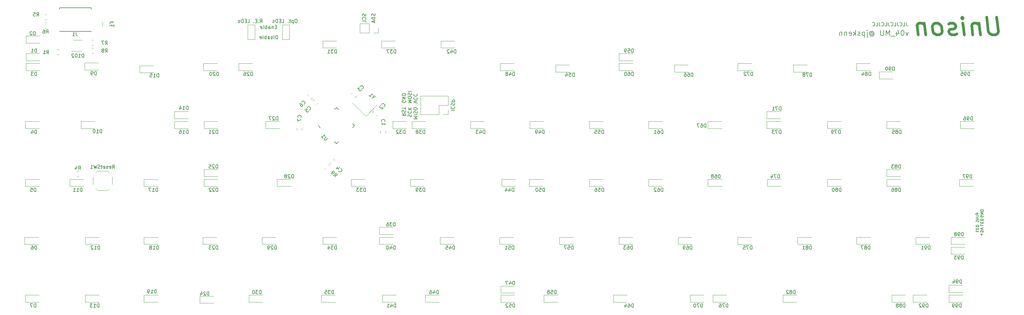
<source format=gbr>
%TF.GenerationSoftware,KiCad,Pcbnew,(5.1.9-0-10_14)*%
%TF.CreationDate,2021-02-02T05:51:32+09:00*%
%TF.ProjectId,Unison,556e6973-6f6e-42e6-9b69-6361645f7063,v01_1AU*%
%TF.SameCoordinates,Original*%
%TF.FileFunction,Legend,Bot*%
%TF.FilePolarity,Positive*%
%FSLAX46Y46*%
G04 Gerber Fmt 4.6, Leading zero omitted, Abs format (unit mm)*
G04 Created by KiCad (PCBNEW (5.1.9-0-10_14)) date 2021-02-02 05:51:32*
%MOMM*%
%LPD*%
G01*
G04 APERTURE LIST*
%ADD10C,0.150000*%
%ADD11C,0.800000*%
%ADD12C,0.200000*%
%ADD13C,0.120000*%
G04 APERTURE END LIST*
D10*
X130197619Y-43207261D02*
X129197619Y-42873928D01*
X130197619Y-42540595D01*
X129292857Y-41635833D02*
X129245238Y-41683452D01*
X129197619Y-41826309D01*
X129197619Y-41921547D01*
X129245238Y-42064404D01*
X129340476Y-42159642D01*
X129435714Y-42207261D01*
X129626190Y-42254880D01*
X129769047Y-42254880D01*
X129959523Y-42207261D01*
X130054761Y-42159642D01*
X130150000Y-42064404D01*
X130197619Y-41921547D01*
X130197619Y-41826309D01*
X130150000Y-41683452D01*
X130102380Y-41635833D01*
X129292857Y-40635833D02*
X129245238Y-40683452D01*
X129197619Y-40826309D01*
X129197619Y-40921547D01*
X129245238Y-41064404D01*
X129340476Y-41159642D01*
X129435714Y-41207261D01*
X129626190Y-41254880D01*
X129769047Y-41254880D01*
X129959523Y-41207261D01*
X130054761Y-41159642D01*
X130150000Y-41064404D01*
X130197619Y-40921547D01*
X130197619Y-40826309D01*
X130150000Y-40683452D01*
X130102380Y-40635833D01*
X127547619Y-43064404D02*
X128547619Y-43064404D01*
X127833333Y-42731071D01*
X128547619Y-42397738D01*
X127547619Y-42397738D01*
X128547619Y-41731071D02*
X128547619Y-41540595D01*
X128500000Y-41445357D01*
X128404761Y-41350119D01*
X128214285Y-41302500D01*
X127880952Y-41302500D01*
X127690476Y-41350119D01*
X127595238Y-41445357D01*
X127547619Y-41540595D01*
X127547619Y-41731071D01*
X127595238Y-41826309D01*
X127690476Y-41921547D01*
X127880952Y-41969166D01*
X128214285Y-41969166D01*
X128404761Y-41921547D01*
X128500000Y-41826309D01*
X128547619Y-41731071D01*
X127595238Y-40921547D02*
X127547619Y-40778690D01*
X127547619Y-40540595D01*
X127595238Y-40445357D01*
X127642857Y-40397738D01*
X127738095Y-40350119D01*
X127833333Y-40350119D01*
X127928571Y-40397738D01*
X127976190Y-40445357D01*
X128023809Y-40540595D01*
X128071428Y-40731071D01*
X128119047Y-40826309D01*
X128166666Y-40873928D01*
X128261904Y-40921547D01*
X128357142Y-40921547D01*
X128452380Y-40873928D01*
X128500000Y-40826309D01*
X128547619Y-40731071D01*
X128547619Y-40492976D01*
X128500000Y-40350119D01*
X127547619Y-39921547D02*
X128547619Y-39921547D01*
X126850000Y-42540595D02*
X126897619Y-42635833D01*
X126897619Y-42778690D01*
X126850000Y-42921547D01*
X126754761Y-43016785D01*
X126659523Y-43064404D01*
X126469047Y-43112023D01*
X126326190Y-43112023D01*
X126135714Y-43064404D01*
X126040476Y-43016785D01*
X125945238Y-42921547D01*
X125897619Y-42778690D01*
X125897619Y-42683452D01*
X125945238Y-42540595D01*
X125992857Y-42492976D01*
X126326190Y-42492976D01*
X126326190Y-42683452D01*
X125897619Y-42064404D02*
X126897619Y-42064404D01*
X125897619Y-41492976D01*
X126897619Y-41492976D01*
X125897619Y-41016785D02*
X126897619Y-41016785D01*
X126897619Y-40778690D01*
X126850000Y-40635833D01*
X126754761Y-40540595D01*
X126659523Y-40492976D01*
X126469047Y-40445357D01*
X126326190Y-40445357D01*
X126135714Y-40492976D01*
X126040476Y-40540595D01*
X125945238Y-40635833D01*
X125897619Y-40778690D01*
X125897619Y-41016785D01*
X129197619Y-47678452D02*
X130197619Y-47678452D01*
X129483333Y-47345119D01*
X130197619Y-47011785D01*
X129197619Y-47011785D01*
X129197619Y-46535595D02*
X130197619Y-46535595D01*
X129245238Y-46107023D02*
X129197619Y-45964166D01*
X129197619Y-45726071D01*
X129245238Y-45630833D01*
X129292857Y-45583214D01*
X129388095Y-45535595D01*
X129483333Y-45535595D01*
X129578571Y-45583214D01*
X129626190Y-45630833D01*
X129673809Y-45726071D01*
X129721428Y-45916547D01*
X129769047Y-46011785D01*
X129816666Y-46059404D01*
X129911904Y-46107023D01*
X130007142Y-46107023D01*
X130102380Y-46059404D01*
X130150000Y-46011785D01*
X130197619Y-45916547D01*
X130197619Y-45678452D01*
X130150000Y-45535595D01*
X130197619Y-44916547D02*
X130197619Y-44726071D01*
X130150000Y-44630833D01*
X130054761Y-44535595D01*
X129864285Y-44487976D01*
X129530952Y-44487976D01*
X129340476Y-44535595D01*
X129245238Y-44630833D01*
X129197619Y-44726071D01*
X129197619Y-44916547D01*
X129245238Y-45011785D01*
X129340476Y-45107023D01*
X129530952Y-45154642D01*
X129864285Y-45154642D01*
X130054761Y-45107023D01*
X130150000Y-45011785D01*
X130197619Y-44916547D01*
X127595238Y-47059404D02*
X127547619Y-46916547D01*
X127547619Y-46678452D01*
X127595238Y-46583214D01*
X127642857Y-46535595D01*
X127738095Y-46487976D01*
X127833333Y-46487976D01*
X127928571Y-46535595D01*
X127976190Y-46583214D01*
X128023809Y-46678452D01*
X128071428Y-46868928D01*
X128119047Y-46964166D01*
X128166666Y-47011785D01*
X128261904Y-47059404D01*
X128357142Y-47059404D01*
X128452380Y-47011785D01*
X128500000Y-46964166D01*
X128547619Y-46868928D01*
X128547619Y-46630833D01*
X128500000Y-46487976D01*
X127642857Y-45487976D02*
X127595238Y-45535595D01*
X127547619Y-45678452D01*
X127547619Y-45773690D01*
X127595238Y-45916547D01*
X127690476Y-46011785D01*
X127785714Y-46059404D01*
X127976190Y-46107023D01*
X128119047Y-46107023D01*
X128309523Y-46059404D01*
X128404761Y-46011785D01*
X128500000Y-45916547D01*
X128547619Y-45773690D01*
X128547619Y-45678452D01*
X128500000Y-45535595D01*
X128452380Y-45487976D01*
X127547619Y-45059404D02*
X128547619Y-45059404D01*
X127547619Y-44487976D02*
X128119047Y-44916547D01*
X128547619Y-44487976D02*
X127976190Y-45059404D01*
X125897619Y-46202261D02*
X126373809Y-46535595D01*
X125897619Y-46773690D02*
X126897619Y-46773690D01*
X126897619Y-46392738D01*
X126850000Y-46297500D01*
X126802380Y-46249880D01*
X126707142Y-46202261D01*
X126564285Y-46202261D01*
X126469047Y-46249880D01*
X126421428Y-46297500D01*
X126373809Y-46392738D01*
X126373809Y-46773690D01*
X125945238Y-45821309D02*
X125897619Y-45678452D01*
X125897619Y-45440357D01*
X125945238Y-45345119D01*
X125992857Y-45297500D01*
X126088095Y-45249880D01*
X126183333Y-45249880D01*
X126278571Y-45297500D01*
X126326190Y-45345119D01*
X126373809Y-45440357D01*
X126421428Y-45630833D01*
X126469047Y-45726071D01*
X126516666Y-45773690D01*
X126611904Y-45821309D01*
X126707142Y-45821309D01*
X126802380Y-45773690D01*
X126850000Y-45726071D01*
X126897619Y-45630833D01*
X126897619Y-45392738D01*
X126850000Y-45249880D01*
X126897619Y-44964166D02*
X126897619Y-44392738D01*
X125897619Y-44678452D02*
X126897619Y-44678452D01*
D11*
X294134761Y-18861904D02*
X294640714Y-22909523D01*
X294462142Y-23385714D01*
X294253809Y-23623809D01*
X293807380Y-23861904D01*
X292855000Y-23861904D01*
X292349047Y-23623809D01*
X292081190Y-23385714D01*
X291783571Y-22909523D01*
X291277619Y-18861904D01*
X289105000Y-20528571D02*
X289521666Y-23861904D01*
X289164523Y-21004761D02*
X288896666Y-20766666D01*
X288390714Y-20528571D01*
X287676428Y-20528571D01*
X287230000Y-20766666D01*
X287051428Y-21242857D01*
X287378809Y-23861904D01*
X284997857Y-23861904D02*
X284581190Y-20528571D01*
X284372857Y-18861904D02*
X284640714Y-19100000D01*
X284432380Y-19338095D01*
X284164523Y-19100000D01*
X284372857Y-18861904D01*
X284432380Y-19338095D01*
X282825238Y-23623809D02*
X282378809Y-23861904D01*
X281426428Y-23861904D01*
X280920476Y-23623809D01*
X280622857Y-23147619D01*
X280593095Y-22909523D01*
X280771666Y-22433333D01*
X281218095Y-22195238D01*
X281932380Y-22195238D01*
X282378809Y-21957142D01*
X282557380Y-21480952D01*
X282527619Y-21242857D01*
X282230000Y-20766666D01*
X281724047Y-20528571D01*
X281009761Y-20528571D01*
X280563333Y-20766666D01*
X277855000Y-23861904D02*
X278301428Y-23623809D01*
X278509761Y-23385714D01*
X278688333Y-22909523D01*
X278509761Y-21480952D01*
X278212142Y-21004761D01*
X277944285Y-20766666D01*
X277438333Y-20528571D01*
X276724047Y-20528571D01*
X276277619Y-20766666D01*
X276069285Y-21004761D01*
X275890714Y-21480952D01*
X276069285Y-22909523D01*
X276366904Y-23385714D01*
X276634761Y-23623809D01*
X277140714Y-23861904D01*
X277855000Y-23861904D01*
X273628809Y-20528571D02*
X274045476Y-23861904D01*
X273688333Y-21004761D02*
X273420476Y-20766666D01*
X272914523Y-20528571D01*
X272200238Y-20528571D01*
X271753809Y-20766666D01*
X271575238Y-21242857D01*
X271902619Y-23861904D01*
D10*
X268619047Y-20352380D02*
X268619047Y-21066666D01*
X268666666Y-21209523D01*
X268761904Y-21304761D01*
X268904761Y-21352380D01*
X269000000Y-21352380D01*
X267666666Y-21352380D02*
X268142857Y-21352380D01*
X268142857Y-20352380D01*
X266761904Y-21257142D02*
X266809523Y-21304761D01*
X266952380Y-21352380D01*
X267047619Y-21352380D01*
X267190476Y-21304761D01*
X267285714Y-21209523D01*
X267333333Y-21114285D01*
X267380952Y-20923809D01*
X267380952Y-20780952D01*
X267333333Y-20590476D01*
X267285714Y-20495238D01*
X267190476Y-20400000D01*
X267047619Y-20352380D01*
X266952380Y-20352380D01*
X266809523Y-20400000D01*
X266761904Y-20447619D01*
X266047619Y-20352380D02*
X266047619Y-21066666D01*
X266095238Y-21209523D01*
X266190476Y-21304761D01*
X266333333Y-21352380D01*
X266428571Y-21352380D01*
X265095238Y-21352380D02*
X265571428Y-21352380D01*
X265571428Y-20352380D01*
X264190476Y-21257142D02*
X264238095Y-21304761D01*
X264380952Y-21352380D01*
X264476190Y-21352380D01*
X264619047Y-21304761D01*
X264714285Y-21209523D01*
X264761904Y-21114285D01*
X264809523Y-20923809D01*
X264809523Y-20780952D01*
X264761904Y-20590476D01*
X264714285Y-20495238D01*
X264619047Y-20400000D01*
X264476190Y-20352380D01*
X264380952Y-20352380D01*
X264238095Y-20400000D01*
X264190476Y-20447619D01*
X263476190Y-20352380D02*
X263476190Y-21066666D01*
X263523809Y-21209523D01*
X263619047Y-21304761D01*
X263761904Y-21352380D01*
X263857142Y-21352380D01*
X262523809Y-21352380D02*
X263000000Y-21352380D01*
X263000000Y-20352380D01*
X261619047Y-21257142D02*
X261666666Y-21304761D01*
X261809523Y-21352380D01*
X261904761Y-21352380D01*
X262047619Y-21304761D01*
X262142857Y-21209523D01*
X262190476Y-21114285D01*
X262238095Y-20923809D01*
X262238095Y-20780952D01*
X262190476Y-20590476D01*
X262142857Y-20495238D01*
X262047619Y-20400000D01*
X261904761Y-20352380D01*
X261809523Y-20352380D01*
X261666666Y-20400000D01*
X261619047Y-20447619D01*
X260904761Y-20352380D02*
X260904761Y-21066666D01*
X260952380Y-21209523D01*
X261047619Y-21304761D01*
X261190476Y-21352380D01*
X261285714Y-21352380D01*
X259952380Y-21352380D02*
X260428571Y-21352380D01*
X260428571Y-20352380D01*
X259047619Y-21257142D02*
X259095238Y-21304761D01*
X259238095Y-21352380D01*
X259333333Y-21352380D01*
X259476190Y-21304761D01*
X259571428Y-21209523D01*
X259619047Y-21114285D01*
X259666666Y-20923809D01*
X259666666Y-20780952D01*
X259619047Y-20590476D01*
X259571428Y-20495238D01*
X259476190Y-20400000D01*
X259333333Y-20352380D01*
X259238095Y-20352380D01*
X259095238Y-20400000D01*
X259047619Y-20447619D01*
D12*
X269155714Y-23078571D02*
X268798571Y-24078571D01*
X268441428Y-23078571D01*
X267584285Y-22578571D02*
X267441428Y-22578571D01*
X267298571Y-22650000D01*
X267227142Y-22721428D01*
X267155714Y-22864285D01*
X267084285Y-23150000D01*
X267084285Y-23507142D01*
X267155714Y-23792857D01*
X267227142Y-23935714D01*
X267298571Y-24007142D01*
X267441428Y-24078571D01*
X267584285Y-24078571D01*
X267727142Y-24007142D01*
X267798571Y-23935714D01*
X267870000Y-23792857D01*
X267941428Y-23507142D01*
X267941428Y-23150000D01*
X267870000Y-22864285D01*
X267798571Y-22721428D01*
X267727142Y-22650000D01*
X267584285Y-22578571D01*
X265798571Y-23078571D02*
X265798571Y-24078571D01*
X266155714Y-22507142D02*
X266512857Y-23578571D01*
X265584285Y-23578571D01*
X265370000Y-24221428D02*
X264227142Y-24221428D01*
X263870000Y-24078571D02*
X263870000Y-22578571D01*
X263370000Y-23650000D01*
X262870000Y-22578571D01*
X262870000Y-24078571D01*
X262155714Y-22578571D02*
X262155714Y-23792857D01*
X262084285Y-23935714D01*
X262012857Y-24007142D01*
X261870000Y-24078571D01*
X261584285Y-24078571D01*
X261441428Y-24007142D01*
X261370000Y-23935714D01*
X261298571Y-23792857D01*
X261298571Y-22578571D01*
X258512857Y-23364285D02*
X258584285Y-23292857D01*
X258727142Y-23221428D01*
X258870000Y-23221428D01*
X259012857Y-23292857D01*
X259084285Y-23364285D01*
X259155714Y-23507142D01*
X259155714Y-23650000D01*
X259084285Y-23792857D01*
X259012857Y-23864285D01*
X258870000Y-23935714D01*
X258727142Y-23935714D01*
X258584285Y-23864285D01*
X258512857Y-23792857D01*
X258512857Y-23221428D02*
X258512857Y-23792857D01*
X258441428Y-23864285D01*
X258370000Y-23864285D01*
X258227142Y-23792857D01*
X258155714Y-23650000D01*
X258155714Y-23292857D01*
X258298571Y-23078571D01*
X258512857Y-22935714D01*
X258798571Y-22864285D01*
X259084285Y-22935714D01*
X259298571Y-23078571D01*
X259441428Y-23292857D01*
X259512857Y-23578571D01*
X259441428Y-23864285D01*
X259298571Y-24078571D01*
X259084285Y-24221428D01*
X258798571Y-24292857D01*
X258512857Y-24221428D01*
X258298571Y-24078571D01*
X257512857Y-23078571D02*
X257512857Y-24364285D01*
X257584285Y-24507142D01*
X257727142Y-24578571D01*
X257798571Y-24578571D01*
X257512857Y-22578571D02*
X257584285Y-22650000D01*
X257512857Y-22721428D01*
X257441428Y-22650000D01*
X257512857Y-22578571D01*
X257512857Y-22721428D01*
X256798571Y-23078571D02*
X256798571Y-24578571D01*
X256798571Y-23150000D02*
X256655714Y-23078571D01*
X256370000Y-23078571D01*
X256227142Y-23150000D01*
X256155714Y-23221428D01*
X256084285Y-23364285D01*
X256084285Y-23792857D01*
X256155714Y-23935714D01*
X256227142Y-24007142D01*
X256370000Y-24078571D01*
X256655714Y-24078571D01*
X256798571Y-24007142D01*
X255512857Y-24007142D02*
X255370000Y-24078571D01*
X255084285Y-24078571D01*
X254941428Y-24007142D01*
X254870000Y-23864285D01*
X254870000Y-23792857D01*
X254941428Y-23650000D01*
X255084285Y-23578571D01*
X255298571Y-23578571D01*
X255441428Y-23507142D01*
X255512857Y-23364285D01*
X255512857Y-23292857D01*
X255441428Y-23150000D01*
X255298571Y-23078571D01*
X255084285Y-23078571D01*
X254941428Y-23150000D01*
X254227142Y-24078571D02*
X254227142Y-22578571D01*
X254084285Y-23507142D02*
X253655714Y-24078571D01*
X253655714Y-23078571D02*
X254227142Y-23650000D01*
X252441428Y-24007142D02*
X252584285Y-24078571D01*
X252870000Y-24078571D01*
X253012857Y-24007142D01*
X253084285Y-23864285D01*
X253084285Y-23292857D01*
X253012857Y-23150000D01*
X252870000Y-23078571D01*
X252584285Y-23078571D01*
X252441428Y-23150000D01*
X252370000Y-23292857D01*
X252370000Y-23435714D01*
X253084285Y-23578571D01*
X251727142Y-23078571D02*
X251727142Y-24078571D01*
X251727142Y-23221428D02*
X251655714Y-23150000D01*
X251512857Y-23078571D01*
X251298571Y-23078571D01*
X251155714Y-23150000D01*
X251084285Y-23292857D01*
X251084285Y-24078571D01*
X250370000Y-23078571D02*
X250370000Y-24078571D01*
X250370000Y-23221428D02*
X250298571Y-23150000D01*
X250155714Y-23078571D01*
X249941428Y-23078571D01*
X249798571Y-23150000D01*
X249727142Y-23292857D01*
X249727142Y-24078571D01*
D13*
%TO.C,C2*%
X118484990Y-46904457D02*
X118854457Y-46534990D01*
X117445543Y-45865010D02*
X117815010Y-45495543D01*
%TO.C,R7*%
X38527064Y-25365000D02*
X38072936Y-25365000D01*
X38527064Y-26835000D02*
X38072936Y-26835000D01*
%TO.C,D102*%
X32900000Y-25400000D02*
X35300000Y-25400000D01*
X35300000Y-28500000D02*
X32350000Y-28500000D01*
%TO.C,C3*%
X111495543Y-40615010D02*
X111865010Y-40245543D01*
X112534990Y-41654457D02*
X112904457Y-41284990D01*
%TO.C,Y1*%
X118800179Y-43768198D02*
X115618198Y-46950179D01*
X115618198Y-46950179D02*
X111799821Y-43131802D01*
%TO.C,D94*%
X280650000Y-96800000D02*
X280650000Y-94800000D01*
X280650000Y-94800000D02*
X284550000Y-94800000D01*
X280650000Y-96800000D02*
X284550000Y-96800000D01*
%TO.C,C1*%
X121225000Y-51741252D02*
X121225000Y-51218748D01*
X119755000Y-51741252D02*
X119755000Y-51218748D01*
%TO.C,C4*%
X105395543Y-60134990D02*
X105765010Y-60504457D01*
X106434990Y-59095543D02*
X106804457Y-59465010D01*
%TO.C,C5*%
X101634990Y-43604457D02*
X102004457Y-43234990D01*
X100595543Y-42565010D02*
X100965010Y-42195543D01*
%TO.C,C6*%
X99465010Y-40695543D02*
X99095543Y-41065010D01*
X100504457Y-41734990D02*
X100134990Y-42104457D01*
%TO.C,C7*%
X97535000Y-50861252D02*
X97535000Y-50338748D01*
X96065000Y-50861252D02*
X96065000Y-50338748D01*
%TO.C,D1*%
X19450000Y-31200000D02*
X19450000Y-29200000D01*
X19450000Y-29200000D02*
X23350000Y-29200000D01*
X19450000Y-31200000D02*
X23350000Y-31200000D01*
%TO.C,D2*%
X19450000Y-26200000D02*
X19450000Y-24200000D01*
X19450000Y-24200000D02*
X23350000Y-24200000D01*
X19450000Y-26200000D02*
X23350000Y-26200000D01*
%TO.C,D3*%
X19450000Y-34000000D02*
X19450000Y-32000000D01*
X19450000Y-32000000D02*
X23350000Y-32000000D01*
X19450000Y-34000000D02*
X23350000Y-34000000D01*
%TO.C,D4*%
X19250000Y-50400000D02*
X19250000Y-48400000D01*
X19250000Y-48400000D02*
X23150000Y-48400000D01*
X19250000Y-50400000D02*
X23150000Y-50400000D01*
%TO.C,D5*%
X19250000Y-66800000D02*
X19250000Y-64800000D01*
X19250000Y-64800000D02*
X23150000Y-64800000D01*
X19250000Y-66800000D02*
X23150000Y-66800000D01*
%TO.C,D6*%
X19050000Y-83200000D02*
X19050000Y-81200000D01*
X19050000Y-81200000D02*
X22950000Y-81200000D01*
X19050000Y-83200000D02*
X22950000Y-83200000D01*
%TO.C,D7*%
X19250000Y-99600000D02*
X19250000Y-97600000D01*
X19250000Y-97600000D02*
X23150000Y-97600000D01*
X19250000Y-99600000D02*
X23150000Y-99600000D01*
%TO.C,D9*%
X36050000Y-33800000D02*
X36050000Y-31800000D01*
X36050000Y-31800000D02*
X39950000Y-31800000D01*
X36050000Y-33800000D02*
X39950000Y-33800000D01*
%TO.C,D10*%
X35050000Y-50400000D02*
X35050000Y-48400000D01*
X35050000Y-48400000D02*
X38950000Y-48400000D01*
X35050000Y-50400000D02*
X38950000Y-50400000D01*
%TO.C,D11*%
X31850000Y-66800000D02*
X31850000Y-64800000D01*
X31850000Y-64800000D02*
X35750000Y-64800000D01*
X31850000Y-66800000D02*
X35750000Y-66800000D01*
%TO.C,D12*%
X36250000Y-83200000D02*
X36250000Y-81200000D01*
X36250000Y-81200000D02*
X40150000Y-81200000D01*
X36250000Y-83200000D02*
X40150000Y-83200000D01*
%TO.C,D13*%
X36250000Y-99600000D02*
X36250000Y-97600000D01*
X36250000Y-97600000D02*
X40150000Y-97600000D01*
X36250000Y-99600000D02*
X40150000Y-99600000D01*
%TO.C,D14*%
X61450000Y-47600000D02*
X61450000Y-45600000D01*
X61450000Y-45600000D02*
X65350000Y-45600000D01*
X61450000Y-47600000D02*
X65350000Y-47600000D01*
%TO.C,D15*%
X51650000Y-34600000D02*
X51650000Y-32600000D01*
X51650000Y-32600000D02*
X55550000Y-32600000D01*
X51650000Y-34600000D02*
X55550000Y-34600000D01*
%TO.C,D16*%
X61450000Y-50400000D02*
X61450000Y-48400000D01*
X61450000Y-48400000D02*
X65350000Y-48400000D01*
X61450000Y-50400000D02*
X65350000Y-50400000D01*
%TO.C,D17*%
X52850000Y-66800000D02*
X52850000Y-64800000D01*
X52850000Y-64800000D02*
X56750000Y-64800000D01*
X52850000Y-66800000D02*
X56750000Y-66800000D01*
%TO.C,D18*%
X52850000Y-83200000D02*
X52850000Y-81200000D01*
X52850000Y-81200000D02*
X56750000Y-81200000D01*
X52850000Y-83200000D02*
X56750000Y-83200000D01*
%TO.C,D19*%
X52850000Y-99600000D02*
X52850000Y-97600000D01*
X52850000Y-97600000D02*
X56750000Y-97600000D01*
X52850000Y-99600000D02*
X56750000Y-99600000D01*
%TO.C,D20*%
X69650000Y-34000000D02*
X69650000Y-32000000D01*
X69650000Y-32000000D02*
X73550000Y-32000000D01*
X69650000Y-34000000D02*
X73550000Y-34000000D01*
%TO.C,D21*%
X69850000Y-50400000D02*
X69850000Y-48400000D01*
X69850000Y-48400000D02*
X73750000Y-48400000D01*
X69850000Y-50400000D02*
X73750000Y-50400000D01*
%TO.C,D22*%
X69850000Y-66800000D02*
X69850000Y-64800000D01*
X69850000Y-64800000D02*
X73750000Y-64800000D01*
X69850000Y-66800000D02*
X73750000Y-66800000D01*
%TO.C,D23*%
X69450000Y-83200000D02*
X69450000Y-81200000D01*
X69450000Y-81200000D02*
X73350000Y-81200000D01*
X69450000Y-83200000D02*
X73350000Y-83200000D01*
%TO.C,D24*%
X68650000Y-99900000D02*
X68650000Y-97900000D01*
X68650000Y-97900000D02*
X72550000Y-97900000D01*
X68650000Y-99900000D02*
X72550000Y-99900000D01*
%TO.C,D25*%
X69850000Y-64000000D02*
X69850000Y-62000000D01*
X69850000Y-62000000D02*
X73750000Y-62000000D01*
X69850000Y-64000000D02*
X73750000Y-64000000D01*
%TO.C,D26*%
X79675000Y-34000000D02*
X79675000Y-32000000D01*
X79675000Y-32000000D02*
X83575000Y-32000000D01*
X79675000Y-34000000D02*
X83575000Y-34000000D01*
%TO.C,D27*%
X87250000Y-50400000D02*
X87250000Y-48400000D01*
X87250000Y-48400000D02*
X91150000Y-48400000D01*
X87250000Y-50400000D02*
X91150000Y-50400000D01*
%TO.C,D28*%
X90450000Y-66800000D02*
X90450000Y-64800000D01*
X90450000Y-64800000D02*
X94350000Y-64800000D01*
X90450000Y-66800000D02*
X94350000Y-66800000D01*
%TO.C,D29*%
X86250000Y-83200000D02*
X86250000Y-81200000D01*
X86250000Y-81200000D02*
X90150000Y-81200000D01*
X86250000Y-83200000D02*
X90150000Y-83200000D01*
%TO.C,D30*%
X82550000Y-99600000D02*
X82550000Y-97600000D01*
X82550000Y-97600000D02*
X86450000Y-97600000D01*
X82550000Y-99600000D02*
X86450000Y-99600000D01*
%TO.C,D31*%
X103450000Y-27600000D02*
X103450000Y-25600000D01*
X103450000Y-25600000D02*
X107350000Y-25600000D01*
X103450000Y-27600000D02*
X107350000Y-27600000D01*
%TO.C,D32*%
X123250000Y-50400000D02*
X123250000Y-48400000D01*
X123250000Y-48400000D02*
X127150000Y-48400000D01*
X123250000Y-50400000D02*
X127150000Y-50400000D01*
%TO.C,D33*%
X111450000Y-66800000D02*
X111450000Y-64800000D01*
X111450000Y-64800000D02*
X115350000Y-64800000D01*
X111450000Y-66800000D02*
X115350000Y-66800000D01*
%TO.C,D34*%
X103450000Y-83200000D02*
X103450000Y-81200000D01*
X103450000Y-81200000D02*
X107350000Y-81200000D01*
X103450000Y-83200000D02*
X107350000Y-83200000D01*
%TO.C,D35*%
X103050000Y-99600000D02*
X103050000Y-97600000D01*
X103050000Y-97600000D02*
X106950000Y-97600000D01*
X103050000Y-99600000D02*
X106950000Y-99600000D01*
%TO.C,D36*%
X119450000Y-80400000D02*
X119450000Y-78400000D01*
X119450000Y-78400000D02*
X123350000Y-78400000D01*
X119450000Y-80400000D02*
X123350000Y-80400000D01*
%TO.C,D37*%
X120050000Y-27600000D02*
X120050000Y-25600000D01*
X120050000Y-25600000D02*
X123950000Y-25600000D01*
X120050000Y-27600000D02*
X123950000Y-27600000D01*
%TO.C,D38*%
X128650000Y-50400000D02*
X128650000Y-48400000D01*
X128650000Y-48400000D02*
X132550000Y-48400000D01*
X128650000Y-50400000D02*
X132550000Y-50400000D01*
%TO.C,D39*%
X128250000Y-66800000D02*
X128250000Y-64800000D01*
X128250000Y-64800000D02*
X132150000Y-64800000D01*
X128250000Y-66800000D02*
X132150000Y-66800000D01*
%TO.C,D40*%
X119450000Y-83200000D02*
X119450000Y-81200000D01*
X119450000Y-81200000D02*
X123350000Y-81200000D01*
X119450000Y-83200000D02*
X123350000Y-83200000D01*
%TO.C,D41*%
X120250000Y-99600000D02*
X120250000Y-97600000D01*
X120250000Y-97600000D02*
X124150000Y-97600000D01*
X120250000Y-99600000D02*
X124150000Y-99600000D01*
%TO.C,D42*%
X136850000Y-27600000D02*
X136850000Y-25600000D01*
X136850000Y-25600000D02*
X140750000Y-25600000D01*
X136850000Y-27600000D02*
X140750000Y-27600000D01*
%TO.C,D43*%
X145250000Y-50400000D02*
X145250000Y-48400000D01*
X145250000Y-48400000D02*
X149150000Y-48400000D01*
X145250000Y-50400000D02*
X149150000Y-50400000D01*
%TO.C,D44*%
X154050000Y-66800000D02*
X154050000Y-64800000D01*
X154050000Y-64800000D02*
X157950000Y-64800000D01*
X154050000Y-66800000D02*
X157950000Y-66800000D01*
%TO.C,D45*%
X136650000Y-83200000D02*
X136650000Y-81200000D01*
X136650000Y-81200000D02*
X140550000Y-81200000D01*
X136650000Y-83200000D02*
X140550000Y-83200000D01*
%TO.C,D46*%
X132450000Y-99600000D02*
X132450000Y-97600000D01*
X132450000Y-97600000D02*
X136350000Y-97600000D01*
X132450000Y-99600000D02*
X136350000Y-99600000D01*
%TO.C,D47*%
X153850000Y-97000000D02*
X153850000Y-95000000D01*
X153850000Y-95000000D02*
X157750000Y-95000000D01*
X153850000Y-97000000D02*
X157750000Y-97000000D01*
%TO.C,D48*%
X153650000Y-34000000D02*
X153650000Y-32000000D01*
X153650000Y-32000000D02*
X157550000Y-32000000D01*
X153650000Y-34000000D02*
X157550000Y-34000000D01*
%TO.C,D49*%
X162050000Y-50400000D02*
X162050000Y-48400000D01*
X162050000Y-48400000D02*
X165950000Y-48400000D01*
X162050000Y-50400000D02*
X165950000Y-50400000D01*
%TO.C,D50*%
X161850000Y-66800000D02*
X161850000Y-64800000D01*
X161850000Y-64800000D02*
X165750000Y-64800000D01*
X161850000Y-66800000D02*
X165750000Y-66800000D01*
%TO.C,D51*%
X153450000Y-83200000D02*
X153450000Y-81200000D01*
X153450000Y-81200000D02*
X157350000Y-81200000D01*
X153450000Y-83200000D02*
X157350000Y-83200000D01*
%TO.C,D52*%
X153850000Y-99600000D02*
X153850000Y-97600000D01*
X153850000Y-97600000D02*
X157750000Y-97600000D01*
X153850000Y-99600000D02*
X157750000Y-99600000D01*
%TO.C,D54*%
X169350000Y-34400000D02*
X169350000Y-32400000D01*
X169350000Y-32400000D02*
X173250000Y-32400000D01*
X169350000Y-34400000D02*
X173250000Y-34400000D01*
%TO.C,D55*%
X178850000Y-50400000D02*
X178850000Y-48400000D01*
X178850000Y-48400000D02*
X182750000Y-48400000D01*
X178850000Y-50400000D02*
X182750000Y-50400000D01*
%TO.C,D56*%
X178850000Y-66800000D02*
X178850000Y-64800000D01*
X178850000Y-64800000D02*
X182750000Y-64800000D01*
X178850000Y-66800000D02*
X182750000Y-66800000D01*
%TO.C,D57*%
X170450000Y-83200000D02*
X170450000Y-81200000D01*
X170450000Y-81200000D02*
X174350000Y-81200000D01*
X170450000Y-83200000D02*
X174350000Y-83200000D01*
%TO.C,D58*%
X166050000Y-99600000D02*
X166050000Y-97600000D01*
X166050000Y-97600000D02*
X169950000Y-97600000D01*
X166050000Y-99600000D02*
X169950000Y-99600000D01*
%TO.C,D59*%
X187250000Y-31200000D02*
X187250000Y-29200000D01*
X187250000Y-29200000D02*
X191150000Y-29200000D01*
X187250000Y-31200000D02*
X191150000Y-31200000D01*
%TO.C,D60*%
X187250000Y-34000000D02*
X187250000Y-32000000D01*
X187250000Y-32000000D02*
X191150000Y-32000000D01*
X187250000Y-34000000D02*
X191150000Y-34000000D01*
%TO.C,D61*%
X195650000Y-50400000D02*
X195650000Y-48400000D01*
X195650000Y-48400000D02*
X199550000Y-48400000D01*
X195650000Y-50400000D02*
X199550000Y-50400000D01*
%TO.C,D62*%
X195650000Y-66800000D02*
X195650000Y-64800000D01*
X195650000Y-64800000D02*
X199550000Y-64800000D01*
X195650000Y-66800000D02*
X199550000Y-66800000D01*
%TO.C,D63*%
X187250000Y-83200000D02*
X187250000Y-81200000D01*
X187250000Y-81200000D02*
X191150000Y-81200000D01*
X187250000Y-83200000D02*
X191150000Y-83200000D01*
%TO.C,D64*%
X185650000Y-99600000D02*
X185650000Y-97600000D01*
X185650000Y-97600000D02*
X189550000Y-97600000D01*
X185650000Y-99600000D02*
X189550000Y-99600000D01*
%TO.C,D66*%
X202950000Y-34400000D02*
X202950000Y-32400000D01*
X202950000Y-32400000D02*
X206850000Y-32400000D01*
X202950000Y-34400000D02*
X206850000Y-34400000D01*
%TO.C,D67*%
X212450000Y-50400000D02*
X212450000Y-48400000D01*
X212450000Y-48400000D02*
X216350000Y-48400000D01*
X212450000Y-50400000D02*
X216350000Y-50400000D01*
%TO.C,D68*%
X212450000Y-66800000D02*
X212450000Y-64800000D01*
X212450000Y-64800000D02*
X216350000Y-64800000D01*
X212450000Y-66800000D02*
X216350000Y-66800000D01*
%TO.C,D69*%
X204050000Y-83200000D02*
X204050000Y-81200000D01*
X204050000Y-81200000D02*
X207950000Y-81200000D01*
X204050000Y-83200000D02*
X207950000Y-83200000D01*
%TO.C,D70*%
X207450000Y-99600000D02*
X207450000Y-97600000D01*
X207450000Y-97600000D02*
X211350000Y-97600000D01*
X207450000Y-99600000D02*
X211350000Y-99600000D01*
%TO.C,D71*%
X229050000Y-47600000D02*
X229050000Y-45600000D01*
X229050000Y-45600000D02*
X232950000Y-45600000D01*
X229050000Y-47600000D02*
X232950000Y-47600000D01*
%TO.C,D72*%
X220850000Y-34000000D02*
X220850000Y-32000000D01*
X220850000Y-32000000D02*
X224750000Y-32000000D01*
X220850000Y-34000000D02*
X224750000Y-34000000D01*
%TO.C,D73*%
X229050000Y-50400000D02*
X229050000Y-48400000D01*
X229050000Y-48400000D02*
X232950000Y-48400000D01*
X229050000Y-50400000D02*
X232950000Y-50400000D01*
%TO.C,D74*%
X229250000Y-66800000D02*
X229250000Y-64800000D01*
X229250000Y-64800000D02*
X233150000Y-64800000D01*
X229250000Y-66800000D02*
X233150000Y-66800000D01*
%TO.C,D75*%
X220850000Y-83200000D02*
X220850000Y-81200000D01*
X220850000Y-81200000D02*
X224750000Y-81200000D01*
X220850000Y-83200000D02*
X224750000Y-83200000D01*
%TO.C,D76*%
X213850000Y-99600000D02*
X213850000Y-97600000D01*
X213850000Y-97600000D02*
X217750000Y-97600000D01*
X213850000Y-99600000D02*
X217750000Y-99600000D01*
%TO.C,D78*%
X236650000Y-34400000D02*
X236650000Y-32400000D01*
X236650000Y-32400000D02*
X240550000Y-32400000D01*
X236650000Y-34400000D02*
X240550000Y-34400000D01*
%TO.C,D79*%
X246250000Y-50400000D02*
X246250000Y-48400000D01*
X246250000Y-48400000D02*
X250150000Y-48400000D01*
X246250000Y-50400000D02*
X250150000Y-50400000D01*
%TO.C,D80*%
X246250000Y-66800000D02*
X246250000Y-64800000D01*
X246250000Y-64800000D02*
X250150000Y-64800000D01*
X246250000Y-66800000D02*
X250150000Y-66800000D01*
%TO.C,D81*%
X237850000Y-83200000D02*
X237850000Y-81200000D01*
X237850000Y-81200000D02*
X241750000Y-81200000D01*
X237850000Y-83200000D02*
X241750000Y-83200000D01*
%TO.C,D82*%
X233650000Y-99600000D02*
X233650000Y-97600000D01*
X233650000Y-97600000D02*
X237550000Y-97600000D01*
X233650000Y-99600000D02*
X237550000Y-99600000D01*
%TO.C,D83*%
X263050000Y-64000000D02*
X263050000Y-62000000D01*
X263050000Y-62000000D02*
X266950000Y-62000000D01*
X263050000Y-64000000D02*
X266950000Y-64000000D01*
%TO.C,D84*%
X254450000Y-34000000D02*
X254450000Y-32000000D01*
X254450000Y-32000000D02*
X258350000Y-32000000D01*
X254450000Y-34000000D02*
X258350000Y-34000000D01*
%TO.C,D85*%
X263050000Y-50400000D02*
X263050000Y-48400000D01*
X263050000Y-48400000D02*
X266950000Y-48400000D01*
X263050000Y-50400000D02*
X266950000Y-50400000D01*
%TO.C,D86*%
X263050000Y-66800000D02*
X263050000Y-64800000D01*
X263050000Y-64800000D02*
X266950000Y-64800000D01*
X263050000Y-66800000D02*
X266950000Y-66800000D01*
%TO.C,D87*%
X254450000Y-83200000D02*
X254450000Y-81200000D01*
X254450000Y-81200000D02*
X258350000Y-81200000D01*
X254450000Y-83200000D02*
X258350000Y-83200000D01*
%TO.C,D88*%
X264450000Y-99600000D02*
X264450000Y-97600000D01*
X264450000Y-97600000D02*
X268350000Y-97600000D01*
X264450000Y-99600000D02*
X268350000Y-99600000D01*
%TO.C,D90*%
X260900000Y-36350000D02*
X260900000Y-34350000D01*
X260900000Y-34350000D02*
X264800000Y-34350000D01*
X260900000Y-36350000D02*
X264800000Y-36350000D01*
%TO.C,D91*%
X271250000Y-83200000D02*
X271250000Y-81200000D01*
X271250000Y-81200000D02*
X275150000Y-81200000D01*
X271250000Y-83200000D02*
X275150000Y-83200000D01*
%TO.C,D92*%
X270450000Y-99600000D02*
X270450000Y-97600000D01*
X270450000Y-97600000D02*
X274350000Y-97600000D01*
X270450000Y-99600000D02*
X274350000Y-99600000D01*
%TO.C,D93*%
X281250000Y-86000000D02*
X281250000Y-84000000D01*
X281250000Y-84000000D02*
X285150000Y-84000000D01*
X281250000Y-86000000D02*
X285150000Y-86000000D01*
%TO.C,D95*%
X283850000Y-34000000D02*
X283850000Y-32000000D01*
X283850000Y-32000000D02*
X287750000Y-32000000D01*
X283850000Y-34000000D02*
X287750000Y-34000000D01*
%TO.C,D96*%
X283850000Y-50400000D02*
X283850000Y-48400000D01*
X283850000Y-48400000D02*
X287750000Y-48400000D01*
X283850000Y-50400000D02*
X287750000Y-50400000D01*
%TO.C,D97*%
X283650000Y-66800000D02*
X283650000Y-64800000D01*
X283650000Y-64800000D02*
X287550000Y-64800000D01*
X283650000Y-66800000D02*
X287550000Y-66800000D01*
%TO.C,D98*%
X281250000Y-83200000D02*
X281250000Y-81200000D01*
X281250000Y-81200000D02*
X285150000Y-81200000D01*
X281250000Y-83200000D02*
X285150000Y-83200000D01*
%TO.C,D99*%
X280650000Y-99600000D02*
X280650000Y-97600000D01*
X280650000Y-97600000D02*
X284550000Y-97600000D01*
X280650000Y-99600000D02*
X284550000Y-99600000D01*
%TO.C,F1*%
X42960000Y-21452064D02*
X42960000Y-20247936D01*
X41140000Y-21452064D02*
X41140000Y-20247936D01*
%TO.C,JP_LED2*%
X84200000Y-21050000D02*
X82200000Y-21050000D01*
X84200000Y-25150000D02*
X84200000Y-21050000D01*
X82200000Y-25150000D02*
X84200000Y-25150000D01*
X82200000Y-21050000D02*
X82200000Y-25150000D01*
%TO.C,R1*%
X28727064Y-28065000D02*
X28272936Y-28065000D01*
X28727064Y-29535000D02*
X28272936Y-29535000D01*
%TO.C,R4*%
X33872936Y-64035000D02*
X34327064Y-64035000D01*
X33872936Y-62565000D02*
X34327064Y-62565000D01*
%TO.C,R5*%
X24772936Y-19635000D02*
X25227064Y-19635000D01*
X24772936Y-18165000D02*
X25227064Y-18165000D01*
%TO.C,R6*%
X24772936Y-21935000D02*
X25227064Y-21935000D01*
X24772936Y-20465000D02*
X25227064Y-20465000D01*
%TO.C,R8*%
X38527064Y-27615000D02*
X38072936Y-27615000D01*
X38527064Y-29085000D02*
X38072936Y-29085000D01*
%TO.C,R9*%
X103912611Y-61652058D02*
X104233728Y-61973175D01*
X104952058Y-60612611D02*
X105273175Y-60933728D01*
%TO.C,ResetSW1*%
X38380000Y-64160000D02*
X38380000Y-66240000D01*
X42550000Y-67920000D02*
X43040000Y-67430000D01*
X43820000Y-64160000D02*
X43820000Y-66240000D01*
X39650000Y-67920000D02*
X39160000Y-67430000D01*
X39650000Y-67920000D02*
X42550000Y-67920000D01*
X39650000Y-62480000D02*
X39160000Y-62970000D01*
X39650000Y-62480000D02*
X42550000Y-62480000D01*
X42550000Y-62480000D02*
X43040000Y-62970000D01*
D12*
%TO.C,J1*%
X28925000Y-22885000D02*
X37875000Y-22885000D01*
X28925000Y-16575000D02*
X28925000Y-16225000D01*
X28925000Y-16225000D02*
X37875000Y-16225000D01*
X37875000Y-16225000D02*
X37875000Y-16575000D01*
D13*
%TO.C,J2*%
X138880000Y-46430000D02*
X138880000Y-45100000D01*
X137550000Y-46430000D02*
X138880000Y-46430000D01*
X138880000Y-43830000D02*
X138880000Y-41230000D01*
X136280000Y-43830000D02*
X138880000Y-43830000D01*
X136280000Y-46430000D02*
X136280000Y-43830000D01*
X138880000Y-41230000D02*
X131140000Y-41230000D01*
X136280000Y-46430000D02*
X131140000Y-46430000D01*
X131140000Y-46430000D02*
X131140000Y-41230000D01*
%TO.C,JP_LED1*%
X92000000Y-21050000D02*
X92000000Y-25150000D01*
X92000000Y-25150000D02*
X94000000Y-25150000D01*
X94000000Y-25150000D02*
X94000000Y-21050000D01*
X94000000Y-21050000D02*
X92000000Y-21050000D01*
%TO.C,J4*%
X113930000Y-23330000D02*
X113930000Y-20670000D01*
X116530000Y-23330000D02*
X113930000Y-23330000D01*
X116530000Y-20670000D02*
X113930000Y-20670000D01*
X116530000Y-23330000D02*
X116530000Y-20670000D01*
X117800000Y-23330000D02*
X119130000Y-23330000D01*
X119130000Y-23330000D02*
X119130000Y-22000000D01*
D10*
%TO.C,U1*%
X107300000Y-54726524D02*
X106751992Y-54178516D01*
X112426524Y-49600000D02*
X111878516Y-49051992D01*
X107300000Y-44473476D02*
X107848008Y-45021484D01*
X102173476Y-49600000D02*
X102721484Y-50148008D01*
X112426524Y-49600000D02*
X111878516Y-50148008D01*
X107300000Y-44473476D02*
X106751992Y-45021484D01*
X107300000Y-54726524D02*
X107848008Y-54178516D01*
%TO.C,C2*%
X120720389Y-44234687D02*
X120787732Y-44234687D01*
X120922419Y-44167343D01*
X120989763Y-44100000D01*
X121057106Y-43965312D01*
X121057106Y-43830625D01*
X121023435Y-43729610D01*
X120922419Y-43561251D01*
X120821404Y-43460236D01*
X120653045Y-43359221D01*
X120552030Y-43325549D01*
X120417343Y-43325549D01*
X120282656Y-43392893D01*
X120215312Y-43460236D01*
X120147969Y-43594923D01*
X120147969Y-43662267D01*
X119878595Y-43931641D02*
X119811251Y-43931641D01*
X119710236Y-43965312D01*
X119541877Y-44133671D01*
X119508206Y-44234687D01*
X119508206Y-44302030D01*
X119541877Y-44403045D01*
X119609221Y-44470389D01*
X119743908Y-44537732D01*
X120552030Y-44537732D01*
X120114297Y-44975465D01*
%TO.C,R7*%
X41866666Y-26652380D02*
X42200000Y-26176190D01*
X42438095Y-26652380D02*
X42438095Y-25652380D01*
X42057142Y-25652380D01*
X41961904Y-25700000D01*
X41914285Y-25747619D01*
X41866666Y-25842857D01*
X41866666Y-25985714D01*
X41914285Y-26080952D01*
X41961904Y-26128571D01*
X42057142Y-26176190D01*
X42438095Y-26176190D01*
X41533333Y-25652380D02*
X40866666Y-25652380D01*
X41295238Y-26652380D01*
%TO.C,D102*%
X35810476Y-30252380D02*
X35810476Y-29252380D01*
X35572380Y-29252380D01*
X35429523Y-29300000D01*
X35334285Y-29395238D01*
X35286666Y-29490476D01*
X35239047Y-29680952D01*
X35239047Y-29823809D01*
X35286666Y-30014285D01*
X35334285Y-30109523D01*
X35429523Y-30204761D01*
X35572380Y-30252380D01*
X35810476Y-30252380D01*
X34286666Y-30252380D02*
X34858095Y-30252380D01*
X34572380Y-30252380D02*
X34572380Y-29252380D01*
X34667619Y-29395238D01*
X34762857Y-29490476D01*
X34858095Y-29538095D01*
X33667619Y-29252380D02*
X33572380Y-29252380D01*
X33477142Y-29300000D01*
X33429523Y-29347619D01*
X33381904Y-29442857D01*
X33334285Y-29633333D01*
X33334285Y-29871428D01*
X33381904Y-30061904D01*
X33429523Y-30157142D01*
X33477142Y-30204761D01*
X33572380Y-30252380D01*
X33667619Y-30252380D01*
X33762857Y-30204761D01*
X33810476Y-30157142D01*
X33858095Y-30061904D01*
X33905714Y-29871428D01*
X33905714Y-29633333D01*
X33858095Y-29442857D01*
X33810476Y-29347619D01*
X33762857Y-29300000D01*
X33667619Y-29252380D01*
X32953333Y-29347619D02*
X32905714Y-29300000D01*
X32810476Y-29252380D01*
X32572380Y-29252380D01*
X32477142Y-29300000D01*
X32429523Y-29347619D01*
X32381904Y-29442857D01*
X32381904Y-29538095D01*
X32429523Y-29680952D01*
X33000952Y-30252380D01*
X32381904Y-30252380D01*
%TO.C,C3*%
X114620389Y-39134687D02*
X114687732Y-39134687D01*
X114822419Y-39067343D01*
X114889763Y-39000000D01*
X114957106Y-38865312D01*
X114957106Y-38730625D01*
X114923435Y-38629610D01*
X114822419Y-38461251D01*
X114721404Y-38360236D01*
X114553045Y-38259221D01*
X114452030Y-38225549D01*
X114317343Y-38225549D01*
X114182656Y-38292893D01*
X114115312Y-38360236D01*
X114047969Y-38494923D01*
X114047969Y-38562267D01*
X113744923Y-38730625D02*
X113307190Y-39168358D01*
X113812267Y-39202030D01*
X113711251Y-39303045D01*
X113677580Y-39404061D01*
X113677580Y-39471404D01*
X113711251Y-39572419D01*
X113879610Y-39740778D01*
X113980625Y-39774450D01*
X114047969Y-39774450D01*
X114148984Y-39740778D01*
X114351015Y-39538748D01*
X114384687Y-39437732D01*
X114384687Y-39370389D01*
%TO.C,Y1*%
X117753553Y-41569881D02*
X117416835Y-41906599D01*
X118359644Y-41435194D02*
X117753553Y-41569881D01*
X117888240Y-40963790D01*
X116575042Y-41064805D02*
X116979103Y-41468866D01*
X116777072Y-41266835D02*
X117484179Y-40559729D01*
X117450507Y-40728087D01*
X117450507Y-40862774D01*
X117484179Y-40963790D01*
%TO.C,D94*%
X284214285Y-94252380D02*
X284214285Y-93252380D01*
X283976190Y-93252380D01*
X283833333Y-93300000D01*
X283738095Y-93395238D01*
X283690476Y-93490476D01*
X283642857Y-93680952D01*
X283642857Y-93823809D01*
X283690476Y-94014285D01*
X283738095Y-94109523D01*
X283833333Y-94204761D01*
X283976190Y-94252380D01*
X284214285Y-94252380D01*
X283166666Y-94252380D02*
X282976190Y-94252380D01*
X282880952Y-94204761D01*
X282833333Y-94157142D01*
X282738095Y-94014285D01*
X282690476Y-93823809D01*
X282690476Y-93442857D01*
X282738095Y-93347619D01*
X282785714Y-93300000D01*
X282880952Y-93252380D01*
X283071428Y-93252380D01*
X283166666Y-93300000D01*
X283214285Y-93347619D01*
X283261904Y-93442857D01*
X283261904Y-93680952D01*
X283214285Y-93776190D01*
X283166666Y-93823809D01*
X283071428Y-93871428D01*
X282880952Y-93871428D01*
X282785714Y-93823809D01*
X282738095Y-93776190D01*
X282690476Y-93680952D01*
X281833333Y-93585714D02*
X281833333Y-94252380D01*
X282071428Y-93204761D02*
X282309523Y-93919047D01*
X281690476Y-93919047D01*
%TO.C,C1*%
X120957142Y-48483333D02*
X121004761Y-48435714D01*
X121052380Y-48292857D01*
X121052380Y-48197619D01*
X121004761Y-48054761D01*
X120909523Y-47959523D01*
X120814285Y-47911904D01*
X120623809Y-47864285D01*
X120480952Y-47864285D01*
X120290476Y-47911904D01*
X120195238Y-47959523D01*
X120100000Y-48054761D01*
X120052380Y-48197619D01*
X120052380Y-48292857D01*
X120100000Y-48435714D01*
X120147619Y-48483333D01*
X121052380Y-49435714D02*
X121052380Y-48864285D01*
X121052380Y-49150000D02*
X120052380Y-49150000D01*
X120195238Y-49054761D01*
X120290476Y-48959523D01*
X120338095Y-48864285D01*
%TO.C,C4*%
X107965312Y-62370388D02*
X107965312Y-62437731D01*
X108032656Y-62572418D01*
X108100000Y-62639762D01*
X108234687Y-62707105D01*
X108369374Y-62707105D01*
X108470389Y-62673434D01*
X108638748Y-62572418D01*
X108739763Y-62471403D01*
X108840778Y-62303044D01*
X108874450Y-62202029D01*
X108874450Y-62067342D01*
X108807106Y-61932655D01*
X108739763Y-61865311D01*
X108605076Y-61797968D01*
X108537732Y-61797968D01*
X107763282Y-61360235D02*
X107291877Y-61831640D01*
X108201015Y-61259220D02*
X107864297Y-61932655D01*
X107426564Y-61494922D01*
%TO.C,C5*%
X99670389Y-45134687D02*
X99737732Y-45134687D01*
X99872419Y-45067343D01*
X99939763Y-45000000D01*
X100007106Y-44865312D01*
X100007106Y-44730625D01*
X99973435Y-44629610D01*
X99872419Y-44461251D01*
X99771404Y-44360236D01*
X99603045Y-44259221D01*
X99502030Y-44225549D01*
X99367343Y-44225549D01*
X99232656Y-44292893D01*
X99165312Y-44360236D01*
X99097969Y-44494923D01*
X99097969Y-44562267D01*
X98390862Y-45134687D02*
X98727580Y-44797969D01*
X99097969Y-45101015D01*
X99030625Y-45101015D01*
X98929610Y-45134687D01*
X98761251Y-45303045D01*
X98727580Y-45404061D01*
X98727580Y-45471404D01*
X98761251Y-45572419D01*
X98929610Y-45740778D01*
X99030625Y-45774450D01*
X99097969Y-45774450D01*
X99198984Y-45740778D01*
X99367343Y-45572419D01*
X99401015Y-45471404D01*
X99401015Y-45404061D01*
%TO.C,C6*%
X98070389Y-43534687D02*
X98137732Y-43534687D01*
X98272419Y-43467343D01*
X98339763Y-43400000D01*
X98407106Y-43265312D01*
X98407106Y-43130625D01*
X98373435Y-43029610D01*
X98272419Y-42861251D01*
X98171404Y-42760236D01*
X98003045Y-42659221D01*
X97902030Y-42625549D01*
X97767343Y-42625549D01*
X97632656Y-42692893D01*
X97565312Y-42760236D01*
X97497969Y-42894923D01*
X97497969Y-42962267D01*
X96824534Y-43501015D02*
X96959221Y-43366328D01*
X97060236Y-43332656D01*
X97127580Y-43332656D01*
X97295938Y-43366328D01*
X97464297Y-43467343D01*
X97733671Y-43736717D01*
X97767343Y-43837732D01*
X97767343Y-43905076D01*
X97733671Y-44006091D01*
X97598984Y-44140778D01*
X97497969Y-44174450D01*
X97430625Y-44174450D01*
X97329610Y-44140778D01*
X97161251Y-43972419D01*
X97127580Y-43871404D01*
X97127580Y-43804061D01*
X97161251Y-43703045D01*
X97295938Y-43568358D01*
X97396954Y-43534687D01*
X97464297Y-43534687D01*
X97565312Y-43568358D01*
%TO.C,C7*%
X97257142Y-47283333D02*
X97304761Y-47235714D01*
X97352380Y-47092857D01*
X97352380Y-46997619D01*
X97304761Y-46854761D01*
X97209523Y-46759523D01*
X97114285Y-46711904D01*
X96923809Y-46664285D01*
X96780952Y-46664285D01*
X96590476Y-46711904D01*
X96495238Y-46759523D01*
X96400000Y-46854761D01*
X96352380Y-46997619D01*
X96352380Y-47092857D01*
X96400000Y-47235714D01*
X96447619Y-47283333D01*
X96352380Y-47616666D02*
X96352380Y-48283333D01*
X97352380Y-47854761D01*
%TO.C,D1*%
X22438095Y-28852380D02*
X22438095Y-27852380D01*
X22200000Y-27852380D01*
X22057142Y-27900000D01*
X21961904Y-27995238D01*
X21914285Y-28090476D01*
X21866666Y-28280952D01*
X21866666Y-28423809D01*
X21914285Y-28614285D01*
X21961904Y-28709523D01*
X22057142Y-28804761D01*
X22200000Y-28852380D01*
X22438095Y-28852380D01*
X20914285Y-28852380D02*
X21485714Y-28852380D01*
X21200000Y-28852380D02*
X21200000Y-27852380D01*
X21295238Y-27995238D01*
X21390476Y-28090476D01*
X21485714Y-28138095D01*
%TO.C,D2*%
X22038095Y-23952380D02*
X22038095Y-22952380D01*
X21800000Y-22952380D01*
X21657142Y-23000000D01*
X21561904Y-23095238D01*
X21514285Y-23190476D01*
X21466666Y-23380952D01*
X21466666Y-23523809D01*
X21514285Y-23714285D01*
X21561904Y-23809523D01*
X21657142Y-23904761D01*
X21800000Y-23952380D01*
X22038095Y-23952380D01*
X21085714Y-23047619D02*
X21038095Y-23000000D01*
X20942857Y-22952380D01*
X20704761Y-22952380D01*
X20609523Y-23000000D01*
X20561904Y-23047619D01*
X20514285Y-23142857D01*
X20514285Y-23238095D01*
X20561904Y-23380952D01*
X21133333Y-23952380D01*
X20514285Y-23952380D01*
%TO.C,D3*%
X22438095Y-35452380D02*
X22438095Y-34452380D01*
X22200000Y-34452380D01*
X22057142Y-34500000D01*
X21961904Y-34595238D01*
X21914285Y-34690476D01*
X21866666Y-34880952D01*
X21866666Y-35023809D01*
X21914285Y-35214285D01*
X21961904Y-35309523D01*
X22057142Y-35404761D01*
X22200000Y-35452380D01*
X22438095Y-35452380D01*
X21533333Y-34452380D02*
X20914285Y-34452380D01*
X21247619Y-34833333D01*
X21104761Y-34833333D01*
X21009523Y-34880952D01*
X20961904Y-34928571D01*
X20914285Y-35023809D01*
X20914285Y-35261904D01*
X20961904Y-35357142D01*
X21009523Y-35404761D01*
X21104761Y-35452380D01*
X21390476Y-35452380D01*
X21485714Y-35404761D01*
X21533333Y-35357142D01*
%TO.C,D4*%
X22438095Y-51852380D02*
X22438095Y-50852380D01*
X22200000Y-50852380D01*
X22057142Y-50900000D01*
X21961904Y-50995238D01*
X21914285Y-51090476D01*
X21866666Y-51280952D01*
X21866666Y-51423809D01*
X21914285Y-51614285D01*
X21961904Y-51709523D01*
X22057142Y-51804761D01*
X22200000Y-51852380D01*
X22438095Y-51852380D01*
X21009523Y-51185714D02*
X21009523Y-51852380D01*
X21247619Y-50804761D02*
X21485714Y-51519047D01*
X20866666Y-51519047D01*
%TO.C,D5*%
X22238095Y-68252380D02*
X22238095Y-67252380D01*
X22000000Y-67252380D01*
X21857142Y-67300000D01*
X21761904Y-67395238D01*
X21714285Y-67490476D01*
X21666666Y-67680952D01*
X21666666Y-67823809D01*
X21714285Y-68014285D01*
X21761904Y-68109523D01*
X21857142Y-68204761D01*
X22000000Y-68252380D01*
X22238095Y-68252380D01*
X20761904Y-67252380D02*
X21238095Y-67252380D01*
X21285714Y-67728571D01*
X21238095Y-67680952D01*
X21142857Y-67633333D01*
X20904761Y-67633333D01*
X20809523Y-67680952D01*
X20761904Y-67728571D01*
X20714285Y-67823809D01*
X20714285Y-68061904D01*
X20761904Y-68157142D01*
X20809523Y-68204761D01*
X20904761Y-68252380D01*
X21142857Y-68252380D01*
X21238095Y-68204761D01*
X21285714Y-68157142D01*
%TO.C,D6*%
X22438095Y-84652380D02*
X22438095Y-83652380D01*
X22200000Y-83652380D01*
X22057142Y-83700000D01*
X21961904Y-83795238D01*
X21914285Y-83890476D01*
X21866666Y-84080952D01*
X21866666Y-84223809D01*
X21914285Y-84414285D01*
X21961904Y-84509523D01*
X22057142Y-84604761D01*
X22200000Y-84652380D01*
X22438095Y-84652380D01*
X21009523Y-83652380D02*
X21200000Y-83652380D01*
X21295238Y-83700000D01*
X21342857Y-83747619D01*
X21438095Y-83890476D01*
X21485714Y-84080952D01*
X21485714Y-84461904D01*
X21438095Y-84557142D01*
X21390476Y-84604761D01*
X21295238Y-84652380D01*
X21104761Y-84652380D01*
X21009523Y-84604761D01*
X20961904Y-84557142D01*
X20914285Y-84461904D01*
X20914285Y-84223809D01*
X20961904Y-84128571D01*
X21009523Y-84080952D01*
X21104761Y-84033333D01*
X21295238Y-84033333D01*
X21390476Y-84080952D01*
X21438095Y-84128571D01*
X21485714Y-84223809D01*
%TO.C,D7*%
X22238095Y-101052380D02*
X22238095Y-100052380D01*
X22000000Y-100052380D01*
X21857142Y-100100000D01*
X21761904Y-100195238D01*
X21714285Y-100290476D01*
X21666666Y-100480952D01*
X21666666Y-100623809D01*
X21714285Y-100814285D01*
X21761904Y-100909523D01*
X21857142Y-101004761D01*
X22000000Y-101052380D01*
X22238095Y-101052380D01*
X21333333Y-100052380D02*
X20666666Y-100052380D01*
X21095238Y-101052380D01*
%TO.C,D9*%
X39338095Y-35252380D02*
X39338095Y-34252380D01*
X39100000Y-34252380D01*
X38957142Y-34300000D01*
X38861904Y-34395238D01*
X38814285Y-34490476D01*
X38766666Y-34680952D01*
X38766666Y-34823809D01*
X38814285Y-35014285D01*
X38861904Y-35109523D01*
X38957142Y-35204761D01*
X39100000Y-35252380D01*
X39338095Y-35252380D01*
X38290476Y-35252380D02*
X38100000Y-35252380D01*
X38004761Y-35204761D01*
X37957142Y-35157142D01*
X37861904Y-35014285D01*
X37814285Y-34823809D01*
X37814285Y-34442857D01*
X37861904Y-34347619D01*
X37909523Y-34300000D01*
X38004761Y-34252380D01*
X38195238Y-34252380D01*
X38290476Y-34300000D01*
X38338095Y-34347619D01*
X38385714Y-34442857D01*
X38385714Y-34680952D01*
X38338095Y-34776190D01*
X38290476Y-34823809D01*
X38195238Y-34871428D01*
X38004761Y-34871428D01*
X37909523Y-34823809D01*
X37861904Y-34776190D01*
X37814285Y-34680952D01*
%TO.C,D10*%
X40914285Y-51652380D02*
X40914285Y-50652380D01*
X40676190Y-50652380D01*
X40533333Y-50700000D01*
X40438095Y-50795238D01*
X40390476Y-50890476D01*
X40342857Y-51080952D01*
X40342857Y-51223809D01*
X40390476Y-51414285D01*
X40438095Y-51509523D01*
X40533333Y-51604761D01*
X40676190Y-51652380D01*
X40914285Y-51652380D01*
X39390476Y-51652380D02*
X39961904Y-51652380D01*
X39676190Y-51652380D02*
X39676190Y-50652380D01*
X39771428Y-50795238D01*
X39866666Y-50890476D01*
X39961904Y-50938095D01*
X38771428Y-50652380D02*
X38676190Y-50652380D01*
X38580952Y-50700000D01*
X38533333Y-50747619D01*
X38485714Y-50842857D01*
X38438095Y-51033333D01*
X38438095Y-51271428D01*
X38485714Y-51461904D01*
X38533333Y-51557142D01*
X38580952Y-51604761D01*
X38676190Y-51652380D01*
X38771428Y-51652380D01*
X38866666Y-51604761D01*
X38914285Y-51557142D01*
X38961904Y-51461904D01*
X39009523Y-51271428D01*
X39009523Y-51033333D01*
X38961904Y-50842857D01*
X38914285Y-50747619D01*
X38866666Y-50700000D01*
X38771428Y-50652380D01*
%TO.C,D11*%
X35314285Y-68252380D02*
X35314285Y-67252380D01*
X35076190Y-67252380D01*
X34933333Y-67300000D01*
X34838095Y-67395238D01*
X34790476Y-67490476D01*
X34742857Y-67680952D01*
X34742857Y-67823809D01*
X34790476Y-68014285D01*
X34838095Y-68109523D01*
X34933333Y-68204761D01*
X35076190Y-68252380D01*
X35314285Y-68252380D01*
X33790476Y-68252380D02*
X34361904Y-68252380D01*
X34076190Y-68252380D02*
X34076190Y-67252380D01*
X34171428Y-67395238D01*
X34266666Y-67490476D01*
X34361904Y-67538095D01*
X32838095Y-68252380D02*
X33409523Y-68252380D01*
X33123809Y-68252380D02*
X33123809Y-67252380D01*
X33219047Y-67395238D01*
X33314285Y-67490476D01*
X33409523Y-67538095D01*
%TO.C,D12*%
X40314285Y-84652380D02*
X40314285Y-83652380D01*
X40076190Y-83652380D01*
X39933333Y-83700000D01*
X39838095Y-83795238D01*
X39790476Y-83890476D01*
X39742857Y-84080952D01*
X39742857Y-84223809D01*
X39790476Y-84414285D01*
X39838095Y-84509523D01*
X39933333Y-84604761D01*
X40076190Y-84652380D01*
X40314285Y-84652380D01*
X38790476Y-84652380D02*
X39361904Y-84652380D01*
X39076190Y-84652380D02*
X39076190Y-83652380D01*
X39171428Y-83795238D01*
X39266666Y-83890476D01*
X39361904Y-83938095D01*
X38409523Y-83747619D02*
X38361904Y-83700000D01*
X38266666Y-83652380D01*
X38028571Y-83652380D01*
X37933333Y-83700000D01*
X37885714Y-83747619D01*
X37838095Y-83842857D01*
X37838095Y-83938095D01*
X37885714Y-84080952D01*
X38457142Y-84652380D01*
X37838095Y-84652380D01*
%TO.C,D13*%
X40114285Y-101052380D02*
X40114285Y-100052380D01*
X39876190Y-100052380D01*
X39733333Y-100100000D01*
X39638095Y-100195238D01*
X39590476Y-100290476D01*
X39542857Y-100480952D01*
X39542857Y-100623809D01*
X39590476Y-100814285D01*
X39638095Y-100909523D01*
X39733333Y-101004761D01*
X39876190Y-101052380D01*
X40114285Y-101052380D01*
X38590476Y-101052380D02*
X39161904Y-101052380D01*
X38876190Y-101052380D02*
X38876190Y-100052380D01*
X38971428Y-100195238D01*
X39066666Y-100290476D01*
X39161904Y-100338095D01*
X38257142Y-100052380D02*
X37638095Y-100052380D01*
X37971428Y-100433333D01*
X37828571Y-100433333D01*
X37733333Y-100480952D01*
X37685714Y-100528571D01*
X37638095Y-100623809D01*
X37638095Y-100861904D01*
X37685714Y-100957142D01*
X37733333Y-101004761D01*
X37828571Y-101052380D01*
X38114285Y-101052380D01*
X38209523Y-101004761D01*
X38257142Y-100957142D01*
%TO.C,D14*%
X65314285Y-45052380D02*
X65314285Y-44052380D01*
X65076190Y-44052380D01*
X64933333Y-44100000D01*
X64838095Y-44195238D01*
X64790476Y-44290476D01*
X64742857Y-44480952D01*
X64742857Y-44623809D01*
X64790476Y-44814285D01*
X64838095Y-44909523D01*
X64933333Y-45004761D01*
X65076190Y-45052380D01*
X65314285Y-45052380D01*
X63790476Y-45052380D02*
X64361904Y-45052380D01*
X64076190Y-45052380D02*
X64076190Y-44052380D01*
X64171428Y-44195238D01*
X64266666Y-44290476D01*
X64361904Y-44338095D01*
X62933333Y-44385714D02*
X62933333Y-45052380D01*
X63171428Y-44004761D02*
X63409523Y-44719047D01*
X62790476Y-44719047D01*
%TO.C,D15*%
X57014285Y-35852380D02*
X57014285Y-34852380D01*
X56776190Y-34852380D01*
X56633333Y-34900000D01*
X56538095Y-34995238D01*
X56490476Y-35090476D01*
X56442857Y-35280952D01*
X56442857Y-35423809D01*
X56490476Y-35614285D01*
X56538095Y-35709523D01*
X56633333Y-35804761D01*
X56776190Y-35852380D01*
X57014285Y-35852380D01*
X55490476Y-35852380D02*
X56061904Y-35852380D01*
X55776190Y-35852380D02*
X55776190Y-34852380D01*
X55871428Y-34995238D01*
X55966666Y-35090476D01*
X56061904Y-35138095D01*
X54585714Y-34852380D02*
X55061904Y-34852380D01*
X55109523Y-35328571D01*
X55061904Y-35280952D01*
X54966666Y-35233333D01*
X54728571Y-35233333D01*
X54633333Y-35280952D01*
X54585714Y-35328571D01*
X54538095Y-35423809D01*
X54538095Y-35661904D01*
X54585714Y-35757142D01*
X54633333Y-35804761D01*
X54728571Y-35852380D01*
X54966666Y-35852380D01*
X55061904Y-35804761D01*
X55109523Y-35757142D01*
%TO.C,D16*%
X65314285Y-51852380D02*
X65314285Y-50852380D01*
X65076190Y-50852380D01*
X64933333Y-50900000D01*
X64838095Y-50995238D01*
X64790476Y-51090476D01*
X64742857Y-51280952D01*
X64742857Y-51423809D01*
X64790476Y-51614285D01*
X64838095Y-51709523D01*
X64933333Y-51804761D01*
X65076190Y-51852380D01*
X65314285Y-51852380D01*
X63790476Y-51852380D02*
X64361904Y-51852380D01*
X64076190Y-51852380D02*
X64076190Y-50852380D01*
X64171428Y-50995238D01*
X64266666Y-51090476D01*
X64361904Y-51138095D01*
X62933333Y-50852380D02*
X63123809Y-50852380D01*
X63219047Y-50900000D01*
X63266666Y-50947619D01*
X63361904Y-51090476D01*
X63409523Y-51280952D01*
X63409523Y-51661904D01*
X63361904Y-51757142D01*
X63314285Y-51804761D01*
X63219047Y-51852380D01*
X63028571Y-51852380D01*
X62933333Y-51804761D01*
X62885714Y-51757142D01*
X62838095Y-51661904D01*
X62838095Y-51423809D01*
X62885714Y-51328571D01*
X62933333Y-51280952D01*
X63028571Y-51233333D01*
X63219047Y-51233333D01*
X63314285Y-51280952D01*
X63361904Y-51328571D01*
X63409523Y-51423809D01*
%TO.C,D17*%
X56714285Y-68252380D02*
X56714285Y-67252380D01*
X56476190Y-67252380D01*
X56333333Y-67300000D01*
X56238095Y-67395238D01*
X56190476Y-67490476D01*
X56142857Y-67680952D01*
X56142857Y-67823809D01*
X56190476Y-68014285D01*
X56238095Y-68109523D01*
X56333333Y-68204761D01*
X56476190Y-68252380D01*
X56714285Y-68252380D01*
X55190476Y-68252380D02*
X55761904Y-68252380D01*
X55476190Y-68252380D02*
X55476190Y-67252380D01*
X55571428Y-67395238D01*
X55666666Y-67490476D01*
X55761904Y-67538095D01*
X54857142Y-67252380D02*
X54190476Y-67252380D01*
X54619047Y-68252380D01*
%TO.C,D18*%
X56914285Y-84652380D02*
X56914285Y-83652380D01*
X56676190Y-83652380D01*
X56533333Y-83700000D01*
X56438095Y-83795238D01*
X56390476Y-83890476D01*
X56342857Y-84080952D01*
X56342857Y-84223809D01*
X56390476Y-84414285D01*
X56438095Y-84509523D01*
X56533333Y-84604761D01*
X56676190Y-84652380D01*
X56914285Y-84652380D01*
X55390476Y-84652380D02*
X55961904Y-84652380D01*
X55676190Y-84652380D02*
X55676190Y-83652380D01*
X55771428Y-83795238D01*
X55866666Y-83890476D01*
X55961904Y-83938095D01*
X54819047Y-84080952D02*
X54914285Y-84033333D01*
X54961904Y-83985714D01*
X55009523Y-83890476D01*
X55009523Y-83842857D01*
X54961904Y-83747619D01*
X54914285Y-83700000D01*
X54819047Y-83652380D01*
X54628571Y-83652380D01*
X54533333Y-83700000D01*
X54485714Y-83747619D01*
X54438095Y-83842857D01*
X54438095Y-83890476D01*
X54485714Y-83985714D01*
X54533333Y-84033333D01*
X54628571Y-84080952D01*
X54819047Y-84080952D01*
X54914285Y-84128571D01*
X54961904Y-84176190D01*
X55009523Y-84271428D01*
X55009523Y-84461904D01*
X54961904Y-84557142D01*
X54914285Y-84604761D01*
X54819047Y-84652380D01*
X54628571Y-84652380D01*
X54533333Y-84604761D01*
X54485714Y-84557142D01*
X54438095Y-84461904D01*
X54438095Y-84271428D01*
X54485714Y-84176190D01*
X54533333Y-84128571D01*
X54628571Y-84080952D01*
%TO.C,D19*%
X56314285Y-97052380D02*
X56314285Y-96052380D01*
X56076190Y-96052380D01*
X55933333Y-96100000D01*
X55838095Y-96195238D01*
X55790476Y-96290476D01*
X55742857Y-96480952D01*
X55742857Y-96623809D01*
X55790476Y-96814285D01*
X55838095Y-96909523D01*
X55933333Y-97004761D01*
X56076190Y-97052380D01*
X56314285Y-97052380D01*
X54790476Y-97052380D02*
X55361904Y-97052380D01*
X55076190Y-97052380D02*
X55076190Y-96052380D01*
X55171428Y-96195238D01*
X55266666Y-96290476D01*
X55361904Y-96338095D01*
X54314285Y-97052380D02*
X54123809Y-97052380D01*
X54028571Y-97004761D01*
X53980952Y-96957142D01*
X53885714Y-96814285D01*
X53838095Y-96623809D01*
X53838095Y-96242857D01*
X53885714Y-96147619D01*
X53933333Y-96100000D01*
X54028571Y-96052380D01*
X54219047Y-96052380D01*
X54314285Y-96100000D01*
X54361904Y-96147619D01*
X54409523Y-96242857D01*
X54409523Y-96480952D01*
X54361904Y-96576190D01*
X54314285Y-96623809D01*
X54219047Y-96671428D01*
X54028571Y-96671428D01*
X53933333Y-96623809D01*
X53885714Y-96576190D01*
X53838095Y-96480952D01*
%TO.C,D20*%
X73914285Y-35452380D02*
X73914285Y-34452380D01*
X73676190Y-34452380D01*
X73533333Y-34500000D01*
X73438095Y-34595238D01*
X73390476Y-34690476D01*
X73342857Y-34880952D01*
X73342857Y-35023809D01*
X73390476Y-35214285D01*
X73438095Y-35309523D01*
X73533333Y-35404761D01*
X73676190Y-35452380D01*
X73914285Y-35452380D01*
X72961904Y-34547619D02*
X72914285Y-34500000D01*
X72819047Y-34452380D01*
X72580952Y-34452380D01*
X72485714Y-34500000D01*
X72438095Y-34547619D01*
X72390476Y-34642857D01*
X72390476Y-34738095D01*
X72438095Y-34880952D01*
X73009523Y-35452380D01*
X72390476Y-35452380D01*
X71771428Y-34452380D02*
X71676190Y-34452380D01*
X71580952Y-34500000D01*
X71533333Y-34547619D01*
X71485714Y-34642857D01*
X71438095Y-34833333D01*
X71438095Y-35071428D01*
X71485714Y-35261904D01*
X71533333Y-35357142D01*
X71580952Y-35404761D01*
X71676190Y-35452380D01*
X71771428Y-35452380D01*
X71866666Y-35404761D01*
X71914285Y-35357142D01*
X71961904Y-35261904D01*
X72009523Y-35071428D01*
X72009523Y-34833333D01*
X71961904Y-34642857D01*
X71914285Y-34547619D01*
X71866666Y-34500000D01*
X71771428Y-34452380D01*
%TO.C,D21*%
X73714285Y-51852380D02*
X73714285Y-50852380D01*
X73476190Y-50852380D01*
X73333333Y-50900000D01*
X73238095Y-50995238D01*
X73190476Y-51090476D01*
X73142857Y-51280952D01*
X73142857Y-51423809D01*
X73190476Y-51614285D01*
X73238095Y-51709523D01*
X73333333Y-51804761D01*
X73476190Y-51852380D01*
X73714285Y-51852380D01*
X72761904Y-50947619D02*
X72714285Y-50900000D01*
X72619047Y-50852380D01*
X72380952Y-50852380D01*
X72285714Y-50900000D01*
X72238095Y-50947619D01*
X72190476Y-51042857D01*
X72190476Y-51138095D01*
X72238095Y-51280952D01*
X72809523Y-51852380D01*
X72190476Y-51852380D01*
X71238095Y-51852380D02*
X71809523Y-51852380D01*
X71523809Y-51852380D02*
X71523809Y-50852380D01*
X71619047Y-50995238D01*
X71714285Y-51090476D01*
X71809523Y-51138095D01*
%TO.C,D22*%
X73714285Y-68252380D02*
X73714285Y-67252380D01*
X73476190Y-67252380D01*
X73333333Y-67300000D01*
X73238095Y-67395238D01*
X73190476Y-67490476D01*
X73142857Y-67680952D01*
X73142857Y-67823809D01*
X73190476Y-68014285D01*
X73238095Y-68109523D01*
X73333333Y-68204761D01*
X73476190Y-68252380D01*
X73714285Y-68252380D01*
X72761904Y-67347619D02*
X72714285Y-67300000D01*
X72619047Y-67252380D01*
X72380952Y-67252380D01*
X72285714Y-67300000D01*
X72238095Y-67347619D01*
X72190476Y-67442857D01*
X72190476Y-67538095D01*
X72238095Y-67680952D01*
X72809523Y-68252380D01*
X72190476Y-68252380D01*
X71809523Y-67347619D02*
X71761904Y-67300000D01*
X71666666Y-67252380D01*
X71428571Y-67252380D01*
X71333333Y-67300000D01*
X71285714Y-67347619D01*
X71238095Y-67442857D01*
X71238095Y-67538095D01*
X71285714Y-67680952D01*
X71857142Y-68252380D01*
X71238095Y-68252380D01*
%TO.C,D23*%
X73714285Y-84652380D02*
X73714285Y-83652380D01*
X73476190Y-83652380D01*
X73333333Y-83700000D01*
X73238095Y-83795238D01*
X73190476Y-83890476D01*
X73142857Y-84080952D01*
X73142857Y-84223809D01*
X73190476Y-84414285D01*
X73238095Y-84509523D01*
X73333333Y-84604761D01*
X73476190Y-84652380D01*
X73714285Y-84652380D01*
X72761904Y-83747619D02*
X72714285Y-83700000D01*
X72619047Y-83652380D01*
X72380952Y-83652380D01*
X72285714Y-83700000D01*
X72238095Y-83747619D01*
X72190476Y-83842857D01*
X72190476Y-83938095D01*
X72238095Y-84080952D01*
X72809523Y-84652380D01*
X72190476Y-84652380D01*
X71857142Y-83652380D02*
X71238095Y-83652380D01*
X71571428Y-84033333D01*
X71428571Y-84033333D01*
X71333333Y-84080952D01*
X71285714Y-84128571D01*
X71238095Y-84223809D01*
X71238095Y-84461904D01*
X71285714Y-84557142D01*
X71333333Y-84604761D01*
X71428571Y-84652380D01*
X71714285Y-84652380D01*
X71809523Y-84604761D01*
X71857142Y-84557142D01*
%TO.C,D24*%
X71214285Y-97652380D02*
X71214285Y-96652380D01*
X70976190Y-96652380D01*
X70833333Y-96700000D01*
X70738095Y-96795238D01*
X70690476Y-96890476D01*
X70642857Y-97080952D01*
X70642857Y-97223809D01*
X70690476Y-97414285D01*
X70738095Y-97509523D01*
X70833333Y-97604761D01*
X70976190Y-97652380D01*
X71214285Y-97652380D01*
X70261904Y-96747619D02*
X70214285Y-96700000D01*
X70119047Y-96652380D01*
X69880952Y-96652380D01*
X69785714Y-96700000D01*
X69738095Y-96747619D01*
X69690476Y-96842857D01*
X69690476Y-96938095D01*
X69738095Y-97080952D01*
X70309523Y-97652380D01*
X69690476Y-97652380D01*
X68833333Y-96985714D02*
X68833333Y-97652380D01*
X69071428Y-96604761D02*
X69309523Y-97319047D01*
X68690476Y-97319047D01*
%TO.C,D25*%
X73714285Y-61652380D02*
X73714285Y-60652380D01*
X73476190Y-60652380D01*
X73333333Y-60700000D01*
X73238095Y-60795238D01*
X73190476Y-60890476D01*
X73142857Y-61080952D01*
X73142857Y-61223809D01*
X73190476Y-61414285D01*
X73238095Y-61509523D01*
X73333333Y-61604761D01*
X73476190Y-61652380D01*
X73714285Y-61652380D01*
X72761904Y-60747619D02*
X72714285Y-60700000D01*
X72619047Y-60652380D01*
X72380952Y-60652380D01*
X72285714Y-60700000D01*
X72238095Y-60747619D01*
X72190476Y-60842857D01*
X72190476Y-60938095D01*
X72238095Y-61080952D01*
X72809523Y-61652380D01*
X72190476Y-61652380D01*
X71285714Y-60652380D02*
X71761904Y-60652380D01*
X71809523Y-61128571D01*
X71761904Y-61080952D01*
X71666666Y-61033333D01*
X71428571Y-61033333D01*
X71333333Y-61080952D01*
X71285714Y-61128571D01*
X71238095Y-61223809D01*
X71238095Y-61461904D01*
X71285714Y-61557142D01*
X71333333Y-61604761D01*
X71428571Y-61652380D01*
X71666666Y-61652380D01*
X71761904Y-61604761D01*
X71809523Y-61557142D01*
%TO.C,D26*%
X83539285Y-35452380D02*
X83539285Y-34452380D01*
X83301190Y-34452380D01*
X83158333Y-34500000D01*
X83063095Y-34595238D01*
X83015476Y-34690476D01*
X82967857Y-34880952D01*
X82967857Y-35023809D01*
X83015476Y-35214285D01*
X83063095Y-35309523D01*
X83158333Y-35404761D01*
X83301190Y-35452380D01*
X83539285Y-35452380D01*
X82586904Y-34547619D02*
X82539285Y-34500000D01*
X82444047Y-34452380D01*
X82205952Y-34452380D01*
X82110714Y-34500000D01*
X82063095Y-34547619D01*
X82015476Y-34642857D01*
X82015476Y-34738095D01*
X82063095Y-34880952D01*
X82634523Y-35452380D01*
X82015476Y-35452380D01*
X81158333Y-34452380D02*
X81348809Y-34452380D01*
X81444047Y-34500000D01*
X81491666Y-34547619D01*
X81586904Y-34690476D01*
X81634523Y-34880952D01*
X81634523Y-35261904D01*
X81586904Y-35357142D01*
X81539285Y-35404761D01*
X81444047Y-35452380D01*
X81253571Y-35452380D01*
X81158333Y-35404761D01*
X81110714Y-35357142D01*
X81063095Y-35261904D01*
X81063095Y-35023809D01*
X81110714Y-34928571D01*
X81158333Y-34880952D01*
X81253571Y-34833333D01*
X81444047Y-34833333D01*
X81539285Y-34880952D01*
X81586904Y-34928571D01*
X81634523Y-35023809D01*
%TO.C,D27*%
X90714285Y-48052380D02*
X90714285Y-47052380D01*
X90476190Y-47052380D01*
X90333333Y-47100000D01*
X90238095Y-47195238D01*
X90190476Y-47290476D01*
X90142857Y-47480952D01*
X90142857Y-47623809D01*
X90190476Y-47814285D01*
X90238095Y-47909523D01*
X90333333Y-48004761D01*
X90476190Y-48052380D01*
X90714285Y-48052380D01*
X89761904Y-47147619D02*
X89714285Y-47100000D01*
X89619047Y-47052380D01*
X89380952Y-47052380D01*
X89285714Y-47100000D01*
X89238095Y-47147619D01*
X89190476Y-47242857D01*
X89190476Y-47338095D01*
X89238095Y-47480952D01*
X89809523Y-48052380D01*
X89190476Y-48052380D01*
X88857142Y-47052380D02*
X88190476Y-47052380D01*
X88619047Y-48052380D01*
%TO.C,D28*%
X95114285Y-64452380D02*
X95114285Y-63452380D01*
X94876190Y-63452380D01*
X94733333Y-63500000D01*
X94638095Y-63595238D01*
X94590476Y-63690476D01*
X94542857Y-63880952D01*
X94542857Y-64023809D01*
X94590476Y-64214285D01*
X94638095Y-64309523D01*
X94733333Y-64404761D01*
X94876190Y-64452380D01*
X95114285Y-64452380D01*
X94161904Y-63547619D02*
X94114285Y-63500000D01*
X94019047Y-63452380D01*
X93780952Y-63452380D01*
X93685714Y-63500000D01*
X93638095Y-63547619D01*
X93590476Y-63642857D01*
X93590476Y-63738095D01*
X93638095Y-63880952D01*
X94209523Y-64452380D01*
X93590476Y-64452380D01*
X93019047Y-63880952D02*
X93114285Y-63833333D01*
X93161904Y-63785714D01*
X93209523Y-63690476D01*
X93209523Y-63642857D01*
X93161904Y-63547619D01*
X93114285Y-63500000D01*
X93019047Y-63452380D01*
X92828571Y-63452380D01*
X92733333Y-63500000D01*
X92685714Y-63547619D01*
X92638095Y-63642857D01*
X92638095Y-63690476D01*
X92685714Y-63785714D01*
X92733333Y-63833333D01*
X92828571Y-63880952D01*
X93019047Y-63880952D01*
X93114285Y-63928571D01*
X93161904Y-63976190D01*
X93209523Y-64071428D01*
X93209523Y-64261904D01*
X93161904Y-64357142D01*
X93114285Y-64404761D01*
X93019047Y-64452380D01*
X92828571Y-64452380D01*
X92733333Y-64404761D01*
X92685714Y-64357142D01*
X92638095Y-64261904D01*
X92638095Y-64071428D01*
X92685714Y-63976190D01*
X92733333Y-63928571D01*
X92828571Y-63880952D01*
%TO.C,D29*%
X90314285Y-84652380D02*
X90314285Y-83652380D01*
X90076190Y-83652380D01*
X89933333Y-83700000D01*
X89838095Y-83795238D01*
X89790476Y-83890476D01*
X89742857Y-84080952D01*
X89742857Y-84223809D01*
X89790476Y-84414285D01*
X89838095Y-84509523D01*
X89933333Y-84604761D01*
X90076190Y-84652380D01*
X90314285Y-84652380D01*
X89361904Y-83747619D02*
X89314285Y-83700000D01*
X89219047Y-83652380D01*
X88980952Y-83652380D01*
X88885714Y-83700000D01*
X88838095Y-83747619D01*
X88790476Y-83842857D01*
X88790476Y-83938095D01*
X88838095Y-84080952D01*
X89409523Y-84652380D01*
X88790476Y-84652380D01*
X88314285Y-84652380D02*
X88123809Y-84652380D01*
X88028571Y-84604761D01*
X87980952Y-84557142D01*
X87885714Y-84414285D01*
X87838095Y-84223809D01*
X87838095Y-83842857D01*
X87885714Y-83747619D01*
X87933333Y-83700000D01*
X88028571Y-83652380D01*
X88219047Y-83652380D01*
X88314285Y-83700000D01*
X88361904Y-83747619D01*
X88409523Y-83842857D01*
X88409523Y-84080952D01*
X88361904Y-84176190D01*
X88314285Y-84223809D01*
X88219047Y-84271428D01*
X88028571Y-84271428D01*
X87933333Y-84223809D01*
X87885714Y-84176190D01*
X87838095Y-84080952D01*
%TO.C,D30*%
X86014285Y-97252380D02*
X86014285Y-96252380D01*
X85776190Y-96252380D01*
X85633333Y-96300000D01*
X85538095Y-96395238D01*
X85490476Y-96490476D01*
X85442857Y-96680952D01*
X85442857Y-96823809D01*
X85490476Y-97014285D01*
X85538095Y-97109523D01*
X85633333Y-97204761D01*
X85776190Y-97252380D01*
X86014285Y-97252380D01*
X85109523Y-96252380D02*
X84490476Y-96252380D01*
X84823809Y-96633333D01*
X84680952Y-96633333D01*
X84585714Y-96680952D01*
X84538095Y-96728571D01*
X84490476Y-96823809D01*
X84490476Y-97061904D01*
X84538095Y-97157142D01*
X84585714Y-97204761D01*
X84680952Y-97252380D01*
X84966666Y-97252380D01*
X85061904Y-97204761D01*
X85109523Y-97157142D01*
X83871428Y-96252380D02*
X83776190Y-96252380D01*
X83680952Y-96300000D01*
X83633333Y-96347619D01*
X83585714Y-96442857D01*
X83538095Y-96633333D01*
X83538095Y-96871428D01*
X83585714Y-97061904D01*
X83633333Y-97157142D01*
X83680952Y-97204761D01*
X83776190Y-97252380D01*
X83871428Y-97252380D01*
X83966666Y-97204761D01*
X84014285Y-97157142D01*
X84061904Y-97061904D01*
X84109523Y-96871428D01*
X84109523Y-96633333D01*
X84061904Y-96442857D01*
X84014285Y-96347619D01*
X83966666Y-96300000D01*
X83871428Y-96252380D01*
%TO.C,D31*%
X107314285Y-29052380D02*
X107314285Y-28052380D01*
X107076190Y-28052380D01*
X106933333Y-28100000D01*
X106838095Y-28195238D01*
X106790476Y-28290476D01*
X106742857Y-28480952D01*
X106742857Y-28623809D01*
X106790476Y-28814285D01*
X106838095Y-28909523D01*
X106933333Y-29004761D01*
X107076190Y-29052380D01*
X107314285Y-29052380D01*
X106409523Y-28052380D02*
X105790476Y-28052380D01*
X106123809Y-28433333D01*
X105980952Y-28433333D01*
X105885714Y-28480952D01*
X105838095Y-28528571D01*
X105790476Y-28623809D01*
X105790476Y-28861904D01*
X105838095Y-28957142D01*
X105885714Y-29004761D01*
X105980952Y-29052380D01*
X106266666Y-29052380D01*
X106361904Y-29004761D01*
X106409523Y-28957142D01*
X104838095Y-29052380D02*
X105409523Y-29052380D01*
X105123809Y-29052380D02*
X105123809Y-28052380D01*
X105219047Y-28195238D01*
X105314285Y-28290476D01*
X105409523Y-28338095D01*
%TO.C,D32*%
X126714285Y-51852380D02*
X126714285Y-50852380D01*
X126476190Y-50852380D01*
X126333333Y-50900000D01*
X126238095Y-50995238D01*
X126190476Y-51090476D01*
X126142857Y-51280952D01*
X126142857Y-51423809D01*
X126190476Y-51614285D01*
X126238095Y-51709523D01*
X126333333Y-51804761D01*
X126476190Y-51852380D01*
X126714285Y-51852380D01*
X125809523Y-50852380D02*
X125190476Y-50852380D01*
X125523809Y-51233333D01*
X125380952Y-51233333D01*
X125285714Y-51280952D01*
X125238095Y-51328571D01*
X125190476Y-51423809D01*
X125190476Y-51661904D01*
X125238095Y-51757142D01*
X125285714Y-51804761D01*
X125380952Y-51852380D01*
X125666666Y-51852380D01*
X125761904Y-51804761D01*
X125809523Y-51757142D01*
X124809523Y-50947619D02*
X124761904Y-50900000D01*
X124666666Y-50852380D01*
X124428571Y-50852380D01*
X124333333Y-50900000D01*
X124285714Y-50947619D01*
X124238095Y-51042857D01*
X124238095Y-51138095D01*
X124285714Y-51280952D01*
X124857142Y-51852380D01*
X124238095Y-51852380D01*
%TO.C,D33*%
X115514285Y-68252380D02*
X115514285Y-67252380D01*
X115276190Y-67252380D01*
X115133333Y-67300000D01*
X115038095Y-67395238D01*
X114990476Y-67490476D01*
X114942857Y-67680952D01*
X114942857Y-67823809D01*
X114990476Y-68014285D01*
X115038095Y-68109523D01*
X115133333Y-68204761D01*
X115276190Y-68252380D01*
X115514285Y-68252380D01*
X114609523Y-67252380D02*
X113990476Y-67252380D01*
X114323809Y-67633333D01*
X114180952Y-67633333D01*
X114085714Y-67680952D01*
X114038095Y-67728571D01*
X113990476Y-67823809D01*
X113990476Y-68061904D01*
X114038095Y-68157142D01*
X114085714Y-68204761D01*
X114180952Y-68252380D01*
X114466666Y-68252380D01*
X114561904Y-68204761D01*
X114609523Y-68157142D01*
X113657142Y-67252380D02*
X113038095Y-67252380D01*
X113371428Y-67633333D01*
X113228571Y-67633333D01*
X113133333Y-67680952D01*
X113085714Y-67728571D01*
X113038095Y-67823809D01*
X113038095Y-68061904D01*
X113085714Y-68157142D01*
X113133333Y-68204761D01*
X113228571Y-68252380D01*
X113514285Y-68252380D01*
X113609523Y-68204761D01*
X113657142Y-68157142D01*
%TO.C,D34*%
X107314285Y-84652380D02*
X107314285Y-83652380D01*
X107076190Y-83652380D01*
X106933333Y-83700000D01*
X106838095Y-83795238D01*
X106790476Y-83890476D01*
X106742857Y-84080952D01*
X106742857Y-84223809D01*
X106790476Y-84414285D01*
X106838095Y-84509523D01*
X106933333Y-84604761D01*
X107076190Y-84652380D01*
X107314285Y-84652380D01*
X106409523Y-83652380D02*
X105790476Y-83652380D01*
X106123809Y-84033333D01*
X105980952Y-84033333D01*
X105885714Y-84080952D01*
X105838095Y-84128571D01*
X105790476Y-84223809D01*
X105790476Y-84461904D01*
X105838095Y-84557142D01*
X105885714Y-84604761D01*
X105980952Y-84652380D01*
X106266666Y-84652380D01*
X106361904Y-84604761D01*
X106409523Y-84557142D01*
X104933333Y-83985714D02*
X104933333Y-84652380D01*
X105171428Y-83604761D02*
X105409523Y-84319047D01*
X104790476Y-84319047D01*
%TO.C,D35*%
X106514285Y-97252380D02*
X106514285Y-96252380D01*
X106276190Y-96252380D01*
X106133333Y-96300000D01*
X106038095Y-96395238D01*
X105990476Y-96490476D01*
X105942857Y-96680952D01*
X105942857Y-96823809D01*
X105990476Y-97014285D01*
X106038095Y-97109523D01*
X106133333Y-97204761D01*
X106276190Y-97252380D01*
X106514285Y-97252380D01*
X105609523Y-96252380D02*
X104990476Y-96252380D01*
X105323809Y-96633333D01*
X105180952Y-96633333D01*
X105085714Y-96680952D01*
X105038095Y-96728571D01*
X104990476Y-96823809D01*
X104990476Y-97061904D01*
X105038095Y-97157142D01*
X105085714Y-97204761D01*
X105180952Y-97252380D01*
X105466666Y-97252380D01*
X105561904Y-97204761D01*
X105609523Y-97157142D01*
X104085714Y-96252380D02*
X104561904Y-96252380D01*
X104609523Y-96728571D01*
X104561904Y-96680952D01*
X104466666Y-96633333D01*
X104228571Y-96633333D01*
X104133333Y-96680952D01*
X104085714Y-96728571D01*
X104038095Y-96823809D01*
X104038095Y-97061904D01*
X104085714Y-97157142D01*
X104133333Y-97204761D01*
X104228571Y-97252380D01*
X104466666Y-97252380D01*
X104561904Y-97204761D01*
X104609523Y-97157142D01*
%TO.C,D36*%
X123914285Y-78052380D02*
X123914285Y-77052380D01*
X123676190Y-77052380D01*
X123533333Y-77100000D01*
X123438095Y-77195238D01*
X123390476Y-77290476D01*
X123342857Y-77480952D01*
X123342857Y-77623809D01*
X123390476Y-77814285D01*
X123438095Y-77909523D01*
X123533333Y-78004761D01*
X123676190Y-78052380D01*
X123914285Y-78052380D01*
X123009523Y-77052380D02*
X122390476Y-77052380D01*
X122723809Y-77433333D01*
X122580952Y-77433333D01*
X122485714Y-77480952D01*
X122438095Y-77528571D01*
X122390476Y-77623809D01*
X122390476Y-77861904D01*
X122438095Y-77957142D01*
X122485714Y-78004761D01*
X122580952Y-78052380D01*
X122866666Y-78052380D01*
X122961904Y-78004761D01*
X123009523Y-77957142D01*
X121533333Y-77052380D02*
X121723809Y-77052380D01*
X121819047Y-77100000D01*
X121866666Y-77147619D01*
X121961904Y-77290476D01*
X122009523Y-77480952D01*
X122009523Y-77861904D01*
X121961904Y-77957142D01*
X121914285Y-78004761D01*
X121819047Y-78052380D01*
X121628571Y-78052380D01*
X121533333Y-78004761D01*
X121485714Y-77957142D01*
X121438095Y-77861904D01*
X121438095Y-77623809D01*
X121485714Y-77528571D01*
X121533333Y-77480952D01*
X121628571Y-77433333D01*
X121819047Y-77433333D01*
X121914285Y-77480952D01*
X121961904Y-77528571D01*
X122009523Y-77623809D01*
%TO.C,D37*%
X124114285Y-29052380D02*
X124114285Y-28052380D01*
X123876190Y-28052380D01*
X123733333Y-28100000D01*
X123638095Y-28195238D01*
X123590476Y-28290476D01*
X123542857Y-28480952D01*
X123542857Y-28623809D01*
X123590476Y-28814285D01*
X123638095Y-28909523D01*
X123733333Y-29004761D01*
X123876190Y-29052380D01*
X124114285Y-29052380D01*
X123209523Y-28052380D02*
X122590476Y-28052380D01*
X122923809Y-28433333D01*
X122780952Y-28433333D01*
X122685714Y-28480952D01*
X122638095Y-28528571D01*
X122590476Y-28623809D01*
X122590476Y-28861904D01*
X122638095Y-28957142D01*
X122685714Y-29004761D01*
X122780952Y-29052380D01*
X123066666Y-29052380D01*
X123161904Y-29004761D01*
X123209523Y-28957142D01*
X122257142Y-28052380D02*
X121590476Y-28052380D01*
X122019047Y-29052380D01*
%TO.C,D38*%
X132314285Y-51852380D02*
X132314285Y-50852380D01*
X132076190Y-50852380D01*
X131933333Y-50900000D01*
X131838095Y-50995238D01*
X131790476Y-51090476D01*
X131742857Y-51280952D01*
X131742857Y-51423809D01*
X131790476Y-51614285D01*
X131838095Y-51709523D01*
X131933333Y-51804761D01*
X132076190Y-51852380D01*
X132314285Y-51852380D01*
X131409523Y-50852380D02*
X130790476Y-50852380D01*
X131123809Y-51233333D01*
X130980952Y-51233333D01*
X130885714Y-51280952D01*
X130838095Y-51328571D01*
X130790476Y-51423809D01*
X130790476Y-51661904D01*
X130838095Y-51757142D01*
X130885714Y-51804761D01*
X130980952Y-51852380D01*
X131266666Y-51852380D01*
X131361904Y-51804761D01*
X131409523Y-51757142D01*
X130219047Y-51280952D02*
X130314285Y-51233333D01*
X130361904Y-51185714D01*
X130409523Y-51090476D01*
X130409523Y-51042857D01*
X130361904Y-50947619D01*
X130314285Y-50900000D01*
X130219047Y-50852380D01*
X130028571Y-50852380D01*
X129933333Y-50900000D01*
X129885714Y-50947619D01*
X129838095Y-51042857D01*
X129838095Y-51090476D01*
X129885714Y-51185714D01*
X129933333Y-51233333D01*
X130028571Y-51280952D01*
X130219047Y-51280952D01*
X130314285Y-51328571D01*
X130361904Y-51376190D01*
X130409523Y-51471428D01*
X130409523Y-51661904D01*
X130361904Y-51757142D01*
X130314285Y-51804761D01*
X130219047Y-51852380D01*
X130028571Y-51852380D01*
X129933333Y-51804761D01*
X129885714Y-51757142D01*
X129838095Y-51661904D01*
X129838095Y-51471428D01*
X129885714Y-51376190D01*
X129933333Y-51328571D01*
X130028571Y-51280952D01*
%TO.C,D39*%
X132314285Y-68252380D02*
X132314285Y-67252380D01*
X132076190Y-67252380D01*
X131933333Y-67300000D01*
X131838095Y-67395238D01*
X131790476Y-67490476D01*
X131742857Y-67680952D01*
X131742857Y-67823809D01*
X131790476Y-68014285D01*
X131838095Y-68109523D01*
X131933333Y-68204761D01*
X132076190Y-68252380D01*
X132314285Y-68252380D01*
X131409523Y-67252380D02*
X130790476Y-67252380D01*
X131123809Y-67633333D01*
X130980952Y-67633333D01*
X130885714Y-67680952D01*
X130838095Y-67728571D01*
X130790476Y-67823809D01*
X130790476Y-68061904D01*
X130838095Y-68157142D01*
X130885714Y-68204761D01*
X130980952Y-68252380D01*
X131266666Y-68252380D01*
X131361904Y-68204761D01*
X131409523Y-68157142D01*
X130314285Y-68252380D02*
X130123809Y-68252380D01*
X130028571Y-68204761D01*
X129980952Y-68157142D01*
X129885714Y-68014285D01*
X129838095Y-67823809D01*
X129838095Y-67442857D01*
X129885714Y-67347619D01*
X129933333Y-67300000D01*
X130028571Y-67252380D01*
X130219047Y-67252380D01*
X130314285Y-67300000D01*
X130361904Y-67347619D01*
X130409523Y-67442857D01*
X130409523Y-67680952D01*
X130361904Y-67776190D01*
X130314285Y-67823809D01*
X130219047Y-67871428D01*
X130028571Y-67871428D01*
X129933333Y-67823809D01*
X129885714Y-67776190D01*
X129838095Y-67680952D01*
%TO.C,D40*%
X123914285Y-84652380D02*
X123914285Y-83652380D01*
X123676190Y-83652380D01*
X123533333Y-83700000D01*
X123438095Y-83795238D01*
X123390476Y-83890476D01*
X123342857Y-84080952D01*
X123342857Y-84223809D01*
X123390476Y-84414285D01*
X123438095Y-84509523D01*
X123533333Y-84604761D01*
X123676190Y-84652380D01*
X123914285Y-84652380D01*
X122485714Y-83985714D02*
X122485714Y-84652380D01*
X122723809Y-83604761D02*
X122961904Y-84319047D01*
X122342857Y-84319047D01*
X121771428Y-83652380D02*
X121676190Y-83652380D01*
X121580952Y-83700000D01*
X121533333Y-83747619D01*
X121485714Y-83842857D01*
X121438095Y-84033333D01*
X121438095Y-84271428D01*
X121485714Y-84461904D01*
X121533333Y-84557142D01*
X121580952Y-84604761D01*
X121676190Y-84652380D01*
X121771428Y-84652380D01*
X121866666Y-84604761D01*
X121914285Y-84557142D01*
X121961904Y-84461904D01*
X122009523Y-84271428D01*
X122009523Y-84033333D01*
X121961904Y-83842857D01*
X121914285Y-83747619D01*
X121866666Y-83700000D01*
X121771428Y-83652380D01*
%TO.C,D41*%
X124114285Y-101052380D02*
X124114285Y-100052380D01*
X123876190Y-100052380D01*
X123733333Y-100100000D01*
X123638095Y-100195238D01*
X123590476Y-100290476D01*
X123542857Y-100480952D01*
X123542857Y-100623809D01*
X123590476Y-100814285D01*
X123638095Y-100909523D01*
X123733333Y-101004761D01*
X123876190Y-101052380D01*
X124114285Y-101052380D01*
X122685714Y-100385714D02*
X122685714Y-101052380D01*
X122923809Y-100004761D02*
X123161904Y-100719047D01*
X122542857Y-100719047D01*
X121638095Y-101052380D02*
X122209523Y-101052380D01*
X121923809Y-101052380D02*
X121923809Y-100052380D01*
X122019047Y-100195238D01*
X122114285Y-100290476D01*
X122209523Y-100338095D01*
%TO.C,D42*%
X141114285Y-29052380D02*
X141114285Y-28052380D01*
X140876190Y-28052380D01*
X140733333Y-28100000D01*
X140638095Y-28195238D01*
X140590476Y-28290476D01*
X140542857Y-28480952D01*
X140542857Y-28623809D01*
X140590476Y-28814285D01*
X140638095Y-28909523D01*
X140733333Y-29004761D01*
X140876190Y-29052380D01*
X141114285Y-29052380D01*
X139685714Y-28385714D02*
X139685714Y-29052380D01*
X139923809Y-28004761D02*
X140161904Y-28719047D01*
X139542857Y-28719047D01*
X139209523Y-28147619D02*
X139161904Y-28100000D01*
X139066666Y-28052380D01*
X138828571Y-28052380D01*
X138733333Y-28100000D01*
X138685714Y-28147619D01*
X138638095Y-28242857D01*
X138638095Y-28338095D01*
X138685714Y-28480952D01*
X139257142Y-29052380D01*
X138638095Y-29052380D01*
%TO.C,D43*%
X149314285Y-51852380D02*
X149314285Y-50852380D01*
X149076190Y-50852380D01*
X148933333Y-50900000D01*
X148838095Y-50995238D01*
X148790476Y-51090476D01*
X148742857Y-51280952D01*
X148742857Y-51423809D01*
X148790476Y-51614285D01*
X148838095Y-51709523D01*
X148933333Y-51804761D01*
X149076190Y-51852380D01*
X149314285Y-51852380D01*
X147885714Y-51185714D02*
X147885714Y-51852380D01*
X148123809Y-50804761D02*
X148361904Y-51519047D01*
X147742857Y-51519047D01*
X147457142Y-50852380D02*
X146838095Y-50852380D01*
X147171428Y-51233333D01*
X147028571Y-51233333D01*
X146933333Y-51280952D01*
X146885714Y-51328571D01*
X146838095Y-51423809D01*
X146838095Y-51661904D01*
X146885714Y-51757142D01*
X146933333Y-51804761D01*
X147028571Y-51852380D01*
X147314285Y-51852380D01*
X147409523Y-51804761D01*
X147457142Y-51757142D01*
%TO.C,D44*%
X157514285Y-68252380D02*
X157514285Y-67252380D01*
X157276190Y-67252380D01*
X157133333Y-67300000D01*
X157038095Y-67395238D01*
X156990476Y-67490476D01*
X156942857Y-67680952D01*
X156942857Y-67823809D01*
X156990476Y-68014285D01*
X157038095Y-68109523D01*
X157133333Y-68204761D01*
X157276190Y-68252380D01*
X157514285Y-68252380D01*
X156085714Y-67585714D02*
X156085714Y-68252380D01*
X156323809Y-67204761D02*
X156561904Y-67919047D01*
X155942857Y-67919047D01*
X155133333Y-67585714D02*
X155133333Y-68252380D01*
X155371428Y-67204761D02*
X155609523Y-67919047D01*
X154990476Y-67919047D01*
%TO.C,D45*%
X140714285Y-84652380D02*
X140714285Y-83652380D01*
X140476190Y-83652380D01*
X140333333Y-83700000D01*
X140238095Y-83795238D01*
X140190476Y-83890476D01*
X140142857Y-84080952D01*
X140142857Y-84223809D01*
X140190476Y-84414285D01*
X140238095Y-84509523D01*
X140333333Y-84604761D01*
X140476190Y-84652380D01*
X140714285Y-84652380D01*
X139285714Y-83985714D02*
X139285714Y-84652380D01*
X139523809Y-83604761D02*
X139761904Y-84319047D01*
X139142857Y-84319047D01*
X138285714Y-83652380D02*
X138761904Y-83652380D01*
X138809523Y-84128571D01*
X138761904Y-84080952D01*
X138666666Y-84033333D01*
X138428571Y-84033333D01*
X138333333Y-84080952D01*
X138285714Y-84128571D01*
X138238095Y-84223809D01*
X138238095Y-84461904D01*
X138285714Y-84557142D01*
X138333333Y-84604761D01*
X138428571Y-84652380D01*
X138666666Y-84652380D01*
X138761904Y-84604761D01*
X138809523Y-84557142D01*
%TO.C,D46*%
X136114285Y-97252380D02*
X136114285Y-96252380D01*
X135876190Y-96252380D01*
X135733333Y-96300000D01*
X135638095Y-96395238D01*
X135590476Y-96490476D01*
X135542857Y-96680952D01*
X135542857Y-96823809D01*
X135590476Y-97014285D01*
X135638095Y-97109523D01*
X135733333Y-97204761D01*
X135876190Y-97252380D01*
X136114285Y-97252380D01*
X134685714Y-96585714D02*
X134685714Y-97252380D01*
X134923809Y-96204761D02*
X135161904Y-96919047D01*
X134542857Y-96919047D01*
X133733333Y-96252380D02*
X133923809Y-96252380D01*
X134019047Y-96300000D01*
X134066666Y-96347619D01*
X134161904Y-96490476D01*
X134209523Y-96680952D01*
X134209523Y-97061904D01*
X134161904Y-97157142D01*
X134114285Y-97204761D01*
X134019047Y-97252380D01*
X133828571Y-97252380D01*
X133733333Y-97204761D01*
X133685714Y-97157142D01*
X133638095Y-97061904D01*
X133638095Y-96823809D01*
X133685714Y-96728571D01*
X133733333Y-96680952D01*
X133828571Y-96633333D01*
X134019047Y-96633333D01*
X134114285Y-96680952D01*
X134161904Y-96728571D01*
X134209523Y-96823809D01*
%TO.C,D47*%
X157714285Y-94652380D02*
X157714285Y-93652380D01*
X157476190Y-93652380D01*
X157333333Y-93700000D01*
X157238095Y-93795238D01*
X157190476Y-93890476D01*
X157142857Y-94080952D01*
X157142857Y-94223809D01*
X157190476Y-94414285D01*
X157238095Y-94509523D01*
X157333333Y-94604761D01*
X157476190Y-94652380D01*
X157714285Y-94652380D01*
X156285714Y-93985714D02*
X156285714Y-94652380D01*
X156523809Y-93604761D02*
X156761904Y-94319047D01*
X156142857Y-94319047D01*
X155857142Y-93652380D02*
X155190476Y-93652380D01*
X155619047Y-94652380D01*
%TO.C,D48*%
X157714285Y-35452380D02*
X157714285Y-34452380D01*
X157476190Y-34452380D01*
X157333333Y-34500000D01*
X157238095Y-34595238D01*
X157190476Y-34690476D01*
X157142857Y-34880952D01*
X157142857Y-35023809D01*
X157190476Y-35214285D01*
X157238095Y-35309523D01*
X157333333Y-35404761D01*
X157476190Y-35452380D01*
X157714285Y-35452380D01*
X156285714Y-34785714D02*
X156285714Y-35452380D01*
X156523809Y-34404761D02*
X156761904Y-35119047D01*
X156142857Y-35119047D01*
X155619047Y-34880952D02*
X155714285Y-34833333D01*
X155761904Y-34785714D01*
X155809523Y-34690476D01*
X155809523Y-34642857D01*
X155761904Y-34547619D01*
X155714285Y-34500000D01*
X155619047Y-34452380D01*
X155428571Y-34452380D01*
X155333333Y-34500000D01*
X155285714Y-34547619D01*
X155238095Y-34642857D01*
X155238095Y-34690476D01*
X155285714Y-34785714D01*
X155333333Y-34833333D01*
X155428571Y-34880952D01*
X155619047Y-34880952D01*
X155714285Y-34928571D01*
X155761904Y-34976190D01*
X155809523Y-35071428D01*
X155809523Y-35261904D01*
X155761904Y-35357142D01*
X155714285Y-35404761D01*
X155619047Y-35452380D01*
X155428571Y-35452380D01*
X155333333Y-35404761D01*
X155285714Y-35357142D01*
X155238095Y-35261904D01*
X155238095Y-35071428D01*
X155285714Y-34976190D01*
X155333333Y-34928571D01*
X155428571Y-34880952D01*
%TO.C,D49*%
X166114285Y-51852380D02*
X166114285Y-50852380D01*
X165876190Y-50852380D01*
X165733333Y-50900000D01*
X165638095Y-50995238D01*
X165590476Y-51090476D01*
X165542857Y-51280952D01*
X165542857Y-51423809D01*
X165590476Y-51614285D01*
X165638095Y-51709523D01*
X165733333Y-51804761D01*
X165876190Y-51852380D01*
X166114285Y-51852380D01*
X164685714Y-51185714D02*
X164685714Y-51852380D01*
X164923809Y-50804761D02*
X165161904Y-51519047D01*
X164542857Y-51519047D01*
X164114285Y-51852380D02*
X163923809Y-51852380D01*
X163828571Y-51804761D01*
X163780952Y-51757142D01*
X163685714Y-51614285D01*
X163638095Y-51423809D01*
X163638095Y-51042857D01*
X163685714Y-50947619D01*
X163733333Y-50900000D01*
X163828571Y-50852380D01*
X164019047Y-50852380D01*
X164114285Y-50900000D01*
X164161904Y-50947619D01*
X164209523Y-51042857D01*
X164209523Y-51280952D01*
X164161904Y-51376190D01*
X164114285Y-51423809D01*
X164019047Y-51471428D01*
X163828571Y-51471428D01*
X163733333Y-51423809D01*
X163685714Y-51376190D01*
X163638095Y-51280952D01*
%TO.C,D50*%
X166214285Y-68252380D02*
X166214285Y-67252380D01*
X165976190Y-67252380D01*
X165833333Y-67300000D01*
X165738095Y-67395238D01*
X165690476Y-67490476D01*
X165642857Y-67680952D01*
X165642857Y-67823809D01*
X165690476Y-68014285D01*
X165738095Y-68109523D01*
X165833333Y-68204761D01*
X165976190Y-68252380D01*
X166214285Y-68252380D01*
X164738095Y-67252380D02*
X165214285Y-67252380D01*
X165261904Y-67728571D01*
X165214285Y-67680952D01*
X165119047Y-67633333D01*
X164880952Y-67633333D01*
X164785714Y-67680952D01*
X164738095Y-67728571D01*
X164690476Y-67823809D01*
X164690476Y-68061904D01*
X164738095Y-68157142D01*
X164785714Y-68204761D01*
X164880952Y-68252380D01*
X165119047Y-68252380D01*
X165214285Y-68204761D01*
X165261904Y-68157142D01*
X164071428Y-67252380D02*
X163976190Y-67252380D01*
X163880952Y-67300000D01*
X163833333Y-67347619D01*
X163785714Y-67442857D01*
X163738095Y-67633333D01*
X163738095Y-67871428D01*
X163785714Y-68061904D01*
X163833333Y-68157142D01*
X163880952Y-68204761D01*
X163976190Y-68252380D01*
X164071428Y-68252380D01*
X164166666Y-68204761D01*
X164214285Y-68157142D01*
X164261904Y-68061904D01*
X164309523Y-67871428D01*
X164309523Y-67633333D01*
X164261904Y-67442857D01*
X164214285Y-67347619D01*
X164166666Y-67300000D01*
X164071428Y-67252380D01*
%TO.C,D51*%
X157514285Y-84652380D02*
X157514285Y-83652380D01*
X157276190Y-83652380D01*
X157133333Y-83700000D01*
X157038095Y-83795238D01*
X156990476Y-83890476D01*
X156942857Y-84080952D01*
X156942857Y-84223809D01*
X156990476Y-84414285D01*
X157038095Y-84509523D01*
X157133333Y-84604761D01*
X157276190Y-84652380D01*
X157514285Y-84652380D01*
X156038095Y-83652380D02*
X156514285Y-83652380D01*
X156561904Y-84128571D01*
X156514285Y-84080952D01*
X156419047Y-84033333D01*
X156180952Y-84033333D01*
X156085714Y-84080952D01*
X156038095Y-84128571D01*
X155990476Y-84223809D01*
X155990476Y-84461904D01*
X156038095Y-84557142D01*
X156085714Y-84604761D01*
X156180952Y-84652380D01*
X156419047Y-84652380D01*
X156514285Y-84604761D01*
X156561904Y-84557142D01*
X155038095Y-84652380D02*
X155609523Y-84652380D01*
X155323809Y-84652380D02*
X155323809Y-83652380D01*
X155419047Y-83795238D01*
X155514285Y-83890476D01*
X155609523Y-83938095D01*
%TO.C,D52*%
X157714285Y-101052380D02*
X157714285Y-100052380D01*
X157476190Y-100052380D01*
X157333333Y-100100000D01*
X157238095Y-100195238D01*
X157190476Y-100290476D01*
X157142857Y-100480952D01*
X157142857Y-100623809D01*
X157190476Y-100814285D01*
X157238095Y-100909523D01*
X157333333Y-101004761D01*
X157476190Y-101052380D01*
X157714285Y-101052380D01*
X156238095Y-100052380D02*
X156714285Y-100052380D01*
X156761904Y-100528571D01*
X156714285Y-100480952D01*
X156619047Y-100433333D01*
X156380952Y-100433333D01*
X156285714Y-100480952D01*
X156238095Y-100528571D01*
X156190476Y-100623809D01*
X156190476Y-100861904D01*
X156238095Y-100957142D01*
X156285714Y-101004761D01*
X156380952Y-101052380D01*
X156619047Y-101052380D01*
X156714285Y-101004761D01*
X156761904Y-100957142D01*
X155809523Y-100147619D02*
X155761904Y-100100000D01*
X155666666Y-100052380D01*
X155428571Y-100052380D01*
X155333333Y-100100000D01*
X155285714Y-100147619D01*
X155238095Y-100242857D01*
X155238095Y-100338095D01*
X155285714Y-100480952D01*
X155857142Y-101052380D01*
X155238095Y-101052380D01*
%TO.C,D54*%
X174614285Y-35652380D02*
X174614285Y-34652380D01*
X174376190Y-34652380D01*
X174233333Y-34700000D01*
X174138095Y-34795238D01*
X174090476Y-34890476D01*
X174042857Y-35080952D01*
X174042857Y-35223809D01*
X174090476Y-35414285D01*
X174138095Y-35509523D01*
X174233333Y-35604761D01*
X174376190Y-35652380D01*
X174614285Y-35652380D01*
X173138095Y-34652380D02*
X173614285Y-34652380D01*
X173661904Y-35128571D01*
X173614285Y-35080952D01*
X173519047Y-35033333D01*
X173280952Y-35033333D01*
X173185714Y-35080952D01*
X173138095Y-35128571D01*
X173090476Y-35223809D01*
X173090476Y-35461904D01*
X173138095Y-35557142D01*
X173185714Y-35604761D01*
X173280952Y-35652380D01*
X173519047Y-35652380D01*
X173614285Y-35604761D01*
X173661904Y-35557142D01*
X172233333Y-34985714D02*
X172233333Y-35652380D01*
X172471428Y-34604761D02*
X172709523Y-35319047D01*
X172090476Y-35319047D01*
%TO.C,D55*%
X182914285Y-51852380D02*
X182914285Y-50852380D01*
X182676190Y-50852380D01*
X182533333Y-50900000D01*
X182438095Y-50995238D01*
X182390476Y-51090476D01*
X182342857Y-51280952D01*
X182342857Y-51423809D01*
X182390476Y-51614285D01*
X182438095Y-51709523D01*
X182533333Y-51804761D01*
X182676190Y-51852380D01*
X182914285Y-51852380D01*
X181438095Y-50852380D02*
X181914285Y-50852380D01*
X181961904Y-51328571D01*
X181914285Y-51280952D01*
X181819047Y-51233333D01*
X181580952Y-51233333D01*
X181485714Y-51280952D01*
X181438095Y-51328571D01*
X181390476Y-51423809D01*
X181390476Y-51661904D01*
X181438095Y-51757142D01*
X181485714Y-51804761D01*
X181580952Y-51852380D01*
X181819047Y-51852380D01*
X181914285Y-51804761D01*
X181961904Y-51757142D01*
X180485714Y-50852380D02*
X180961904Y-50852380D01*
X181009523Y-51328571D01*
X180961904Y-51280952D01*
X180866666Y-51233333D01*
X180628571Y-51233333D01*
X180533333Y-51280952D01*
X180485714Y-51328571D01*
X180438095Y-51423809D01*
X180438095Y-51661904D01*
X180485714Y-51757142D01*
X180533333Y-51804761D01*
X180628571Y-51852380D01*
X180866666Y-51852380D01*
X180961904Y-51804761D01*
X181009523Y-51757142D01*
%TO.C,D56*%
X182914285Y-68252380D02*
X182914285Y-67252380D01*
X182676190Y-67252380D01*
X182533333Y-67300000D01*
X182438095Y-67395238D01*
X182390476Y-67490476D01*
X182342857Y-67680952D01*
X182342857Y-67823809D01*
X182390476Y-68014285D01*
X182438095Y-68109523D01*
X182533333Y-68204761D01*
X182676190Y-68252380D01*
X182914285Y-68252380D01*
X181438095Y-67252380D02*
X181914285Y-67252380D01*
X181961904Y-67728571D01*
X181914285Y-67680952D01*
X181819047Y-67633333D01*
X181580952Y-67633333D01*
X181485714Y-67680952D01*
X181438095Y-67728571D01*
X181390476Y-67823809D01*
X181390476Y-68061904D01*
X181438095Y-68157142D01*
X181485714Y-68204761D01*
X181580952Y-68252380D01*
X181819047Y-68252380D01*
X181914285Y-68204761D01*
X181961904Y-68157142D01*
X180533333Y-67252380D02*
X180723809Y-67252380D01*
X180819047Y-67300000D01*
X180866666Y-67347619D01*
X180961904Y-67490476D01*
X181009523Y-67680952D01*
X181009523Y-68061904D01*
X180961904Y-68157142D01*
X180914285Y-68204761D01*
X180819047Y-68252380D01*
X180628571Y-68252380D01*
X180533333Y-68204761D01*
X180485714Y-68157142D01*
X180438095Y-68061904D01*
X180438095Y-67823809D01*
X180485714Y-67728571D01*
X180533333Y-67680952D01*
X180628571Y-67633333D01*
X180819047Y-67633333D01*
X180914285Y-67680952D01*
X180961904Y-67728571D01*
X181009523Y-67823809D01*
%TO.C,D57*%
X174314285Y-84652380D02*
X174314285Y-83652380D01*
X174076190Y-83652380D01*
X173933333Y-83700000D01*
X173838095Y-83795238D01*
X173790476Y-83890476D01*
X173742857Y-84080952D01*
X173742857Y-84223809D01*
X173790476Y-84414285D01*
X173838095Y-84509523D01*
X173933333Y-84604761D01*
X174076190Y-84652380D01*
X174314285Y-84652380D01*
X172838095Y-83652380D02*
X173314285Y-83652380D01*
X173361904Y-84128571D01*
X173314285Y-84080952D01*
X173219047Y-84033333D01*
X172980952Y-84033333D01*
X172885714Y-84080952D01*
X172838095Y-84128571D01*
X172790476Y-84223809D01*
X172790476Y-84461904D01*
X172838095Y-84557142D01*
X172885714Y-84604761D01*
X172980952Y-84652380D01*
X173219047Y-84652380D01*
X173314285Y-84604761D01*
X173361904Y-84557142D01*
X172457142Y-83652380D02*
X171790476Y-83652380D01*
X172219047Y-84652380D01*
%TO.C,D58*%
X169514285Y-97252380D02*
X169514285Y-96252380D01*
X169276190Y-96252380D01*
X169133333Y-96300000D01*
X169038095Y-96395238D01*
X168990476Y-96490476D01*
X168942857Y-96680952D01*
X168942857Y-96823809D01*
X168990476Y-97014285D01*
X169038095Y-97109523D01*
X169133333Y-97204761D01*
X169276190Y-97252380D01*
X169514285Y-97252380D01*
X168038095Y-96252380D02*
X168514285Y-96252380D01*
X168561904Y-96728571D01*
X168514285Y-96680952D01*
X168419047Y-96633333D01*
X168180952Y-96633333D01*
X168085714Y-96680952D01*
X168038095Y-96728571D01*
X167990476Y-96823809D01*
X167990476Y-97061904D01*
X168038095Y-97157142D01*
X168085714Y-97204761D01*
X168180952Y-97252380D01*
X168419047Y-97252380D01*
X168514285Y-97204761D01*
X168561904Y-97157142D01*
X167419047Y-96680952D02*
X167514285Y-96633333D01*
X167561904Y-96585714D01*
X167609523Y-96490476D01*
X167609523Y-96442857D01*
X167561904Y-96347619D01*
X167514285Y-96300000D01*
X167419047Y-96252380D01*
X167228571Y-96252380D01*
X167133333Y-96300000D01*
X167085714Y-96347619D01*
X167038095Y-96442857D01*
X167038095Y-96490476D01*
X167085714Y-96585714D01*
X167133333Y-96633333D01*
X167228571Y-96680952D01*
X167419047Y-96680952D01*
X167514285Y-96728571D01*
X167561904Y-96776190D01*
X167609523Y-96871428D01*
X167609523Y-97061904D01*
X167561904Y-97157142D01*
X167514285Y-97204761D01*
X167419047Y-97252380D01*
X167228571Y-97252380D01*
X167133333Y-97204761D01*
X167085714Y-97157142D01*
X167038095Y-97061904D01*
X167038095Y-96871428D01*
X167085714Y-96776190D01*
X167133333Y-96728571D01*
X167228571Y-96680952D01*
%TO.C,D59*%
X191314285Y-28852380D02*
X191314285Y-27852380D01*
X191076190Y-27852380D01*
X190933333Y-27900000D01*
X190838095Y-27995238D01*
X190790476Y-28090476D01*
X190742857Y-28280952D01*
X190742857Y-28423809D01*
X190790476Y-28614285D01*
X190838095Y-28709523D01*
X190933333Y-28804761D01*
X191076190Y-28852380D01*
X191314285Y-28852380D01*
X189838095Y-27852380D02*
X190314285Y-27852380D01*
X190361904Y-28328571D01*
X190314285Y-28280952D01*
X190219047Y-28233333D01*
X189980952Y-28233333D01*
X189885714Y-28280952D01*
X189838095Y-28328571D01*
X189790476Y-28423809D01*
X189790476Y-28661904D01*
X189838095Y-28757142D01*
X189885714Y-28804761D01*
X189980952Y-28852380D01*
X190219047Y-28852380D01*
X190314285Y-28804761D01*
X190361904Y-28757142D01*
X189314285Y-28852380D02*
X189123809Y-28852380D01*
X189028571Y-28804761D01*
X188980952Y-28757142D01*
X188885714Y-28614285D01*
X188838095Y-28423809D01*
X188838095Y-28042857D01*
X188885714Y-27947619D01*
X188933333Y-27900000D01*
X189028571Y-27852380D01*
X189219047Y-27852380D01*
X189314285Y-27900000D01*
X189361904Y-27947619D01*
X189409523Y-28042857D01*
X189409523Y-28280952D01*
X189361904Y-28376190D01*
X189314285Y-28423809D01*
X189219047Y-28471428D01*
X189028571Y-28471428D01*
X188933333Y-28423809D01*
X188885714Y-28376190D01*
X188838095Y-28280952D01*
%TO.C,D60*%
X191314285Y-35452380D02*
X191314285Y-34452380D01*
X191076190Y-34452380D01*
X190933333Y-34500000D01*
X190838095Y-34595238D01*
X190790476Y-34690476D01*
X190742857Y-34880952D01*
X190742857Y-35023809D01*
X190790476Y-35214285D01*
X190838095Y-35309523D01*
X190933333Y-35404761D01*
X191076190Y-35452380D01*
X191314285Y-35452380D01*
X189885714Y-34452380D02*
X190076190Y-34452380D01*
X190171428Y-34500000D01*
X190219047Y-34547619D01*
X190314285Y-34690476D01*
X190361904Y-34880952D01*
X190361904Y-35261904D01*
X190314285Y-35357142D01*
X190266666Y-35404761D01*
X190171428Y-35452380D01*
X189980952Y-35452380D01*
X189885714Y-35404761D01*
X189838095Y-35357142D01*
X189790476Y-35261904D01*
X189790476Y-35023809D01*
X189838095Y-34928571D01*
X189885714Y-34880952D01*
X189980952Y-34833333D01*
X190171428Y-34833333D01*
X190266666Y-34880952D01*
X190314285Y-34928571D01*
X190361904Y-35023809D01*
X189171428Y-34452380D02*
X189076190Y-34452380D01*
X188980952Y-34500000D01*
X188933333Y-34547619D01*
X188885714Y-34642857D01*
X188838095Y-34833333D01*
X188838095Y-35071428D01*
X188885714Y-35261904D01*
X188933333Y-35357142D01*
X188980952Y-35404761D01*
X189076190Y-35452380D01*
X189171428Y-35452380D01*
X189266666Y-35404761D01*
X189314285Y-35357142D01*
X189361904Y-35261904D01*
X189409523Y-35071428D01*
X189409523Y-34833333D01*
X189361904Y-34642857D01*
X189314285Y-34547619D01*
X189266666Y-34500000D01*
X189171428Y-34452380D01*
%TO.C,D61*%
X199714285Y-51852380D02*
X199714285Y-50852380D01*
X199476190Y-50852380D01*
X199333333Y-50900000D01*
X199238095Y-50995238D01*
X199190476Y-51090476D01*
X199142857Y-51280952D01*
X199142857Y-51423809D01*
X199190476Y-51614285D01*
X199238095Y-51709523D01*
X199333333Y-51804761D01*
X199476190Y-51852380D01*
X199714285Y-51852380D01*
X198285714Y-50852380D02*
X198476190Y-50852380D01*
X198571428Y-50900000D01*
X198619047Y-50947619D01*
X198714285Y-51090476D01*
X198761904Y-51280952D01*
X198761904Y-51661904D01*
X198714285Y-51757142D01*
X198666666Y-51804761D01*
X198571428Y-51852380D01*
X198380952Y-51852380D01*
X198285714Y-51804761D01*
X198238095Y-51757142D01*
X198190476Y-51661904D01*
X198190476Y-51423809D01*
X198238095Y-51328571D01*
X198285714Y-51280952D01*
X198380952Y-51233333D01*
X198571428Y-51233333D01*
X198666666Y-51280952D01*
X198714285Y-51328571D01*
X198761904Y-51423809D01*
X197238095Y-51852380D02*
X197809523Y-51852380D01*
X197523809Y-51852380D02*
X197523809Y-50852380D01*
X197619047Y-50995238D01*
X197714285Y-51090476D01*
X197809523Y-51138095D01*
%TO.C,D62*%
X199714285Y-68252380D02*
X199714285Y-67252380D01*
X199476190Y-67252380D01*
X199333333Y-67300000D01*
X199238095Y-67395238D01*
X199190476Y-67490476D01*
X199142857Y-67680952D01*
X199142857Y-67823809D01*
X199190476Y-68014285D01*
X199238095Y-68109523D01*
X199333333Y-68204761D01*
X199476190Y-68252380D01*
X199714285Y-68252380D01*
X198285714Y-67252380D02*
X198476190Y-67252380D01*
X198571428Y-67300000D01*
X198619047Y-67347619D01*
X198714285Y-67490476D01*
X198761904Y-67680952D01*
X198761904Y-68061904D01*
X198714285Y-68157142D01*
X198666666Y-68204761D01*
X198571428Y-68252380D01*
X198380952Y-68252380D01*
X198285714Y-68204761D01*
X198238095Y-68157142D01*
X198190476Y-68061904D01*
X198190476Y-67823809D01*
X198238095Y-67728571D01*
X198285714Y-67680952D01*
X198380952Y-67633333D01*
X198571428Y-67633333D01*
X198666666Y-67680952D01*
X198714285Y-67728571D01*
X198761904Y-67823809D01*
X197809523Y-67347619D02*
X197761904Y-67300000D01*
X197666666Y-67252380D01*
X197428571Y-67252380D01*
X197333333Y-67300000D01*
X197285714Y-67347619D01*
X197238095Y-67442857D01*
X197238095Y-67538095D01*
X197285714Y-67680952D01*
X197857142Y-68252380D01*
X197238095Y-68252380D01*
%TO.C,D63*%
X191114285Y-84652380D02*
X191114285Y-83652380D01*
X190876190Y-83652380D01*
X190733333Y-83700000D01*
X190638095Y-83795238D01*
X190590476Y-83890476D01*
X190542857Y-84080952D01*
X190542857Y-84223809D01*
X190590476Y-84414285D01*
X190638095Y-84509523D01*
X190733333Y-84604761D01*
X190876190Y-84652380D01*
X191114285Y-84652380D01*
X189685714Y-83652380D02*
X189876190Y-83652380D01*
X189971428Y-83700000D01*
X190019047Y-83747619D01*
X190114285Y-83890476D01*
X190161904Y-84080952D01*
X190161904Y-84461904D01*
X190114285Y-84557142D01*
X190066666Y-84604761D01*
X189971428Y-84652380D01*
X189780952Y-84652380D01*
X189685714Y-84604761D01*
X189638095Y-84557142D01*
X189590476Y-84461904D01*
X189590476Y-84223809D01*
X189638095Y-84128571D01*
X189685714Y-84080952D01*
X189780952Y-84033333D01*
X189971428Y-84033333D01*
X190066666Y-84080952D01*
X190114285Y-84128571D01*
X190161904Y-84223809D01*
X189257142Y-83652380D02*
X188638095Y-83652380D01*
X188971428Y-84033333D01*
X188828571Y-84033333D01*
X188733333Y-84080952D01*
X188685714Y-84128571D01*
X188638095Y-84223809D01*
X188638095Y-84461904D01*
X188685714Y-84557142D01*
X188733333Y-84604761D01*
X188828571Y-84652380D01*
X189114285Y-84652380D01*
X189209523Y-84604761D01*
X189257142Y-84557142D01*
%TO.C,D64*%
X191314285Y-101052380D02*
X191314285Y-100052380D01*
X191076190Y-100052380D01*
X190933333Y-100100000D01*
X190838095Y-100195238D01*
X190790476Y-100290476D01*
X190742857Y-100480952D01*
X190742857Y-100623809D01*
X190790476Y-100814285D01*
X190838095Y-100909523D01*
X190933333Y-101004761D01*
X191076190Y-101052380D01*
X191314285Y-101052380D01*
X189885714Y-100052380D02*
X190076190Y-100052380D01*
X190171428Y-100100000D01*
X190219047Y-100147619D01*
X190314285Y-100290476D01*
X190361904Y-100480952D01*
X190361904Y-100861904D01*
X190314285Y-100957142D01*
X190266666Y-101004761D01*
X190171428Y-101052380D01*
X189980952Y-101052380D01*
X189885714Y-101004761D01*
X189838095Y-100957142D01*
X189790476Y-100861904D01*
X189790476Y-100623809D01*
X189838095Y-100528571D01*
X189885714Y-100480952D01*
X189980952Y-100433333D01*
X190171428Y-100433333D01*
X190266666Y-100480952D01*
X190314285Y-100528571D01*
X190361904Y-100623809D01*
X188933333Y-100385714D02*
X188933333Y-101052380D01*
X189171428Y-100004761D02*
X189409523Y-100719047D01*
X188790476Y-100719047D01*
%TO.C,D66*%
X208214285Y-35652380D02*
X208214285Y-34652380D01*
X207976190Y-34652380D01*
X207833333Y-34700000D01*
X207738095Y-34795238D01*
X207690476Y-34890476D01*
X207642857Y-35080952D01*
X207642857Y-35223809D01*
X207690476Y-35414285D01*
X207738095Y-35509523D01*
X207833333Y-35604761D01*
X207976190Y-35652380D01*
X208214285Y-35652380D01*
X206785714Y-34652380D02*
X206976190Y-34652380D01*
X207071428Y-34700000D01*
X207119047Y-34747619D01*
X207214285Y-34890476D01*
X207261904Y-35080952D01*
X207261904Y-35461904D01*
X207214285Y-35557142D01*
X207166666Y-35604761D01*
X207071428Y-35652380D01*
X206880952Y-35652380D01*
X206785714Y-35604761D01*
X206738095Y-35557142D01*
X206690476Y-35461904D01*
X206690476Y-35223809D01*
X206738095Y-35128571D01*
X206785714Y-35080952D01*
X206880952Y-35033333D01*
X207071428Y-35033333D01*
X207166666Y-35080952D01*
X207214285Y-35128571D01*
X207261904Y-35223809D01*
X205833333Y-34652380D02*
X206023809Y-34652380D01*
X206119047Y-34700000D01*
X206166666Y-34747619D01*
X206261904Y-34890476D01*
X206309523Y-35080952D01*
X206309523Y-35461904D01*
X206261904Y-35557142D01*
X206214285Y-35604761D01*
X206119047Y-35652380D01*
X205928571Y-35652380D01*
X205833333Y-35604761D01*
X205785714Y-35557142D01*
X205738095Y-35461904D01*
X205738095Y-35223809D01*
X205785714Y-35128571D01*
X205833333Y-35080952D01*
X205928571Y-35033333D01*
X206119047Y-35033333D01*
X206214285Y-35080952D01*
X206261904Y-35128571D01*
X206309523Y-35223809D01*
%TO.C,D67*%
X211914285Y-50052380D02*
X211914285Y-49052380D01*
X211676190Y-49052380D01*
X211533333Y-49100000D01*
X211438095Y-49195238D01*
X211390476Y-49290476D01*
X211342857Y-49480952D01*
X211342857Y-49623809D01*
X211390476Y-49814285D01*
X211438095Y-49909523D01*
X211533333Y-50004761D01*
X211676190Y-50052380D01*
X211914285Y-50052380D01*
X210485714Y-49052380D02*
X210676190Y-49052380D01*
X210771428Y-49100000D01*
X210819047Y-49147619D01*
X210914285Y-49290476D01*
X210961904Y-49480952D01*
X210961904Y-49861904D01*
X210914285Y-49957142D01*
X210866666Y-50004761D01*
X210771428Y-50052380D01*
X210580952Y-50052380D01*
X210485714Y-50004761D01*
X210438095Y-49957142D01*
X210390476Y-49861904D01*
X210390476Y-49623809D01*
X210438095Y-49528571D01*
X210485714Y-49480952D01*
X210580952Y-49433333D01*
X210771428Y-49433333D01*
X210866666Y-49480952D01*
X210914285Y-49528571D01*
X210961904Y-49623809D01*
X210057142Y-49052380D02*
X209390476Y-49052380D01*
X209819047Y-50052380D01*
%TO.C,D68*%
X215914285Y-64452380D02*
X215914285Y-63452380D01*
X215676190Y-63452380D01*
X215533333Y-63500000D01*
X215438095Y-63595238D01*
X215390476Y-63690476D01*
X215342857Y-63880952D01*
X215342857Y-64023809D01*
X215390476Y-64214285D01*
X215438095Y-64309523D01*
X215533333Y-64404761D01*
X215676190Y-64452380D01*
X215914285Y-64452380D01*
X214485714Y-63452380D02*
X214676190Y-63452380D01*
X214771428Y-63500000D01*
X214819047Y-63547619D01*
X214914285Y-63690476D01*
X214961904Y-63880952D01*
X214961904Y-64261904D01*
X214914285Y-64357142D01*
X214866666Y-64404761D01*
X214771428Y-64452380D01*
X214580952Y-64452380D01*
X214485714Y-64404761D01*
X214438095Y-64357142D01*
X214390476Y-64261904D01*
X214390476Y-64023809D01*
X214438095Y-63928571D01*
X214485714Y-63880952D01*
X214580952Y-63833333D01*
X214771428Y-63833333D01*
X214866666Y-63880952D01*
X214914285Y-63928571D01*
X214961904Y-64023809D01*
X213819047Y-63880952D02*
X213914285Y-63833333D01*
X213961904Y-63785714D01*
X214009523Y-63690476D01*
X214009523Y-63642857D01*
X213961904Y-63547619D01*
X213914285Y-63500000D01*
X213819047Y-63452380D01*
X213628571Y-63452380D01*
X213533333Y-63500000D01*
X213485714Y-63547619D01*
X213438095Y-63642857D01*
X213438095Y-63690476D01*
X213485714Y-63785714D01*
X213533333Y-63833333D01*
X213628571Y-63880952D01*
X213819047Y-63880952D01*
X213914285Y-63928571D01*
X213961904Y-63976190D01*
X214009523Y-64071428D01*
X214009523Y-64261904D01*
X213961904Y-64357142D01*
X213914285Y-64404761D01*
X213819047Y-64452380D01*
X213628571Y-64452380D01*
X213533333Y-64404761D01*
X213485714Y-64357142D01*
X213438095Y-64261904D01*
X213438095Y-64071428D01*
X213485714Y-63976190D01*
X213533333Y-63928571D01*
X213628571Y-63880952D01*
%TO.C,D69*%
X207914285Y-84652380D02*
X207914285Y-83652380D01*
X207676190Y-83652380D01*
X207533333Y-83700000D01*
X207438095Y-83795238D01*
X207390476Y-83890476D01*
X207342857Y-84080952D01*
X207342857Y-84223809D01*
X207390476Y-84414285D01*
X207438095Y-84509523D01*
X207533333Y-84604761D01*
X207676190Y-84652380D01*
X207914285Y-84652380D01*
X206485714Y-83652380D02*
X206676190Y-83652380D01*
X206771428Y-83700000D01*
X206819047Y-83747619D01*
X206914285Y-83890476D01*
X206961904Y-84080952D01*
X206961904Y-84461904D01*
X206914285Y-84557142D01*
X206866666Y-84604761D01*
X206771428Y-84652380D01*
X206580952Y-84652380D01*
X206485714Y-84604761D01*
X206438095Y-84557142D01*
X206390476Y-84461904D01*
X206390476Y-84223809D01*
X206438095Y-84128571D01*
X206485714Y-84080952D01*
X206580952Y-84033333D01*
X206771428Y-84033333D01*
X206866666Y-84080952D01*
X206914285Y-84128571D01*
X206961904Y-84223809D01*
X205914285Y-84652380D02*
X205723809Y-84652380D01*
X205628571Y-84604761D01*
X205580952Y-84557142D01*
X205485714Y-84414285D01*
X205438095Y-84223809D01*
X205438095Y-83842857D01*
X205485714Y-83747619D01*
X205533333Y-83700000D01*
X205628571Y-83652380D01*
X205819047Y-83652380D01*
X205914285Y-83700000D01*
X205961904Y-83747619D01*
X206009523Y-83842857D01*
X206009523Y-84080952D01*
X205961904Y-84176190D01*
X205914285Y-84223809D01*
X205819047Y-84271428D01*
X205628571Y-84271428D01*
X205533333Y-84223809D01*
X205485714Y-84176190D01*
X205438095Y-84080952D01*
%TO.C,D70*%
X210914285Y-101052380D02*
X210914285Y-100052380D01*
X210676190Y-100052380D01*
X210533333Y-100100000D01*
X210438095Y-100195238D01*
X210390476Y-100290476D01*
X210342857Y-100480952D01*
X210342857Y-100623809D01*
X210390476Y-100814285D01*
X210438095Y-100909523D01*
X210533333Y-101004761D01*
X210676190Y-101052380D01*
X210914285Y-101052380D01*
X210009523Y-100052380D02*
X209342857Y-100052380D01*
X209771428Y-101052380D01*
X208771428Y-100052380D02*
X208676190Y-100052380D01*
X208580952Y-100100000D01*
X208533333Y-100147619D01*
X208485714Y-100242857D01*
X208438095Y-100433333D01*
X208438095Y-100671428D01*
X208485714Y-100861904D01*
X208533333Y-100957142D01*
X208580952Y-101004761D01*
X208676190Y-101052380D01*
X208771428Y-101052380D01*
X208866666Y-101004761D01*
X208914285Y-100957142D01*
X208961904Y-100861904D01*
X209009523Y-100671428D01*
X209009523Y-100433333D01*
X208961904Y-100242857D01*
X208914285Y-100147619D01*
X208866666Y-100100000D01*
X208771428Y-100052380D01*
%TO.C,D71*%
X233114285Y-45252380D02*
X233114285Y-44252380D01*
X232876190Y-44252380D01*
X232733333Y-44300000D01*
X232638095Y-44395238D01*
X232590476Y-44490476D01*
X232542857Y-44680952D01*
X232542857Y-44823809D01*
X232590476Y-45014285D01*
X232638095Y-45109523D01*
X232733333Y-45204761D01*
X232876190Y-45252380D01*
X233114285Y-45252380D01*
X232209523Y-44252380D02*
X231542857Y-44252380D01*
X231971428Y-45252380D01*
X230638095Y-45252380D02*
X231209523Y-45252380D01*
X230923809Y-45252380D02*
X230923809Y-44252380D01*
X231019047Y-44395238D01*
X231114285Y-44490476D01*
X231209523Y-44538095D01*
%TO.C,D72*%
X225114285Y-35452380D02*
X225114285Y-34452380D01*
X224876190Y-34452380D01*
X224733333Y-34500000D01*
X224638095Y-34595238D01*
X224590476Y-34690476D01*
X224542857Y-34880952D01*
X224542857Y-35023809D01*
X224590476Y-35214285D01*
X224638095Y-35309523D01*
X224733333Y-35404761D01*
X224876190Y-35452380D01*
X225114285Y-35452380D01*
X224209523Y-34452380D02*
X223542857Y-34452380D01*
X223971428Y-35452380D01*
X223209523Y-34547619D02*
X223161904Y-34500000D01*
X223066666Y-34452380D01*
X222828571Y-34452380D01*
X222733333Y-34500000D01*
X222685714Y-34547619D01*
X222638095Y-34642857D01*
X222638095Y-34738095D01*
X222685714Y-34880952D01*
X223257142Y-35452380D01*
X222638095Y-35452380D01*
%TO.C,D73*%
X233114285Y-51852380D02*
X233114285Y-50852380D01*
X232876190Y-50852380D01*
X232733333Y-50900000D01*
X232638095Y-50995238D01*
X232590476Y-51090476D01*
X232542857Y-51280952D01*
X232542857Y-51423809D01*
X232590476Y-51614285D01*
X232638095Y-51709523D01*
X232733333Y-51804761D01*
X232876190Y-51852380D01*
X233114285Y-51852380D01*
X232209523Y-50852380D02*
X231542857Y-50852380D01*
X231971428Y-51852380D01*
X231257142Y-50852380D02*
X230638095Y-50852380D01*
X230971428Y-51233333D01*
X230828571Y-51233333D01*
X230733333Y-51280952D01*
X230685714Y-51328571D01*
X230638095Y-51423809D01*
X230638095Y-51661904D01*
X230685714Y-51757142D01*
X230733333Y-51804761D01*
X230828571Y-51852380D01*
X231114285Y-51852380D01*
X231209523Y-51804761D01*
X231257142Y-51757142D01*
%TO.C,D74*%
X232714285Y-64452380D02*
X232714285Y-63452380D01*
X232476190Y-63452380D01*
X232333333Y-63500000D01*
X232238095Y-63595238D01*
X232190476Y-63690476D01*
X232142857Y-63880952D01*
X232142857Y-64023809D01*
X232190476Y-64214285D01*
X232238095Y-64309523D01*
X232333333Y-64404761D01*
X232476190Y-64452380D01*
X232714285Y-64452380D01*
X231809523Y-63452380D02*
X231142857Y-63452380D01*
X231571428Y-64452380D01*
X230333333Y-63785714D02*
X230333333Y-64452380D01*
X230571428Y-63404761D02*
X230809523Y-64119047D01*
X230190476Y-64119047D01*
%TO.C,D75*%
X224914285Y-84652380D02*
X224914285Y-83652380D01*
X224676190Y-83652380D01*
X224533333Y-83700000D01*
X224438095Y-83795238D01*
X224390476Y-83890476D01*
X224342857Y-84080952D01*
X224342857Y-84223809D01*
X224390476Y-84414285D01*
X224438095Y-84509523D01*
X224533333Y-84604761D01*
X224676190Y-84652380D01*
X224914285Y-84652380D01*
X224009523Y-83652380D02*
X223342857Y-83652380D01*
X223771428Y-84652380D01*
X222485714Y-83652380D02*
X222961904Y-83652380D01*
X223009523Y-84128571D01*
X222961904Y-84080952D01*
X222866666Y-84033333D01*
X222628571Y-84033333D01*
X222533333Y-84080952D01*
X222485714Y-84128571D01*
X222438095Y-84223809D01*
X222438095Y-84461904D01*
X222485714Y-84557142D01*
X222533333Y-84604761D01*
X222628571Y-84652380D01*
X222866666Y-84652380D01*
X222961904Y-84604761D01*
X223009523Y-84557142D01*
%TO.C,D76*%
X218114285Y-101052380D02*
X218114285Y-100052380D01*
X217876190Y-100052380D01*
X217733333Y-100100000D01*
X217638095Y-100195238D01*
X217590476Y-100290476D01*
X217542857Y-100480952D01*
X217542857Y-100623809D01*
X217590476Y-100814285D01*
X217638095Y-100909523D01*
X217733333Y-101004761D01*
X217876190Y-101052380D01*
X218114285Y-101052380D01*
X217209523Y-100052380D02*
X216542857Y-100052380D01*
X216971428Y-101052380D01*
X215733333Y-100052380D02*
X215923809Y-100052380D01*
X216019047Y-100100000D01*
X216066666Y-100147619D01*
X216161904Y-100290476D01*
X216209523Y-100480952D01*
X216209523Y-100861904D01*
X216161904Y-100957142D01*
X216114285Y-101004761D01*
X216019047Y-101052380D01*
X215828571Y-101052380D01*
X215733333Y-101004761D01*
X215685714Y-100957142D01*
X215638095Y-100861904D01*
X215638095Y-100623809D01*
X215685714Y-100528571D01*
X215733333Y-100480952D01*
X215828571Y-100433333D01*
X216019047Y-100433333D01*
X216114285Y-100480952D01*
X216161904Y-100528571D01*
X216209523Y-100623809D01*
%TO.C,D78*%
X241814285Y-35652380D02*
X241814285Y-34652380D01*
X241576190Y-34652380D01*
X241433333Y-34700000D01*
X241338095Y-34795238D01*
X241290476Y-34890476D01*
X241242857Y-35080952D01*
X241242857Y-35223809D01*
X241290476Y-35414285D01*
X241338095Y-35509523D01*
X241433333Y-35604761D01*
X241576190Y-35652380D01*
X241814285Y-35652380D01*
X240909523Y-34652380D02*
X240242857Y-34652380D01*
X240671428Y-35652380D01*
X239719047Y-35080952D02*
X239814285Y-35033333D01*
X239861904Y-34985714D01*
X239909523Y-34890476D01*
X239909523Y-34842857D01*
X239861904Y-34747619D01*
X239814285Y-34700000D01*
X239719047Y-34652380D01*
X239528571Y-34652380D01*
X239433333Y-34700000D01*
X239385714Y-34747619D01*
X239338095Y-34842857D01*
X239338095Y-34890476D01*
X239385714Y-34985714D01*
X239433333Y-35033333D01*
X239528571Y-35080952D01*
X239719047Y-35080952D01*
X239814285Y-35128571D01*
X239861904Y-35176190D01*
X239909523Y-35271428D01*
X239909523Y-35461904D01*
X239861904Y-35557142D01*
X239814285Y-35604761D01*
X239719047Y-35652380D01*
X239528571Y-35652380D01*
X239433333Y-35604761D01*
X239385714Y-35557142D01*
X239338095Y-35461904D01*
X239338095Y-35271428D01*
X239385714Y-35176190D01*
X239433333Y-35128571D01*
X239528571Y-35080952D01*
%TO.C,D79*%
X249914285Y-51852380D02*
X249914285Y-50852380D01*
X249676190Y-50852380D01*
X249533333Y-50900000D01*
X249438095Y-50995238D01*
X249390476Y-51090476D01*
X249342857Y-51280952D01*
X249342857Y-51423809D01*
X249390476Y-51614285D01*
X249438095Y-51709523D01*
X249533333Y-51804761D01*
X249676190Y-51852380D01*
X249914285Y-51852380D01*
X249009523Y-50852380D02*
X248342857Y-50852380D01*
X248771428Y-51852380D01*
X247914285Y-51852380D02*
X247723809Y-51852380D01*
X247628571Y-51804761D01*
X247580952Y-51757142D01*
X247485714Y-51614285D01*
X247438095Y-51423809D01*
X247438095Y-51042857D01*
X247485714Y-50947619D01*
X247533333Y-50900000D01*
X247628571Y-50852380D01*
X247819047Y-50852380D01*
X247914285Y-50900000D01*
X247961904Y-50947619D01*
X248009523Y-51042857D01*
X248009523Y-51280952D01*
X247961904Y-51376190D01*
X247914285Y-51423809D01*
X247819047Y-51471428D01*
X247628571Y-51471428D01*
X247533333Y-51423809D01*
X247485714Y-51376190D01*
X247438095Y-51280952D01*
%TO.C,D80*%
X250114285Y-68252380D02*
X250114285Y-67252380D01*
X249876190Y-67252380D01*
X249733333Y-67300000D01*
X249638095Y-67395238D01*
X249590476Y-67490476D01*
X249542857Y-67680952D01*
X249542857Y-67823809D01*
X249590476Y-68014285D01*
X249638095Y-68109523D01*
X249733333Y-68204761D01*
X249876190Y-68252380D01*
X250114285Y-68252380D01*
X248971428Y-67680952D02*
X249066666Y-67633333D01*
X249114285Y-67585714D01*
X249161904Y-67490476D01*
X249161904Y-67442857D01*
X249114285Y-67347619D01*
X249066666Y-67300000D01*
X248971428Y-67252380D01*
X248780952Y-67252380D01*
X248685714Y-67300000D01*
X248638095Y-67347619D01*
X248590476Y-67442857D01*
X248590476Y-67490476D01*
X248638095Y-67585714D01*
X248685714Y-67633333D01*
X248780952Y-67680952D01*
X248971428Y-67680952D01*
X249066666Y-67728571D01*
X249114285Y-67776190D01*
X249161904Y-67871428D01*
X249161904Y-68061904D01*
X249114285Y-68157142D01*
X249066666Y-68204761D01*
X248971428Y-68252380D01*
X248780952Y-68252380D01*
X248685714Y-68204761D01*
X248638095Y-68157142D01*
X248590476Y-68061904D01*
X248590476Y-67871428D01*
X248638095Y-67776190D01*
X248685714Y-67728571D01*
X248780952Y-67680952D01*
X247971428Y-67252380D02*
X247876190Y-67252380D01*
X247780952Y-67300000D01*
X247733333Y-67347619D01*
X247685714Y-67442857D01*
X247638095Y-67633333D01*
X247638095Y-67871428D01*
X247685714Y-68061904D01*
X247733333Y-68157142D01*
X247780952Y-68204761D01*
X247876190Y-68252380D01*
X247971428Y-68252380D01*
X248066666Y-68204761D01*
X248114285Y-68157142D01*
X248161904Y-68061904D01*
X248209523Y-67871428D01*
X248209523Y-67633333D01*
X248161904Y-67442857D01*
X248114285Y-67347619D01*
X248066666Y-67300000D01*
X247971428Y-67252380D01*
%TO.C,D81*%
X241714285Y-84652380D02*
X241714285Y-83652380D01*
X241476190Y-83652380D01*
X241333333Y-83700000D01*
X241238095Y-83795238D01*
X241190476Y-83890476D01*
X241142857Y-84080952D01*
X241142857Y-84223809D01*
X241190476Y-84414285D01*
X241238095Y-84509523D01*
X241333333Y-84604761D01*
X241476190Y-84652380D01*
X241714285Y-84652380D01*
X240571428Y-84080952D02*
X240666666Y-84033333D01*
X240714285Y-83985714D01*
X240761904Y-83890476D01*
X240761904Y-83842857D01*
X240714285Y-83747619D01*
X240666666Y-83700000D01*
X240571428Y-83652380D01*
X240380952Y-83652380D01*
X240285714Y-83700000D01*
X240238095Y-83747619D01*
X240190476Y-83842857D01*
X240190476Y-83890476D01*
X240238095Y-83985714D01*
X240285714Y-84033333D01*
X240380952Y-84080952D01*
X240571428Y-84080952D01*
X240666666Y-84128571D01*
X240714285Y-84176190D01*
X240761904Y-84271428D01*
X240761904Y-84461904D01*
X240714285Y-84557142D01*
X240666666Y-84604761D01*
X240571428Y-84652380D01*
X240380952Y-84652380D01*
X240285714Y-84604761D01*
X240238095Y-84557142D01*
X240190476Y-84461904D01*
X240190476Y-84271428D01*
X240238095Y-84176190D01*
X240285714Y-84128571D01*
X240380952Y-84080952D01*
X239238095Y-84652380D02*
X239809523Y-84652380D01*
X239523809Y-84652380D02*
X239523809Y-83652380D01*
X239619047Y-83795238D01*
X239714285Y-83890476D01*
X239809523Y-83938095D01*
%TO.C,D82*%
X237114285Y-97252380D02*
X237114285Y-96252380D01*
X236876190Y-96252380D01*
X236733333Y-96300000D01*
X236638095Y-96395238D01*
X236590476Y-96490476D01*
X236542857Y-96680952D01*
X236542857Y-96823809D01*
X236590476Y-97014285D01*
X236638095Y-97109523D01*
X236733333Y-97204761D01*
X236876190Y-97252380D01*
X237114285Y-97252380D01*
X235971428Y-96680952D02*
X236066666Y-96633333D01*
X236114285Y-96585714D01*
X236161904Y-96490476D01*
X236161904Y-96442857D01*
X236114285Y-96347619D01*
X236066666Y-96300000D01*
X235971428Y-96252380D01*
X235780952Y-96252380D01*
X235685714Y-96300000D01*
X235638095Y-96347619D01*
X235590476Y-96442857D01*
X235590476Y-96490476D01*
X235638095Y-96585714D01*
X235685714Y-96633333D01*
X235780952Y-96680952D01*
X235971428Y-96680952D01*
X236066666Y-96728571D01*
X236114285Y-96776190D01*
X236161904Y-96871428D01*
X236161904Y-97061904D01*
X236114285Y-97157142D01*
X236066666Y-97204761D01*
X235971428Y-97252380D01*
X235780952Y-97252380D01*
X235685714Y-97204761D01*
X235638095Y-97157142D01*
X235590476Y-97061904D01*
X235590476Y-96871428D01*
X235638095Y-96776190D01*
X235685714Y-96728571D01*
X235780952Y-96680952D01*
X235209523Y-96347619D02*
X235161904Y-96300000D01*
X235066666Y-96252380D01*
X234828571Y-96252380D01*
X234733333Y-96300000D01*
X234685714Y-96347619D01*
X234638095Y-96442857D01*
X234638095Y-96538095D01*
X234685714Y-96680952D01*
X235257142Y-97252380D01*
X234638095Y-97252380D01*
%TO.C,D83*%
X266914285Y-61652380D02*
X266914285Y-60652380D01*
X266676190Y-60652380D01*
X266533333Y-60700000D01*
X266438095Y-60795238D01*
X266390476Y-60890476D01*
X266342857Y-61080952D01*
X266342857Y-61223809D01*
X266390476Y-61414285D01*
X266438095Y-61509523D01*
X266533333Y-61604761D01*
X266676190Y-61652380D01*
X266914285Y-61652380D01*
X265771428Y-61080952D02*
X265866666Y-61033333D01*
X265914285Y-60985714D01*
X265961904Y-60890476D01*
X265961904Y-60842857D01*
X265914285Y-60747619D01*
X265866666Y-60700000D01*
X265771428Y-60652380D01*
X265580952Y-60652380D01*
X265485714Y-60700000D01*
X265438095Y-60747619D01*
X265390476Y-60842857D01*
X265390476Y-60890476D01*
X265438095Y-60985714D01*
X265485714Y-61033333D01*
X265580952Y-61080952D01*
X265771428Y-61080952D01*
X265866666Y-61128571D01*
X265914285Y-61176190D01*
X265961904Y-61271428D01*
X265961904Y-61461904D01*
X265914285Y-61557142D01*
X265866666Y-61604761D01*
X265771428Y-61652380D01*
X265580952Y-61652380D01*
X265485714Y-61604761D01*
X265438095Y-61557142D01*
X265390476Y-61461904D01*
X265390476Y-61271428D01*
X265438095Y-61176190D01*
X265485714Y-61128571D01*
X265580952Y-61080952D01*
X265057142Y-60652380D02*
X264438095Y-60652380D01*
X264771428Y-61033333D01*
X264628571Y-61033333D01*
X264533333Y-61080952D01*
X264485714Y-61128571D01*
X264438095Y-61223809D01*
X264438095Y-61461904D01*
X264485714Y-61557142D01*
X264533333Y-61604761D01*
X264628571Y-61652380D01*
X264914285Y-61652380D01*
X265009523Y-61604761D01*
X265057142Y-61557142D01*
%TO.C,D84*%
X258514285Y-35452380D02*
X258514285Y-34452380D01*
X258276190Y-34452380D01*
X258133333Y-34500000D01*
X258038095Y-34595238D01*
X257990476Y-34690476D01*
X257942857Y-34880952D01*
X257942857Y-35023809D01*
X257990476Y-35214285D01*
X258038095Y-35309523D01*
X258133333Y-35404761D01*
X258276190Y-35452380D01*
X258514285Y-35452380D01*
X257371428Y-34880952D02*
X257466666Y-34833333D01*
X257514285Y-34785714D01*
X257561904Y-34690476D01*
X257561904Y-34642857D01*
X257514285Y-34547619D01*
X257466666Y-34500000D01*
X257371428Y-34452380D01*
X257180952Y-34452380D01*
X257085714Y-34500000D01*
X257038095Y-34547619D01*
X256990476Y-34642857D01*
X256990476Y-34690476D01*
X257038095Y-34785714D01*
X257085714Y-34833333D01*
X257180952Y-34880952D01*
X257371428Y-34880952D01*
X257466666Y-34928571D01*
X257514285Y-34976190D01*
X257561904Y-35071428D01*
X257561904Y-35261904D01*
X257514285Y-35357142D01*
X257466666Y-35404761D01*
X257371428Y-35452380D01*
X257180952Y-35452380D01*
X257085714Y-35404761D01*
X257038095Y-35357142D01*
X256990476Y-35261904D01*
X256990476Y-35071428D01*
X257038095Y-34976190D01*
X257085714Y-34928571D01*
X257180952Y-34880952D01*
X256133333Y-34785714D02*
X256133333Y-35452380D01*
X256371428Y-34404761D02*
X256609523Y-35119047D01*
X255990476Y-35119047D01*
%TO.C,D85*%
X267114285Y-51852380D02*
X267114285Y-50852380D01*
X266876190Y-50852380D01*
X266733333Y-50900000D01*
X266638095Y-50995238D01*
X266590476Y-51090476D01*
X266542857Y-51280952D01*
X266542857Y-51423809D01*
X266590476Y-51614285D01*
X266638095Y-51709523D01*
X266733333Y-51804761D01*
X266876190Y-51852380D01*
X267114285Y-51852380D01*
X265971428Y-51280952D02*
X266066666Y-51233333D01*
X266114285Y-51185714D01*
X266161904Y-51090476D01*
X266161904Y-51042857D01*
X266114285Y-50947619D01*
X266066666Y-50900000D01*
X265971428Y-50852380D01*
X265780952Y-50852380D01*
X265685714Y-50900000D01*
X265638095Y-50947619D01*
X265590476Y-51042857D01*
X265590476Y-51090476D01*
X265638095Y-51185714D01*
X265685714Y-51233333D01*
X265780952Y-51280952D01*
X265971428Y-51280952D01*
X266066666Y-51328571D01*
X266114285Y-51376190D01*
X266161904Y-51471428D01*
X266161904Y-51661904D01*
X266114285Y-51757142D01*
X266066666Y-51804761D01*
X265971428Y-51852380D01*
X265780952Y-51852380D01*
X265685714Y-51804761D01*
X265638095Y-51757142D01*
X265590476Y-51661904D01*
X265590476Y-51471428D01*
X265638095Y-51376190D01*
X265685714Y-51328571D01*
X265780952Y-51280952D01*
X264685714Y-50852380D02*
X265161904Y-50852380D01*
X265209523Y-51328571D01*
X265161904Y-51280952D01*
X265066666Y-51233333D01*
X264828571Y-51233333D01*
X264733333Y-51280952D01*
X264685714Y-51328571D01*
X264638095Y-51423809D01*
X264638095Y-51661904D01*
X264685714Y-51757142D01*
X264733333Y-51804761D01*
X264828571Y-51852380D01*
X265066666Y-51852380D01*
X265161904Y-51804761D01*
X265209523Y-51757142D01*
%TO.C,D86*%
X266914285Y-68252380D02*
X266914285Y-67252380D01*
X266676190Y-67252380D01*
X266533333Y-67300000D01*
X266438095Y-67395238D01*
X266390476Y-67490476D01*
X266342857Y-67680952D01*
X266342857Y-67823809D01*
X266390476Y-68014285D01*
X266438095Y-68109523D01*
X266533333Y-68204761D01*
X266676190Y-68252380D01*
X266914285Y-68252380D01*
X265771428Y-67680952D02*
X265866666Y-67633333D01*
X265914285Y-67585714D01*
X265961904Y-67490476D01*
X265961904Y-67442857D01*
X265914285Y-67347619D01*
X265866666Y-67300000D01*
X265771428Y-67252380D01*
X265580952Y-67252380D01*
X265485714Y-67300000D01*
X265438095Y-67347619D01*
X265390476Y-67442857D01*
X265390476Y-67490476D01*
X265438095Y-67585714D01*
X265485714Y-67633333D01*
X265580952Y-67680952D01*
X265771428Y-67680952D01*
X265866666Y-67728571D01*
X265914285Y-67776190D01*
X265961904Y-67871428D01*
X265961904Y-68061904D01*
X265914285Y-68157142D01*
X265866666Y-68204761D01*
X265771428Y-68252380D01*
X265580952Y-68252380D01*
X265485714Y-68204761D01*
X265438095Y-68157142D01*
X265390476Y-68061904D01*
X265390476Y-67871428D01*
X265438095Y-67776190D01*
X265485714Y-67728571D01*
X265580952Y-67680952D01*
X264533333Y-67252380D02*
X264723809Y-67252380D01*
X264819047Y-67300000D01*
X264866666Y-67347619D01*
X264961904Y-67490476D01*
X265009523Y-67680952D01*
X265009523Y-68061904D01*
X264961904Y-68157142D01*
X264914285Y-68204761D01*
X264819047Y-68252380D01*
X264628571Y-68252380D01*
X264533333Y-68204761D01*
X264485714Y-68157142D01*
X264438095Y-68061904D01*
X264438095Y-67823809D01*
X264485714Y-67728571D01*
X264533333Y-67680952D01*
X264628571Y-67633333D01*
X264819047Y-67633333D01*
X264914285Y-67680952D01*
X264961904Y-67728571D01*
X265009523Y-67823809D01*
%TO.C,D87*%
X258314285Y-84652380D02*
X258314285Y-83652380D01*
X258076190Y-83652380D01*
X257933333Y-83700000D01*
X257838095Y-83795238D01*
X257790476Y-83890476D01*
X257742857Y-84080952D01*
X257742857Y-84223809D01*
X257790476Y-84414285D01*
X257838095Y-84509523D01*
X257933333Y-84604761D01*
X258076190Y-84652380D01*
X258314285Y-84652380D01*
X257171428Y-84080952D02*
X257266666Y-84033333D01*
X257314285Y-83985714D01*
X257361904Y-83890476D01*
X257361904Y-83842857D01*
X257314285Y-83747619D01*
X257266666Y-83700000D01*
X257171428Y-83652380D01*
X256980952Y-83652380D01*
X256885714Y-83700000D01*
X256838095Y-83747619D01*
X256790476Y-83842857D01*
X256790476Y-83890476D01*
X256838095Y-83985714D01*
X256885714Y-84033333D01*
X256980952Y-84080952D01*
X257171428Y-84080952D01*
X257266666Y-84128571D01*
X257314285Y-84176190D01*
X257361904Y-84271428D01*
X257361904Y-84461904D01*
X257314285Y-84557142D01*
X257266666Y-84604761D01*
X257171428Y-84652380D01*
X256980952Y-84652380D01*
X256885714Y-84604761D01*
X256838095Y-84557142D01*
X256790476Y-84461904D01*
X256790476Y-84271428D01*
X256838095Y-84176190D01*
X256885714Y-84128571D01*
X256980952Y-84080952D01*
X256457142Y-83652380D02*
X255790476Y-83652380D01*
X256219047Y-84652380D01*
%TO.C,D88*%
X268214285Y-101052380D02*
X268214285Y-100052380D01*
X267976190Y-100052380D01*
X267833333Y-100100000D01*
X267738095Y-100195238D01*
X267690476Y-100290476D01*
X267642857Y-100480952D01*
X267642857Y-100623809D01*
X267690476Y-100814285D01*
X267738095Y-100909523D01*
X267833333Y-101004761D01*
X267976190Y-101052380D01*
X268214285Y-101052380D01*
X267071428Y-100480952D02*
X267166666Y-100433333D01*
X267214285Y-100385714D01*
X267261904Y-100290476D01*
X267261904Y-100242857D01*
X267214285Y-100147619D01*
X267166666Y-100100000D01*
X267071428Y-100052380D01*
X266880952Y-100052380D01*
X266785714Y-100100000D01*
X266738095Y-100147619D01*
X266690476Y-100242857D01*
X266690476Y-100290476D01*
X266738095Y-100385714D01*
X266785714Y-100433333D01*
X266880952Y-100480952D01*
X267071428Y-100480952D01*
X267166666Y-100528571D01*
X267214285Y-100576190D01*
X267261904Y-100671428D01*
X267261904Y-100861904D01*
X267214285Y-100957142D01*
X267166666Y-101004761D01*
X267071428Y-101052380D01*
X266880952Y-101052380D01*
X266785714Y-101004761D01*
X266738095Y-100957142D01*
X266690476Y-100861904D01*
X266690476Y-100671428D01*
X266738095Y-100576190D01*
X266785714Y-100528571D01*
X266880952Y-100480952D01*
X266119047Y-100480952D02*
X266214285Y-100433333D01*
X266261904Y-100385714D01*
X266309523Y-100290476D01*
X266309523Y-100242857D01*
X266261904Y-100147619D01*
X266214285Y-100100000D01*
X266119047Y-100052380D01*
X265928571Y-100052380D01*
X265833333Y-100100000D01*
X265785714Y-100147619D01*
X265738095Y-100242857D01*
X265738095Y-100290476D01*
X265785714Y-100385714D01*
X265833333Y-100433333D01*
X265928571Y-100480952D01*
X266119047Y-100480952D01*
X266214285Y-100528571D01*
X266261904Y-100576190D01*
X266309523Y-100671428D01*
X266309523Y-100861904D01*
X266261904Y-100957142D01*
X266214285Y-101004761D01*
X266119047Y-101052380D01*
X265928571Y-101052380D01*
X265833333Y-101004761D01*
X265785714Y-100957142D01*
X265738095Y-100861904D01*
X265738095Y-100671428D01*
X265785714Y-100576190D01*
X265833333Y-100528571D01*
X265928571Y-100480952D01*
%TO.C,D90*%
X265214285Y-33952380D02*
X265214285Y-32952380D01*
X264976190Y-32952380D01*
X264833333Y-33000000D01*
X264738095Y-33095238D01*
X264690476Y-33190476D01*
X264642857Y-33380952D01*
X264642857Y-33523809D01*
X264690476Y-33714285D01*
X264738095Y-33809523D01*
X264833333Y-33904761D01*
X264976190Y-33952380D01*
X265214285Y-33952380D01*
X264166666Y-33952380D02*
X263976190Y-33952380D01*
X263880952Y-33904761D01*
X263833333Y-33857142D01*
X263738095Y-33714285D01*
X263690476Y-33523809D01*
X263690476Y-33142857D01*
X263738095Y-33047619D01*
X263785714Y-33000000D01*
X263880952Y-32952380D01*
X264071428Y-32952380D01*
X264166666Y-33000000D01*
X264214285Y-33047619D01*
X264261904Y-33142857D01*
X264261904Y-33380952D01*
X264214285Y-33476190D01*
X264166666Y-33523809D01*
X264071428Y-33571428D01*
X263880952Y-33571428D01*
X263785714Y-33523809D01*
X263738095Y-33476190D01*
X263690476Y-33380952D01*
X263071428Y-32952380D02*
X262976190Y-32952380D01*
X262880952Y-33000000D01*
X262833333Y-33047619D01*
X262785714Y-33142857D01*
X262738095Y-33333333D01*
X262738095Y-33571428D01*
X262785714Y-33761904D01*
X262833333Y-33857142D01*
X262880952Y-33904761D01*
X262976190Y-33952380D01*
X263071428Y-33952380D01*
X263166666Y-33904761D01*
X263214285Y-33857142D01*
X263261904Y-33761904D01*
X263309523Y-33571428D01*
X263309523Y-33333333D01*
X263261904Y-33142857D01*
X263214285Y-33047619D01*
X263166666Y-33000000D01*
X263071428Y-32952380D01*
%TO.C,D91*%
X275314285Y-84652380D02*
X275314285Y-83652380D01*
X275076190Y-83652380D01*
X274933333Y-83700000D01*
X274838095Y-83795238D01*
X274790476Y-83890476D01*
X274742857Y-84080952D01*
X274742857Y-84223809D01*
X274790476Y-84414285D01*
X274838095Y-84509523D01*
X274933333Y-84604761D01*
X275076190Y-84652380D01*
X275314285Y-84652380D01*
X274266666Y-84652380D02*
X274076190Y-84652380D01*
X273980952Y-84604761D01*
X273933333Y-84557142D01*
X273838095Y-84414285D01*
X273790476Y-84223809D01*
X273790476Y-83842857D01*
X273838095Y-83747619D01*
X273885714Y-83700000D01*
X273980952Y-83652380D01*
X274171428Y-83652380D01*
X274266666Y-83700000D01*
X274314285Y-83747619D01*
X274361904Y-83842857D01*
X274361904Y-84080952D01*
X274314285Y-84176190D01*
X274266666Y-84223809D01*
X274171428Y-84271428D01*
X273980952Y-84271428D01*
X273885714Y-84223809D01*
X273838095Y-84176190D01*
X273790476Y-84080952D01*
X272838095Y-84652380D02*
X273409523Y-84652380D01*
X273123809Y-84652380D02*
X273123809Y-83652380D01*
X273219047Y-83795238D01*
X273314285Y-83890476D01*
X273409523Y-83938095D01*
%TO.C,D92*%
X274714285Y-101052380D02*
X274714285Y-100052380D01*
X274476190Y-100052380D01*
X274333333Y-100100000D01*
X274238095Y-100195238D01*
X274190476Y-100290476D01*
X274142857Y-100480952D01*
X274142857Y-100623809D01*
X274190476Y-100814285D01*
X274238095Y-100909523D01*
X274333333Y-101004761D01*
X274476190Y-101052380D01*
X274714285Y-101052380D01*
X273666666Y-101052380D02*
X273476190Y-101052380D01*
X273380952Y-101004761D01*
X273333333Y-100957142D01*
X273238095Y-100814285D01*
X273190476Y-100623809D01*
X273190476Y-100242857D01*
X273238095Y-100147619D01*
X273285714Y-100100000D01*
X273380952Y-100052380D01*
X273571428Y-100052380D01*
X273666666Y-100100000D01*
X273714285Y-100147619D01*
X273761904Y-100242857D01*
X273761904Y-100480952D01*
X273714285Y-100576190D01*
X273666666Y-100623809D01*
X273571428Y-100671428D01*
X273380952Y-100671428D01*
X273285714Y-100623809D01*
X273238095Y-100576190D01*
X273190476Y-100480952D01*
X272809523Y-100147619D02*
X272761904Y-100100000D01*
X272666666Y-100052380D01*
X272428571Y-100052380D01*
X272333333Y-100100000D01*
X272285714Y-100147619D01*
X272238095Y-100242857D01*
X272238095Y-100338095D01*
X272285714Y-100480952D01*
X272857142Y-101052380D01*
X272238095Y-101052380D01*
%TO.C,D93*%
X284714285Y-87452380D02*
X284714285Y-86452380D01*
X284476190Y-86452380D01*
X284333333Y-86500000D01*
X284238095Y-86595238D01*
X284190476Y-86690476D01*
X284142857Y-86880952D01*
X284142857Y-87023809D01*
X284190476Y-87214285D01*
X284238095Y-87309523D01*
X284333333Y-87404761D01*
X284476190Y-87452380D01*
X284714285Y-87452380D01*
X283666666Y-87452380D02*
X283476190Y-87452380D01*
X283380952Y-87404761D01*
X283333333Y-87357142D01*
X283238095Y-87214285D01*
X283190476Y-87023809D01*
X283190476Y-86642857D01*
X283238095Y-86547619D01*
X283285714Y-86500000D01*
X283380952Y-86452380D01*
X283571428Y-86452380D01*
X283666666Y-86500000D01*
X283714285Y-86547619D01*
X283761904Y-86642857D01*
X283761904Y-86880952D01*
X283714285Y-86976190D01*
X283666666Y-87023809D01*
X283571428Y-87071428D01*
X283380952Y-87071428D01*
X283285714Y-87023809D01*
X283238095Y-86976190D01*
X283190476Y-86880952D01*
X282857142Y-86452380D02*
X282238095Y-86452380D01*
X282571428Y-86833333D01*
X282428571Y-86833333D01*
X282333333Y-86880952D01*
X282285714Y-86928571D01*
X282238095Y-87023809D01*
X282238095Y-87261904D01*
X282285714Y-87357142D01*
X282333333Y-87404761D01*
X282428571Y-87452380D01*
X282714285Y-87452380D01*
X282809523Y-87404761D01*
X282857142Y-87357142D01*
%TO.C,D95*%
X286514285Y-35452380D02*
X286514285Y-34452380D01*
X286276190Y-34452380D01*
X286133333Y-34500000D01*
X286038095Y-34595238D01*
X285990476Y-34690476D01*
X285942857Y-34880952D01*
X285942857Y-35023809D01*
X285990476Y-35214285D01*
X286038095Y-35309523D01*
X286133333Y-35404761D01*
X286276190Y-35452380D01*
X286514285Y-35452380D01*
X285466666Y-35452380D02*
X285276190Y-35452380D01*
X285180952Y-35404761D01*
X285133333Y-35357142D01*
X285038095Y-35214285D01*
X284990476Y-35023809D01*
X284990476Y-34642857D01*
X285038095Y-34547619D01*
X285085714Y-34500000D01*
X285180952Y-34452380D01*
X285371428Y-34452380D01*
X285466666Y-34500000D01*
X285514285Y-34547619D01*
X285561904Y-34642857D01*
X285561904Y-34880952D01*
X285514285Y-34976190D01*
X285466666Y-35023809D01*
X285371428Y-35071428D01*
X285180952Y-35071428D01*
X285085714Y-35023809D01*
X285038095Y-34976190D01*
X284990476Y-34880952D01*
X284085714Y-34452380D02*
X284561904Y-34452380D01*
X284609523Y-34928571D01*
X284561904Y-34880952D01*
X284466666Y-34833333D01*
X284228571Y-34833333D01*
X284133333Y-34880952D01*
X284085714Y-34928571D01*
X284038095Y-35023809D01*
X284038095Y-35261904D01*
X284085714Y-35357142D01*
X284133333Y-35404761D01*
X284228571Y-35452380D01*
X284466666Y-35452380D01*
X284561904Y-35404761D01*
X284609523Y-35357142D01*
%TO.C,D96*%
X287314285Y-48052380D02*
X287314285Y-47052380D01*
X287076190Y-47052380D01*
X286933333Y-47100000D01*
X286838095Y-47195238D01*
X286790476Y-47290476D01*
X286742857Y-47480952D01*
X286742857Y-47623809D01*
X286790476Y-47814285D01*
X286838095Y-47909523D01*
X286933333Y-48004761D01*
X287076190Y-48052380D01*
X287314285Y-48052380D01*
X286266666Y-48052380D02*
X286076190Y-48052380D01*
X285980952Y-48004761D01*
X285933333Y-47957142D01*
X285838095Y-47814285D01*
X285790476Y-47623809D01*
X285790476Y-47242857D01*
X285838095Y-47147619D01*
X285885714Y-47100000D01*
X285980952Y-47052380D01*
X286171428Y-47052380D01*
X286266666Y-47100000D01*
X286314285Y-47147619D01*
X286361904Y-47242857D01*
X286361904Y-47480952D01*
X286314285Y-47576190D01*
X286266666Y-47623809D01*
X286171428Y-47671428D01*
X285980952Y-47671428D01*
X285885714Y-47623809D01*
X285838095Y-47576190D01*
X285790476Y-47480952D01*
X284933333Y-47052380D02*
X285123809Y-47052380D01*
X285219047Y-47100000D01*
X285266666Y-47147619D01*
X285361904Y-47290476D01*
X285409523Y-47480952D01*
X285409523Y-47861904D01*
X285361904Y-47957142D01*
X285314285Y-48004761D01*
X285219047Y-48052380D01*
X285028571Y-48052380D01*
X284933333Y-48004761D01*
X284885714Y-47957142D01*
X284838095Y-47861904D01*
X284838095Y-47623809D01*
X284885714Y-47528571D01*
X284933333Y-47480952D01*
X285028571Y-47433333D01*
X285219047Y-47433333D01*
X285314285Y-47480952D01*
X285361904Y-47528571D01*
X285409523Y-47623809D01*
%TO.C,D97*%
X287114285Y-64452380D02*
X287114285Y-63452380D01*
X286876190Y-63452380D01*
X286733333Y-63500000D01*
X286638095Y-63595238D01*
X286590476Y-63690476D01*
X286542857Y-63880952D01*
X286542857Y-64023809D01*
X286590476Y-64214285D01*
X286638095Y-64309523D01*
X286733333Y-64404761D01*
X286876190Y-64452380D01*
X287114285Y-64452380D01*
X286066666Y-64452380D02*
X285876190Y-64452380D01*
X285780952Y-64404761D01*
X285733333Y-64357142D01*
X285638095Y-64214285D01*
X285590476Y-64023809D01*
X285590476Y-63642857D01*
X285638095Y-63547619D01*
X285685714Y-63500000D01*
X285780952Y-63452380D01*
X285971428Y-63452380D01*
X286066666Y-63500000D01*
X286114285Y-63547619D01*
X286161904Y-63642857D01*
X286161904Y-63880952D01*
X286114285Y-63976190D01*
X286066666Y-64023809D01*
X285971428Y-64071428D01*
X285780952Y-64071428D01*
X285685714Y-64023809D01*
X285638095Y-63976190D01*
X285590476Y-63880952D01*
X285257142Y-63452380D02*
X284590476Y-63452380D01*
X285019047Y-64452380D01*
%TO.C,D98*%
X284714285Y-80852380D02*
X284714285Y-79852380D01*
X284476190Y-79852380D01*
X284333333Y-79900000D01*
X284238095Y-79995238D01*
X284190476Y-80090476D01*
X284142857Y-80280952D01*
X284142857Y-80423809D01*
X284190476Y-80614285D01*
X284238095Y-80709523D01*
X284333333Y-80804761D01*
X284476190Y-80852380D01*
X284714285Y-80852380D01*
X283666666Y-80852380D02*
X283476190Y-80852380D01*
X283380952Y-80804761D01*
X283333333Y-80757142D01*
X283238095Y-80614285D01*
X283190476Y-80423809D01*
X283190476Y-80042857D01*
X283238095Y-79947619D01*
X283285714Y-79900000D01*
X283380952Y-79852380D01*
X283571428Y-79852380D01*
X283666666Y-79900000D01*
X283714285Y-79947619D01*
X283761904Y-80042857D01*
X283761904Y-80280952D01*
X283714285Y-80376190D01*
X283666666Y-80423809D01*
X283571428Y-80471428D01*
X283380952Y-80471428D01*
X283285714Y-80423809D01*
X283238095Y-80376190D01*
X283190476Y-80280952D01*
X282619047Y-80280952D02*
X282714285Y-80233333D01*
X282761904Y-80185714D01*
X282809523Y-80090476D01*
X282809523Y-80042857D01*
X282761904Y-79947619D01*
X282714285Y-79900000D01*
X282619047Y-79852380D01*
X282428571Y-79852380D01*
X282333333Y-79900000D01*
X282285714Y-79947619D01*
X282238095Y-80042857D01*
X282238095Y-80090476D01*
X282285714Y-80185714D01*
X282333333Y-80233333D01*
X282428571Y-80280952D01*
X282619047Y-80280952D01*
X282714285Y-80328571D01*
X282761904Y-80376190D01*
X282809523Y-80471428D01*
X282809523Y-80661904D01*
X282761904Y-80757142D01*
X282714285Y-80804761D01*
X282619047Y-80852380D01*
X282428571Y-80852380D01*
X282333333Y-80804761D01*
X282285714Y-80757142D01*
X282238095Y-80661904D01*
X282238095Y-80471428D01*
X282285714Y-80376190D01*
X282333333Y-80328571D01*
X282428571Y-80280952D01*
%TO.C,D99*%
X284114285Y-101052380D02*
X284114285Y-100052380D01*
X283876190Y-100052380D01*
X283733333Y-100100000D01*
X283638095Y-100195238D01*
X283590476Y-100290476D01*
X283542857Y-100480952D01*
X283542857Y-100623809D01*
X283590476Y-100814285D01*
X283638095Y-100909523D01*
X283733333Y-101004761D01*
X283876190Y-101052380D01*
X284114285Y-101052380D01*
X283066666Y-101052380D02*
X282876190Y-101052380D01*
X282780952Y-101004761D01*
X282733333Y-100957142D01*
X282638095Y-100814285D01*
X282590476Y-100623809D01*
X282590476Y-100242857D01*
X282638095Y-100147619D01*
X282685714Y-100100000D01*
X282780952Y-100052380D01*
X282971428Y-100052380D01*
X283066666Y-100100000D01*
X283114285Y-100147619D01*
X283161904Y-100242857D01*
X283161904Y-100480952D01*
X283114285Y-100576190D01*
X283066666Y-100623809D01*
X282971428Y-100671428D01*
X282780952Y-100671428D01*
X282685714Y-100623809D01*
X282638095Y-100576190D01*
X282590476Y-100480952D01*
X282114285Y-101052380D02*
X281923809Y-101052380D01*
X281828571Y-101004761D01*
X281780952Y-100957142D01*
X281685714Y-100814285D01*
X281638095Y-100623809D01*
X281638095Y-100242857D01*
X281685714Y-100147619D01*
X281733333Y-100100000D01*
X281828571Y-100052380D01*
X282019047Y-100052380D01*
X282114285Y-100100000D01*
X282161904Y-100147619D01*
X282209523Y-100242857D01*
X282209523Y-100480952D01*
X282161904Y-100576190D01*
X282114285Y-100623809D01*
X282019047Y-100671428D01*
X281828571Y-100671428D01*
X281733333Y-100623809D01*
X281685714Y-100576190D01*
X281638095Y-100480952D01*
%TO.C,F1*%
X43798571Y-20516666D02*
X43798571Y-20183333D01*
X44322380Y-20183333D02*
X43322380Y-20183333D01*
X43322380Y-20659523D01*
X44322380Y-21564285D02*
X44322380Y-20992857D01*
X44322380Y-21278571D02*
X43322380Y-21278571D01*
X43465238Y-21183333D01*
X43560476Y-21088095D01*
X43608095Y-20992857D01*
%TO.C,JP_LED2*%
X85680833Y-20452380D02*
X86014166Y-19976190D01*
X86252261Y-20452380D02*
X86252261Y-19452380D01*
X85871309Y-19452380D01*
X85776071Y-19500000D01*
X85728452Y-19547619D01*
X85680833Y-19642857D01*
X85680833Y-19785714D01*
X85728452Y-19880952D01*
X85776071Y-19928571D01*
X85871309Y-19976190D01*
X86252261Y-19976190D01*
X85252261Y-20357142D02*
X85204642Y-20404761D01*
X85252261Y-20452380D01*
X85299880Y-20404761D01*
X85252261Y-20357142D01*
X85252261Y-20452380D01*
X84776071Y-19928571D02*
X84442738Y-19928571D01*
X84299880Y-20452380D02*
X84776071Y-20452380D01*
X84776071Y-19452380D01*
X84299880Y-19452380D01*
X83871309Y-20357142D02*
X83823690Y-20404761D01*
X83871309Y-20452380D01*
X83918928Y-20404761D01*
X83871309Y-20357142D01*
X83871309Y-20452380D01*
X82157023Y-20452380D02*
X82633214Y-20452380D01*
X82633214Y-19452380D01*
X81823690Y-19928571D02*
X81490357Y-19928571D01*
X81347500Y-20452380D02*
X81823690Y-20452380D01*
X81823690Y-19452380D01*
X81347500Y-19452380D01*
X80918928Y-20452380D02*
X80918928Y-19452380D01*
X80680833Y-19452380D01*
X80537976Y-19500000D01*
X80442738Y-19595238D01*
X80395119Y-19690476D01*
X80347500Y-19880952D01*
X80347500Y-20023809D01*
X80395119Y-20214285D01*
X80442738Y-20309523D01*
X80537976Y-20404761D01*
X80680833Y-20452380D01*
X80918928Y-20452380D01*
X79966547Y-20404761D02*
X79871309Y-20452380D01*
X79680833Y-20452380D01*
X79585595Y-20404761D01*
X79537976Y-20309523D01*
X79537976Y-20261904D01*
X79585595Y-20166666D01*
X79680833Y-20119047D01*
X79823690Y-20119047D01*
X79918928Y-20071428D01*
X79966547Y-19976190D01*
X79966547Y-19928571D01*
X79918928Y-19833333D01*
X79823690Y-19785714D01*
X79680833Y-19785714D01*
X79585595Y-19833333D01*
X90359404Y-21628571D02*
X90026071Y-21628571D01*
X89883214Y-22152380D02*
X90359404Y-22152380D01*
X90359404Y-21152380D01*
X89883214Y-21152380D01*
X89454642Y-21485714D02*
X89454642Y-22152380D01*
X89454642Y-21580952D02*
X89407023Y-21533333D01*
X89311785Y-21485714D01*
X89168928Y-21485714D01*
X89073690Y-21533333D01*
X89026071Y-21628571D01*
X89026071Y-22152380D01*
X88121309Y-22152380D02*
X88121309Y-21628571D01*
X88168928Y-21533333D01*
X88264166Y-21485714D01*
X88454642Y-21485714D01*
X88549880Y-21533333D01*
X88121309Y-22104761D02*
X88216547Y-22152380D01*
X88454642Y-22152380D01*
X88549880Y-22104761D01*
X88597500Y-22009523D01*
X88597500Y-21914285D01*
X88549880Y-21819047D01*
X88454642Y-21771428D01*
X88216547Y-21771428D01*
X88121309Y-21723809D01*
X87645119Y-22152380D02*
X87645119Y-21152380D01*
X87645119Y-21533333D02*
X87549880Y-21485714D01*
X87359404Y-21485714D01*
X87264166Y-21533333D01*
X87216547Y-21580952D01*
X87168928Y-21676190D01*
X87168928Y-21961904D01*
X87216547Y-22057142D01*
X87264166Y-22104761D01*
X87359404Y-22152380D01*
X87549880Y-22152380D01*
X87645119Y-22104761D01*
X86597500Y-22152380D02*
X86692738Y-22104761D01*
X86740357Y-22009523D01*
X86740357Y-21152380D01*
X85835595Y-22104761D02*
X85930833Y-22152380D01*
X86121309Y-22152380D01*
X86216547Y-22104761D01*
X86264166Y-22009523D01*
X86264166Y-21628571D01*
X86216547Y-21533333D01*
X86121309Y-21485714D01*
X85930833Y-21485714D01*
X85835595Y-21533333D01*
X85787976Y-21628571D01*
X85787976Y-21723809D01*
X86264166Y-21819047D01*
X90635595Y-25052380D02*
X90635595Y-24052380D01*
X90397500Y-24052380D01*
X90254642Y-24100000D01*
X90159404Y-24195238D01*
X90111785Y-24290476D01*
X90064166Y-24480952D01*
X90064166Y-24623809D01*
X90111785Y-24814285D01*
X90159404Y-24909523D01*
X90254642Y-25004761D01*
X90397500Y-25052380D01*
X90635595Y-25052380D01*
X89635595Y-25052380D02*
X89635595Y-24385714D01*
X89635595Y-24052380D02*
X89683214Y-24100000D01*
X89635595Y-24147619D01*
X89587976Y-24100000D01*
X89635595Y-24052380D01*
X89635595Y-24147619D01*
X89207023Y-25004761D02*
X89111785Y-25052380D01*
X88921309Y-25052380D01*
X88826071Y-25004761D01*
X88778452Y-24909523D01*
X88778452Y-24861904D01*
X88826071Y-24766666D01*
X88921309Y-24719047D01*
X89064166Y-24719047D01*
X89159404Y-24671428D01*
X89207023Y-24576190D01*
X89207023Y-24528571D01*
X89159404Y-24433333D01*
X89064166Y-24385714D01*
X88921309Y-24385714D01*
X88826071Y-24433333D01*
X87921309Y-25052380D02*
X87921309Y-24528571D01*
X87968928Y-24433333D01*
X88064166Y-24385714D01*
X88254642Y-24385714D01*
X88349880Y-24433333D01*
X87921309Y-25004761D02*
X88016547Y-25052380D01*
X88254642Y-25052380D01*
X88349880Y-25004761D01*
X88397500Y-24909523D01*
X88397500Y-24814285D01*
X88349880Y-24719047D01*
X88254642Y-24671428D01*
X88016547Y-24671428D01*
X87921309Y-24623809D01*
X87445119Y-25052380D02*
X87445119Y-24052380D01*
X87445119Y-24433333D02*
X87349880Y-24385714D01*
X87159404Y-24385714D01*
X87064166Y-24433333D01*
X87016547Y-24480952D01*
X86968928Y-24576190D01*
X86968928Y-24861904D01*
X87016547Y-24957142D01*
X87064166Y-25004761D01*
X87159404Y-25052380D01*
X87349880Y-25052380D01*
X87445119Y-25004761D01*
X86397500Y-25052380D02*
X86492738Y-25004761D01*
X86540357Y-24909523D01*
X86540357Y-24052380D01*
X85635595Y-25004761D02*
X85730833Y-25052380D01*
X85921309Y-25052380D01*
X86016547Y-25004761D01*
X86064166Y-24909523D01*
X86064166Y-24528571D01*
X86016547Y-24433333D01*
X85921309Y-24385714D01*
X85730833Y-24385714D01*
X85635595Y-24433333D01*
X85587976Y-24528571D01*
X85587976Y-24623809D01*
X86064166Y-24719047D01*
%TO.C,L15*%
X289892857Y-80728571D02*
X289892857Y-80119047D01*
X289588095Y-80423809D02*
X290197619Y-80423809D01*
X290388095Y-79357142D02*
X290388095Y-79738095D01*
X290007142Y-79776190D01*
X290045238Y-79738095D01*
X290083333Y-79661904D01*
X290083333Y-79471428D01*
X290045238Y-79395238D01*
X290007142Y-79357142D01*
X289930952Y-79319047D01*
X289740476Y-79319047D01*
X289664285Y-79357142D01*
X289626190Y-79395238D01*
X289588095Y-79471428D01*
X289588095Y-79661904D01*
X289626190Y-79738095D01*
X289664285Y-79776190D01*
X290388095Y-79090476D02*
X289588095Y-78823809D01*
X290388095Y-78557142D01*
X289588095Y-77514285D02*
X289588095Y-77895238D01*
X290388095Y-77895238D01*
X290007142Y-77247619D02*
X290007142Y-76980952D01*
X289588095Y-76866666D02*
X289588095Y-77247619D01*
X290388095Y-77247619D01*
X290388095Y-76866666D01*
X289588095Y-76523809D02*
X290388095Y-76523809D01*
X290388095Y-76333333D01*
X290350000Y-76219047D01*
X290273809Y-76142857D01*
X290197619Y-76104761D01*
X290045238Y-76066666D01*
X289930952Y-76066666D01*
X289778571Y-76104761D01*
X289702380Y-76142857D01*
X289626190Y-76219047D01*
X289588095Y-76333333D01*
X289588095Y-76523809D01*
X290350000Y-75079523D02*
X290388095Y-75155714D01*
X290388095Y-75270000D01*
X290350000Y-75384285D01*
X290273809Y-75460476D01*
X290197619Y-75498571D01*
X290045238Y-75536666D01*
X289930952Y-75536666D01*
X289778571Y-75498571D01*
X289702380Y-75460476D01*
X289626190Y-75384285D01*
X289588095Y-75270000D01*
X289588095Y-75193809D01*
X289626190Y-75079523D01*
X289664285Y-75041428D01*
X289930952Y-75041428D01*
X289930952Y-75193809D01*
X289588095Y-74698571D02*
X290388095Y-74698571D01*
X289588095Y-74241428D01*
X290388095Y-74241428D01*
X289588095Y-73860476D02*
X290388095Y-73860476D01*
X290388095Y-73670000D01*
X290350000Y-73555714D01*
X290273809Y-73479523D01*
X290197619Y-73441428D01*
X290045238Y-73403333D01*
X289930952Y-73403333D01*
X289778571Y-73441428D01*
X289702380Y-73479523D01*
X289626190Y-73555714D01*
X289588095Y-73670000D01*
X289588095Y-73860476D01*
X288338095Y-79228571D02*
X288338095Y-79609523D01*
X289138095Y-79609523D01*
X288757142Y-78961904D02*
X288757142Y-78695238D01*
X288338095Y-78580952D02*
X288338095Y-78961904D01*
X289138095Y-78961904D01*
X289138095Y-78580952D01*
X288338095Y-78238095D02*
X289138095Y-78238095D01*
X289138095Y-78047619D01*
X289100000Y-77933333D01*
X289023809Y-77857142D01*
X288947619Y-77819047D01*
X288795238Y-77780952D01*
X288680952Y-77780952D01*
X288528571Y-77819047D01*
X288452380Y-77857142D01*
X288376190Y-77933333D01*
X288338095Y-78047619D01*
X288338095Y-78238095D01*
X288376190Y-76866666D02*
X288338095Y-76752380D01*
X288338095Y-76561904D01*
X288376190Y-76485714D01*
X288414285Y-76447619D01*
X288490476Y-76409523D01*
X288566666Y-76409523D01*
X288642857Y-76447619D01*
X288680952Y-76485714D01*
X288719047Y-76561904D01*
X288757142Y-76714285D01*
X288795238Y-76790476D01*
X288833333Y-76828571D01*
X288909523Y-76866666D01*
X288985714Y-76866666D01*
X289061904Y-76828571D01*
X289100000Y-76790476D01*
X289138095Y-76714285D01*
X289138095Y-76523809D01*
X289100000Y-76409523D01*
X288871428Y-76180952D02*
X288871428Y-75876190D01*
X289138095Y-76066666D02*
X288452380Y-76066666D01*
X288376190Y-76028571D01*
X288338095Y-75952380D01*
X288338095Y-75876190D01*
X288338095Y-75609523D02*
X288871428Y-75609523D01*
X288719047Y-75609523D02*
X288795238Y-75571428D01*
X288833333Y-75533333D01*
X288871428Y-75457142D01*
X288871428Y-75380952D01*
X288338095Y-75114285D02*
X288871428Y-75114285D01*
X289138095Y-75114285D02*
X289100000Y-75152380D01*
X289061904Y-75114285D01*
X289100000Y-75076190D01*
X289138095Y-75114285D01*
X289061904Y-75114285D01*
X288871428Y-74733333D02*
X288071428Y-74733333D01*
X288833333Y-74733333D02*
X288871428Y-74657142D01*
X288871428Y-74504761D01*
X288833333Y-74428571D01*
X288795238Y-74390476D01*
X288719047Y-74352380D01*
X288490476Y-74352380D01*
X288414285Y-74390476D01*
X288376190Y-74428571D01*
X288338095Y-74504761D01*
X288338095Y-74657142D01*
X288376190Y-74733333D01*
%TO.C,R1*%
X25266666Y-29252380D02*
X25600000Y-28776190D01*
X25838095Y-29252380D02*
X25838095Y-28252380D01*
X25457142Y-28252380D01*
X25361904Y-28300000D01*
X25314285Y-28347619D01*
X25266666Y-28442857D01*
X25266666Y-28585714D01*
X25314285Y-28680952D01*
X25361904Y-28728571D01*
X25457142Y-28776190D01*
X25838095Y-28776190D01*
X24314285Y-29252380D02*
X24885714Y-29252380D01*
X24600000Y-29252380D02*
X24600000Y-28252380D01*
X24695238Y-28395238D01*
X24790476Y-28490476D01*
X24885714Y-28538095D01*
%TO.C,R4*%
X34266666Y-62052380D02*
X34600000Y-61576190D01*
X34838095Y-62052380D02*
X34838095Y-61052380D01*
X34457142Y-61052380D01*
X34361904Y-61100000D01*
X34314285Y-61147619D01*
X34266666Y-61242857D01*
X34266666Y-61385714D01*
X34314285Y-61480952D01*
X34361904Y-61528571D01*
X34457142Y-61576190D01*
X34838095Y-61576190D01*
X33409523Y-61385714D02*
X33409523Y-62052380D01*
X33647619Y-61004761D02*
X33885714Y-61719047D01*
X33266666Y-61719047D01*
%TO.C,R5*%
X22466666Y-18552380D02*
X22800000Y-18076190D01*
X23038095Y-18552380D02*
X23038095Y-17552380D01*
X22657142Y-17552380D01*
X22561904Y-17600000D01*
X22514285Y-17647619D01*
X22466666Y-17742857D01*
X22466666Y-17885714D01*
X22514285Y-17980952D01*
X22561904Y-18028571D01*
X22657142Y-18076190D01*
X23038095Y-18076190D01*
X21561904Y-17552380D02*
X22038095Y-17552380D01*
X22085714Y-18028571D01*
X22038095Y-17980952D01*
X21942857Y-17933333D01*
X21704761Y-17933333D01*
X21609523Y-17980952D01*
X21561904Y-18028571D01*
X21514285Y-18123809D01*
X21514285Y-18361904D01*
X21561904Y-18457142D01*
X21609523Y-18504761D01*
X21704761Y-18552380D01*
X21942857Y-18552380D01*
X22038095Y-18504761D01*
X22085714Y-18457142D01*
%TO.C,R6*%
X25166666Y-23452380D02*
X25500000Y-22976190D01*
X25738095Y-23452380D02*
X25738095Y-22452380D01*
X25357142Y-22452380D01*
X25261904Y-22500000D01*
X25214285Y-22547619D01*
X25166666Y-22642857D01*
X25166666Y-22785714D01*
X25214285Y-22880952D01*
X25261904Y-22928571D01*
X25357142Y-22976190D01*
X25738095Y-22976190D01*
X24309523Y-22452380D02*
X24500000Y-22452380D01*
X24595238Y-22500000D01*
X24642857Y-22547619D01*
X24738095Y-22690476D01*
X24785714Y-22880952D01*
X24785714Y-23261904D01*
X24738095Y-23357142D01*
X24690476Y-23404761D01*
X24595238Y-23452380D01*
X24404761Y-23452380D01*
X24309523Y-23404761D01*
X24261904Y-23357142D01*
X24214285Y-23261904D01*
X24214285Y-23023809D01*
X24261904Y-22928571D01*
X24309523Y-22880952D01*
X24404761Y-22833333D01*
X24595238Y-22833333D01*
X24690476Y-22880952D01*
X24738095Y-22928571D01*
X24785714Y-23023809D01*
%TO.C,R8*%
X41866666Y-28852380D02*
X42200000Y-28376190D01*
X42438095Y-28852380D02*
X42438095Y-27852380D01*
X42057142Y-27852380D01*
X41961904Y-27900000D01*
X41914285Y-27947619D01*
X41866666Y-28042857D01*
X41866666Y-28185714D01*
X41914285Y-28280952D01*
X41961904Y-28328571D01*
X42057142Y-28376190D01*
X42438095Y-28376190D01*
X41295238Y-28280952D02*
X41390476Y-28233333D01*
X41438095Y-28185714D01*
X41485714Y-28090476D01*
X41485714Y-28042857D01*
X41438095Y-27947619D01*
X41390476Y-27900000D01*
X41295238Y-27852380D01*
X41104761Y-27852380D01*
X41009523Y-27900000D01*
X40961904Y-27947619D01*
X40914285Y-28042857D01*
X40914285Y-28090476D01*
X40961904Y-28185714D01*
X41009523Y-28233333D01*
X41104761Y-28280952D01*
X41295238Y-28280952D01*
X41390476Y-28328571D01*
X41438095Y-28376190D01*
X41485714Y-28471428D01*
X41485714Y-28661904D01*
X41438095Y-28757142D01*
X41390476Y-28804761D01*
X41295238Y-28852380D01*
X41104761Y-28852380D01*
X41009523Y-28804761D01*
X40961904Y-28757142D01*
X40914285Y-28661904D01*
X40914285Y-28471428D01*
X40961904Y-28376190D01*
X41009523Y-28328571D01*
X41104761Y-28280952D01*
%TO.C,R9*%
X106447969Y-63737732D02*
X107020389Y-63636717D01*
X106852030Y-64141793D02*
X107559137Y-63434687D01*
X107289763Y-63165312D01*
X107188748Y-63131641D01*
X107121404Y-63131641D01*
X107020389Y-63165312D01*
X106919374Y-63266328D01*
X106885702Y-63367343D01*
X106885702Y-63434687D01*
X106919374Y-63535702D01*
X107188748Y-63805076D01*
X106111251Y-63401015D02*
X105976564Y-63266328D01*
X105942893Y-63165312D01*
X105942893Y-63097969D01*
X105976564Y-62929610D01*
X106077580Y-62761251D01*
X106346954Y-62491877D01*
X106447969Y-62458206D01*
X106515312Y-62458206D01*
X106616328Y-62491877D01*
X106751015Y-62626564D01*
X106784687Y-62727580D01*
X106784687Y-62794923D01*
X106751015Y-62895938D01*
X106582656Y-63064297D01*
X106481641Y-63097969D01*
X106414297Y-63097969D01*
X106313282Y-63064297D01*
X106178595Y-62929610D01*
X106144923Y-62828595D01*
X106144923Y-62761251D01*
X106178595Y-62660236D01*
%TO.C,ResetSW1*%
X43861904Y-61752380D02*
X44195238Y-61276190D01*
X44433333Y-61752380D02*
X44433333Y-60752380D01*
X44052380Y-60752380D01*
X43957142Y-60800000D01*
X43909523Y-60847619D01*
X43861904Y-60942857D01*
X43861904Y-61085714D01*
X43909523Y-61180952D01*
X43957142Y-61228571D01*
X44052380Y-61276190D01*
X44433333Y-61276190D01*
X43052380Y-61704761D02*
X43147619Y-61752380D01*
X43338095Y-61752380D01*
X43433333Y-61704761D01*
X43480952Y-61609523D01*
X43480952Y-61228571D01*
X43433333Y-61133333D01*
X43338095Y-61085714D01*
X43147619Y-61085714D01*
X43052380Y-61133333D01*
X43004761Y-61228571D01*
X43004761Y-61323809D01*
X43480952Y-61419047D01*
X42623809Y-61704761D02*
X42528571Y-61752380D01*
X42338095Y-61752380D01*
X42242857Y-61704761D01*
X42195238Y-61609523D01*
X42195238Y-61561904D01*
X42242857Y-61466666D01*
X42338095Y-61419047D01*
X42480952Y-61419047D01*
X42576190Y-61371428D01*
X42623809Y-61276190D01*
X42623809Y-61228571D01*
X42576190Y-61133333D01*
X42480952Y-61085714D01*
X42338095Y-61085714D01*
X42242857Y-61133333D01*
X41385714Y-61704761D02*
X41480952Y-61752380D01*
X41671428Y-61752380D01*
X41766666Y-61704761D01*
X41814285Y-61609523D01*
X41814285Y-61228571D01*
X41766666Y-61133333D01*
X41671428Y-61085714D01*
X41480952Y-61085714D01*
X41385714Y-61133333D01*
X41338095Y-61228571D01*
X41338095Y-61323809D01*
X41814285Y-61419047D01*
X41052380Y-61085714D02*
X40671428Y-61085714D01*
X40909523Y-60752380D02*
X40909523Y-61609523D01*
X40861904Y-61704761D01*
X40766666Y-61752380D01*
X40671428Y-61752380D01*
X40385714Y-61704761D02*
X40242857Y-61752380D01*
X40004761Y-61752380D01*
X39909523Y-61704761D01*
X39861904Y-61657142D01*
X39814285Y-61561904D01*
X39814285Y-61466666D01*
X39861904Y-61371428D01*
X39909523Y-61323809D01*
X40004761Y-61276190D01*
X40195238Y-61228571D01*
X40290476Y-61180952D01*
X40338095Y-61133333D01*
X40385714Y-61038095D01*
X40385714Y-60942857D01*
X40338095Y-60847619D01*
X40290476Y-60800000D01*
X40195238Y-60752380D01*
X39957142Y-60752380D01*
X39814285Y-60800000D01*
X39480952Y-60752380D02*
X39242857Y-61752380D01*
X39052380Y-61038095D01*
X38861904Y-61752380D01*
X38623809Y-60752380D01*
X37719047Y-61752380D02*
X38290476Y-61752380D01*
X38004761Y-61752380D02*
X38004761Y-60752380D01*
X38100000Y-60895238D01*
X38195238Y-60990476D01*
X38290476Y-61038095D01*
%TO.C,J1*%
X33633333Y-23152380D02*
X33633333Y-23866666D01*
X33680952Y-24009523D01*
X33776190Y-24104761D01*
X33919047Y-24152380D01*
X34014285Y-24152380D01*
X32633333Y-24152380D02*
X33204761Y-24152380D01*
X32919047Y-24152380D02*
X32919047Y-23152380D01*
X33014285Y-23295238D01*
X33109523Y-23390476D01*
X33204761Y-23438095D01*
%TO.C,J2*%
X139747619Y-45276190D02*
X140747619Y-45276190D01*
X139842857Y-44228571D02*
X139795238Y-44276190D01*
X139747619Y-44419047D01*
X139747619Y-44514285D01*
X139795238Y-44657142D01*
X139890476Y-44752380D01*
X139985714Y-44800000D01*
X140176190Y-44847619D01*
X140319047Y-44847619D01*
X140509523Y-44800000D01*
X140604761Y-44752380D01*
X140700000Y-44657142D01*
X140747619Y-44514285D01*
X140747619Y-44419047D01*
X140700000Y-44276190D01*
X140652380Y-44228571D01*
X139795238Y-43847619D02*
X139747619Y-43704761D01*
X139747619Y-43466666D01*
X139795238Y-43371428D01*
X139842857Y-43323809D01*
X139938095Y-43276190D01*
X140033333Y-43276190D01*
X140128571Y-43323809D01*
X140176190Y-43371428D01*
X140223809Y-43466666D01*
X140271428Y-43657142D01*
X140319047Y-43752380D01*
X140366666Y-43800000D01*
X140461904Y-43847619D01*
X140557142Y-43847619D01*
X140652380Y-43800000D01*
X140700000Y-43752380D01*
X140747619Y-43657142D01*
X140747619Y-43419047D01*
X140700000Y-43276190D01*
X139747619Y-42847619D02*
X140747619Y-42847619D01*
X140747619Y-42466666D01*
X140700000Y-42371428D01*
X140652380Y-42323809D01*
X140557142Y-42276190D01*
X140414285Y-42276190D01*
X140319047Y-42323809D01*
X140271428Y-42371428D01*
X140223809Y-42466666D01*
X140223809Y-42847619D01*
%TO.C,JP_LED1*%
X95964285Y-19452380D02*
X95773809Y-19452380D01*
X95678571Y-19500000D01*
X95583333Y-19595238D01*
X95535714Y-19785714D01*
X95535714Y-20119047D01*
X95583333Y-20309523D01*
X95678571Y-20404761D01*
X95773809Y-20452380D01*
X95964285Y-20452380D01*
X96059523Y-20404761D01*
X96154761Y-20309523D01*
X96202380Y-20119047D01*
X96202380Y-19785714D01*
X96154761Y-19595238D01*
X96059523Y-19500000D01*
X95964285Y-19452380D01*
X95107142Y-19785714D02*
X95107142Y-20785714D01*
X95107142Y-19833333D02*
X95011904Y-19785714D01*
X94821428Y-19785714D01*
X94726190Y-19833333D01*
X94678571Y-19880952D01*
X94630952Y-19976190D01*
X94630952Y-20261904D01*
X94678571Y-20357142D01*
X94726190Y-20404761D01*
X94821428Y-20452380D01*
X95011904Y-20452380D01*
X95107142Y-20404761D01*
X94345238Y-19785714D02*
X93964285Y-19785714D01*
X94202380Y-19452380D02*
X94202380Y-20309523D01*
X94154761Y-20404761D01*
X94059523Y-20452380D01*
X93964285Y-20452380D01*
X93630952Y-20357142D02*
X93583333Y-20404761D01*
X93630952Y-20452380D01*
X93678571Y-20404761D01*
X93630952Y-20357142D01*
X93630952Y-20452380D01*
X91916666Y-20452380D02*
X92392857Y-20452380D01*
X92392857Y-19452380D01*
X91583333Y-19928571D02*
X91250000Y-19928571D01*
X91107142Y-20452380D02*
X91583333Y-20452380D01*
X91583333Y-19452380D01*
X91107142Y-19452380D01*
X90678571Y-20452380D02*
X90678571Y-19452380D01*
X90440476Y-19452380D01*
X90297619Y-19500000D01*
X90202380Y-19595238D01*
X90154761Y-19690476D01*
X90107142Y-19880952D01*
X90107142Y-20023809D01*
X90154761Y-20214285D01*
X90202380Y-20309523D01*
X90297619Y-20404761D01*
X90440476Y-20452380D01*
X90678571Y-20452380D01*
X89726190Y-20404761D02*
X89630952Y-20452380D01*
X89440476Y-20452380D01*
X89345238Y-20404761D01*
X89297619Y-20309523D01*
X89297619Y-20261904D01*
X89345238Y-20166666D01*
X89440476Y-20119047D01*
X89583333Y-20119047D01*
X89678571Y-20071428D01*
X89726190Y-19976190D01*
X89726190Y-19928571D01*
X89678571Y-19833333D01*
X89583333Y-19785714D01*
X89440476Y-19785714D01*
X89345238Y-19833333D01*
%TO.C,J4*%
X118204761Y-17885714D02*
X118252380Y-18028571D01*
X118252380Y-18266666D01*
X118204761Y-18361904D01*
X118157142Y-18409523D01*
X118061904Y-18457142D01*
X117966666Y-18457142D01*
X117871428Y-18409523D01*
X117823809Y-18361904D01*
X117776190Y-18266666D01*
X117728571Y-18076190D01*
X117680952Y-17980952D01*
X117633333Y-17933333D01*
X117538095Y-17885714D01*
X117442857Y-17885714D01*
X117347619Y-17933333D01*
X117300000Y-17980952D01*
X117252380Y-18076190D01*
X117252380Y-18314285D01*
X117300000Y-18457142D01*
X118252380Y-18885714D02*
X117252380Y-18885714D01*
X117252380Y-19123809D01*
X117300000Y-19266666D01*
X117395238Y-19361904D01*
X117490476Y-19409523D01*
X117680952Y-19457142D01*
X117823809Y-19457142D01*
X118014285Y-19409523D01*
X118109523Y-19361904D01*
X118204761Y-19266666D01*
X118252380Y-19123809D01*
X118252380Y-18885714D01*
X117966666Y-19838095D02*
X117966666Y-20314285D01*
X118252380Y-19742857D02*
X117252380Y-20076190D01*
X118252380Y-20409523D01*
X115604761Y-17909523D02*
X115652380Y-18052380D01*
X115652380Y-18290476D01*
X115604761Y-18385714D01*
X115557142Y-18433333D01*
X115461904Y-18480952D01*
X115366666Y-18480952D01*
X115271428Y-18433333D01*
X115223809Y-18385714D01*
X115176190Y-18290476D01*
X115128571Y-18100000D01*
X115080952Y-18004761D01*
X115033333Y-17957142D01*
X114938095Y-17909523D01*
X114842857Y-17909523D01*
X114747619Y-17957142D01*
X114700000Y-18004761D01*
X114652380Y-18100000D01*
X114652380Y-18338095D01*
X114700000Y-18480952D01*
X115557142Y-19480952D02*
X115604761Y-19433333D01*
X115652380Y-19290476D01*
X115652380Y-19195238D01*
X115604761Y-19052380D01*
X115509523Y-18957142D01*
X115414285Y-18909523D01*
X115223809Y-18861904D01*
X115080952Y-18861904D01*
X114890476Y-18909523D01*
X114795238Y-18957142D01*
X114700000Y-19052380D01*
X114652380Y-19195238D01*
X114652380Y-19290476D01*
X114700000Y-19433333D01*
X114747619Y-19480952D01*
X115652380Y-20385714D02*
X115652380Y-19909523D01*
X114652380Y-19909523D01*
%TO.C,U1*%
X104867216Y-53110279D02*
X104294796Y-53682699D01*
X104193781Y-53716371D01*
X104126437Y-53716371D01*
X104025422Y-53682699D01*
X103890735Y-53548012D01*
X103857063Y-53446997D01*
X103857063Y-53379653D01*
X103890735Y-53278638D01*
X104463155Y-52706218D01*
X103048941Y-52706218D02*
X103453002Y-53110279D01*
X103250972Y-52908249D02*
X103958078Y-52201142D01*
X103924407Y-52369501D01*
X103924407Y-52504188D01*
X103958078Y-52605203D01*
%TD*%
M02*

</source>
